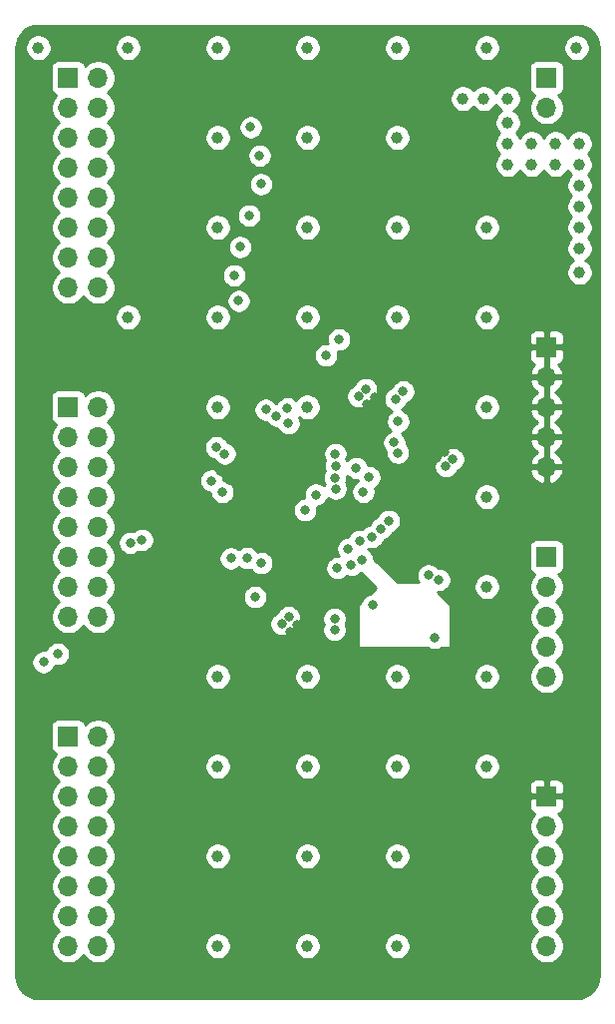
<source format=gbr>
G04 #@! TF.GenerationSoftware,KiCad,Pcbnew,5.1.6-c6e7f7d~86~ubuntu18.04.1*
G04 #@! TF.CreationDate,2020-05-31T10:23:47-04:00*
G04 #@! TF.ProjectId,f405_breakout,66343035-5f62-4726-9561-6b6f75742e6b,rev?*
G04 #@! TF.SameCoordinates,Original*
G04 #@! TF.FileFunction,Copper,L2,Inr*
G04 #@! TF.FilePolarity,Positive*
%FSLAX46Y46*%
G04 Gerber Fmt 4.6, Leading zero omitted, Abs format (unit mm)*
G04 Created by KiCad (PCBNEW 5.1.6-c6e7f7d~86~ubuntu18.04.1) date 2020-05-31 10:23:47*
%MOMM*%
%LPD*%
G01*
G04 APERTURE LIST*
G04 #@! TA.AperFunction,ViaPad*
%ADD10O,1.700000X1.700000*%
G04 #@! TD*
G04 #@! TA.AperFunction,ViaPad*
%ADD11R,1.700000X1.700000*%
G04 #@! TD*
G04 #@! TA.AperFunction,ViaPad*
%ADD12C,0.800000*%
G04 #@! TD*
G04 #@! TA.AperFunction,ViaPad*
%ADD13C,1.000000*%
G04 #@! TD*
G04 #@! TA.AperFunction,Conductor*
%ADD14C,0.254000*%
G04 #@! TD*
G04 APERTURE END LIST*
D10*
X109220000Y-129540000D03*
X106680000Y-129540000D03*
X109220000Y-127000000D03*
X106680000Y-127000000D03*
X109220000Y-124460000D03*
X106680000Y-124460000D03*
X109220000Y-121920000D03*
X106680000Y-121920000D03*
X109220000Y-119380000D03*
X106680000Y-119380000D03*
X109220000Y-116840000D03*
X106680000Y-116840000D03*
X109220000Y-114300000D03*
X106680000Y-114300000D03*
X109220000Y-111760000D03*
D11*
X106680000Y-111760000D03*
D10*
X109220000Y-101600000D03*
X106680000Y-101600000D03*
X109220000Y-99060000D03*
X106680000Y-99060000D03*
X109220000Y-96520000D03*
X106680000Y-96520000D03*
X109220000Y-93980000D03*
X106680000Y-93980000D03*
X109220000Y-91440000D03*
X106680000Y-91440000D03*
X109220000Y-88900000D03*
X106680000Y-88900000D03*
X109220000Y-86360000D03*
X106680000Y-86360000D03*
X109220000Y-83820000D03*
D11*
X106680000Y-83820000D03*
D10*
X109220000Y-73660000D03*
X106680000Y-73660000D03*
X109220000Y-71120000D03*
X106680000Y-71120000D03*
X109220000Y-68580000D03*
X106680000Y-68580000D03*
X109220000Y-66040000D03*
X106680000Y-66040000D03*
X109220000Y-63500000D03*
X106680000Y-63500000D03*
X109220000Y-60960000D03*
X106680000Y-60960000D03*
X109220000Y-58420000D03*
X106680000Y-58420000D03*
X109220000Y-55880000D03*
D11*
X106680000Y-55880000D03*
D10*
X147320000Y-129540000D03*
X147320000Y-127000000D03*
X147320000Y-124460000D03*
X147320000Y-121920000D03*
X147320000Y-119380000D03*
D11*
X147320000Y-116840000D03*
D10*
X147320000Y-58420000D03*
D11*
X147320000Y-55880000D03*
D10*
X147320000Y-106680000D03*
X147320000Y-104140000D03*
X147320000Y-101600000D03*
X147320000Y-99060000D03*
D11*
X147320000Y-96520000D03*
D10*
X147320000Y-88900000D03*
X147320000Y-86360000D03*
X147320000Y-83820000D03*
X147320000Y-81280000D03*
D11*
X147320000Y-78740000D03*
D12*
X125501400Y-102844600D03*
X137998200Y-88188800D03*
X138658600Y-87604600D03*
X130810000Y-101828600D03*
X130784600Y-102717600D03*
X132054600Y-83616800D03*
X132715000Y-83007200D03*
X140284200Y-95554800D03*
X140081000Y-94005400D03*
X132765800Y-79476600D03*
X133680200Y-79476600D03*
D13*
X141224000Y-61976000D03*
X141224000Y-63500000D03*
X138176000Y-61976000D03*
X138176000Y-63500000D03*
X139700000Y-61341000D03*
X139700000Y-62738000D03*
X139700000Y-64389000D03*
D12*
X120357961Y-90020169D03*
X119621464Y-89274988D03*
X126085600Y-102260400D03*
X137795000Y-103378000D03*
X132537200Y-100634800D03*
X138760200Y-88849200D03*
X139369800Y-88239600D03*
X137287000Y-98094800D03*
X138176000Y-98475800D03*
X129311400Y-101777800D03*
X129311400Y-102717600D03*
X119964200Y-87782400D03*
X131343400Y-82905600D03*
X131953000Y-82296000D03*
X134493000Y-83134200D03*
X134696200Y-85039200D03*
X128574800Y-79451200D03*
X129692400Y-78079600D03*
D13*
X141986000Y-57658000D03*
X144018000Y-59690000D03*
X144018000Y-57658000D03*
X144018000Y-61468000D03*
X140208000Y-57658000D03*
X146050000Y-61468000D03*
X144018000Y-63246000D03*
X146050000Y-63246000D03*
X148082000Y-61468000D03*
X148082000Y-63246000D03*
X150114000Y-61468000D03*
X150114000Y-63246000D03*
X150114000Y-65024000D03*
X150114000Y-66802000D03*
X150114000Y-68580000D03*
X150114000Y-70358000D03*
X150114000Y-72390000D03*
D12*
X118846600Y-90068400D03*
X119786392Y-91008192D03*
X124815600Y-102209600D03*
X122555000Y-99923600D03*
X135128000Y-82499200D03*
X119278400Y-87223600D03*
D13*
X127000000Y-53340000D03*
X127000000Y-60960000D03*
X127000000Y-68580000D03*
X127000000Y-76200000D03*
X127000000Y-129540000D03*
X127000000Y-121920000D03*
X127000000Y-114300000D03*
X127000000Y-106680000D03*
X119380000Y-106680000D03*
X119380000Y-114300000D03*
X119380000Y-121920000D03*
X119380000Y-129540000D03*
X134620000Y-129540000D03*
X134620000Y-121920000D03*
X134620000Y-114300000D03*
X134620000Y-106680000D03*
X134620000Y-68580000D03*
X142240000Y-68580000D03*
X142240000Y-76200000D03*
X134620000Y-76200000D03*
X119380000Y-76200000D03*
X119380000Y-60960000D03*
X119380000Y-53340000D03*
X134620000Y-53340000D03*
X134620000Y-60960000D03*
X119380000Y-68580000D03*
X111760000Y-76200000D03*
X119380000Y-83820000D03*
X127000000Y-83820000D03*
X111760000Y-53340000D03*
X142240000Y-53340000D03*
X149860000Y-53340000D03*
X104140000Y-53340000D03*
X142240000Y-106680000D03*
X142240000Y-114300000D03*
X142240000Y-83820000D03*
X142240000Y-91440000D03*
X142240000Y-99060000D03*
D12*
X125406730Y-101613564D03*
X130479800Y-95834199D03*
X122174000Y-60071000D03*
X122936000Y-62484000D03*
X123063000Y-64897000D03*
X122047000Y-67564000D03*
X121285000Y-70231000D03*
X120777000Y-72644000D03*
X121158000Y-74803000D03*
X127717601Y-91243201D03*
X126810590Y-92573148D03*
X129424975Y-88813347D03*
X129379210Y-87802060D03*
X129347156Y-89813248D03*
X129399647Y-90738773D03*
X111942058Y-95339021D03*
X112937711Y-95088289D03*
X131144822Y-88993728D03*
X132253386Y-89772211D03*
X131749800Y-91008200D03*
X131419600Y-95161421D03*
X132486400Y-94818200D03*
X133248400Y-94132400D03*
X133903889Y-93476911D03*
X134689296Y-87699296D03*
X134361999Y-86831996D03*
X125306590Y-83921600D03*
X125382790Y-85199984D03*
X124383800Y-84556600D03*
X104584821Y-105460800D03*
X105791000Y-104749600D03*
X123458846Y-84030815D03*
X120493759Y-96643159D03*
X121862468Y-96620650D03*
X123088400Y-97061806D03*
X129540000Y-97485200D03*
X130733800Y-97231200D03*
X131622800Y-96748600D03*
D14*
G36*
X150224545Y-51498909D02*
G01*
X150575208Y-51604780D01*
X150898625Y-51776744D01*
X151182484Y-52008254D01*
X151415965Y-52290486D01*
X151590183Y-52612695D01*
X151698502Y-52962614D01*
X151740001Y-53357452D01*
X151740000Y-132047721D01*
X151701091Y-132444545D01*
X151595220Y-132795206D01*
X151423257Y-133118623D01*
X151191748Y-133402482D01*
X150909514Y-133635965D01*
X150587304Y-133810184D01*
X150237385Y-133918502D01*
X149842557Y-133960000D01*
X104172279Y-133960000D01*
X103775455Y-133921091D01*
X103424794Y-133815220D01*
X103101377Y-133643257D01*
X102817518Y-133411748D01*
X102584035Y-133129514D01*
X102409816Y-132807304D01*
X102301498Y-132457385D01*
X102260000Y-132062557D01*
X102260000Y-110910000D01*
X105191928Y-110910000D01*
X105191928Y-112610000D01*
X105204188Y-112734482D01*
X105240498Y-112854180D01*
X105299463Y-112964494D01*
X105378815Y-113061185D01*
X105475506Y-113140537D01*
X105585820Y-113199502D01*
X105658380Y-113221513D01*
X105526525Y-113353368D01*
X105364010Y-113596589D01*
X105252068Y-113866842D01*
X105195000Y-114153740D01*
X105195000Y-114446260D01*
X105252068Y-114733158D01*
X105364010Y-115003411D01*
X105526525Y-115246632D01*
X105733368Y-115453475D01*
X105907760Y-115570000D01*
X105733368Y-115686525D01*
X105526525Y-115893368D01*
X105364010Y-116136589D01*
X105252068Y-116406842D01*
X105195000Y-116693740D01*
X105195000Y-116986260D01*
X105252068Y-117273158D01*
X105364010Y-117543411D01*
X105526525Y-117786632D01*
X105733368Y-117993475D01*
X105907760Y-118110000D01*
X105733368Y-118226525D01*
X105526525Y-118433368D01*
X105364010Y-118676589D01*
X105252068Y-118946842D01*
X105195000Y-119233740D01*
X105195000Y-119526260D01*
X105252068Y-119813158D01*
X105364010Y-120083411D01*
X105526525Y-120326632D01*
X105733368Y-120533475D01*
X105907760Y-120650000D01*
X105733368Y-120766525D01*
X105526525Y-120973368D01*
X105364010Y-121216589D01*
X105252068Y-121486842D01*
X105195000Y-121773740D01*
X105195000Y-122066260D01*
X105252068Y-122353158D01*
X105364010Y-122623411D01*
X105526525Y-122866632D01*
X105733368Y-123073475D01*
X105907760Y-123190000D01*
X105733368Y-123306525D01*
X105526525Y-123513368D01*
X105364010Y-123756589D01*
X105252068Y-124026842D01*
X105195000Y-124313740D01*
X105195000Y-124606260D01*
X105252068Y-124893158D01*
X105364010Y-125163411D01*
X105526525Y-125406632D01*
X105733368Y-125613475D01*
X105907760Y-125730000D01*
X105733368Y-125846525D01*
X105526525Y-126053368D01*
X105364010Y-126296589D01*
X105252068Y-126566842D01*
X105195000Y-126853740D01*
X105195000Y-127146260D01*
X105252068Y-127433158D01*
X105364010Y-127703411D01*
X105526525Y-127946632D01*
X105733368Y-128153475D01*
X105907760Y-128270000D01*
X105733368Y-128386525D01*
X105526525Y-128593368D01*
X105364010Y-128836589D01*
X105252068Y-129106842D01*
X105195000Y-129393740D01*
X105195000Y-129686260D01*
X105252068Y-129973158D01*
X105364010Y-130243411D01*
X105526525Y-130486632D01*
X105733368Y-130693475D01*
X105976589Y-130855990D01*
X106246842Y-130967932D01*
X106533740Y-131025000D01*
X106826260Y-131025000D01*
X107113158Y-130967932D01*
X107383411Y-130855990D01*
X107626632Y-130693475D01*
X107833475Y-130486632D01*
X107950000Y-130312240D01*
X108066525Y-130486632D01*
X108273368Y-130693475D01*
X108516589Y-130855990D01*
X108786842Y-130967932D01*
X109073740Y-131025000D01*
X109366260Y-131025000D01*
X109653158Y-130967932D01*
X109923411Y-130855990D01*
X110166632Y-130693475D01*
X110373475Y-130486632D01*
X110535990Y-130243411D01*
X110647932Y-129973158D01*
X110705000Y-129686260D01*
X110705000Y-129428212D01*
X118245000Y-129428212D01*
X118245000Y-129651788D01*
X118288617Y-129871067D01*
X118374176Y-130077624D01*
X118498388Y-130263520D01*
X118656480Y-130421612D01*
X118842376Y-130545824D01*
X119048933Y-130631383D01*
X119268212Y-130675000D01*
X119491788Y-130675000D01*
X119711067Y-130631383D01*
X119917624Y-130545824D01*
X120103520Y-130421612D01*
X120261612Y-130263520D01*
X120385824Y-130077624D01*
X120471383Y-129871067D01*
X120515000Y-129651788D01*
X120515000Y-129428212D01*
X125865000Y-129428212D01*
X125865000Y-129651788D01*
X125908617Y-129871067D01*
X125994176Y-130077624D01*
X126118388Y-130263520D01*
X126276480Y-130421612D01*
X126462376Y-130545824D01*
X126668933Y-130631383D01*
X126888212Y-130675000D01*
X127111788Y-130675000D01*
X127331067Y-130631383D01*
X127537624Y-130545824D01*
X127723520Y-130421612D01*
X127881612Y-130263520D01*
X128005824Y-130077624D01*
X128091383Y-129871067D01*
X128135000Y-129651788D01*
X128135000Y-129428212D01*
X133485000Y-129428212D01*
X133485000Y-129651788D01*
X133528617Y-129871067D01*
X133614176Y-130077624D01*
X133738388Y-130263520D01*
X133896480Y-130421612D01*
X134082376Y-130545824D01*
X134288933Y-130631383D01*
X134508212Y-130675000D01*
X134731788Y-130675000D01*
X134951067Y-130631383D01*
X135157624Y-130545824D01*
X135343520Y-130421612D01*
X135501612Y-130263520D01*
X135625824Y-130077624D01*
X135711383Y-129871067D01*
X135755000Y-129651788D01*
X135755000Y-129428212D01*
X135711383Y-129208933D01*
X135625824Y-129002376D01*
X135501612Y-128816480D01*
X135343520Y-128658388D01*
X135157624Y-128534176D01*
X134951067Y-128448617D01*
X134731788Y-128405000D01*
X134508212Y-128405000D01*
X134288933Y-128448617D01*
X134082376Y-128534176D01*
X133896480Y-128658388D01*
X133738388Y-128816480D01*
X133614176Y-129002376D01*
X133528617Y-129208933D01*
X133485000Y-129428212D01*
X128135000Y-129428212D01*
X128091383Y-129208933D01*
X128005824Y-129002376D01*
X127881612Y-128816480D01*
X127723520Y-128658388D01*
X127537624Y-128534176D01*
X127331067Y-128448617D01*
X127111788Y-128405000D01*
X126888212Y-128405000D01*
X126668933Y-128448617D01*
X126462376Y-128534176D01*
X126276480Y-128658388D01*
X126118388Y-128816480D01*
X125994176Y-129002376D01*
X125908617Y-129208933D01*
X125865000Y-129428212D01*
X120515000Y-129428212D01*
X120471383Y-129208933D01*
X120385824Y-129002376D01*
X120261612Y-128816480D01*
X120103520Y-128658388D01*
X119917624Y-128534176D01*
X119711067Y-128448617D01*
X119491788Y-128405000D01*
X119268212Y-128405000D01*
X119048933Y-128448617D01*
X118842376Y-128534176D01*
X118656480Y-128658388D01*
X118498388Y-128816480D01*
X118374176Y-129002376D01*
X118288617Y-129208933D01*
X118245000Y-129428212D01*
X110705000Y-129428212D01*
X110705000Y-129393740D01*
X110647932Y-129106842D01*
X110535990Y-128836589D01*
X110373475Y-128593368D01*
X110166632Y-128386525D01*
X109992240Y-128270000D01*
X110166632Y-128153475D01*
X110373475Y-127946632D01*
X110535990Y-127703411D01*
X110647932Y-127433158D01*
X110705000Y-127146260D01*
X110705000Y-126853740D01*
X110647932Y-126566842D01*
X110535990Y-126296589D01*
X110373475Y-126053368D01*
X110166632Y-125846525D01*
X109992240Y-125730000D01*
X110166632Y-125613475D01*
X110373475Y-125406632D01*
X110535990Y-125163411D01*
X110647932Y-124893158D01*
X110705000Y-124606260D01*
X110705000Y-124313740D01*
X110647932Y-124026842D01*
X110535990Y-123756589D01*
X110373475Y-123513368D01*
X110166632Y-123306525D01*
X109992240Y-123190000D01*
X110166632Y-123073475D01*
X110373475Y-122866632D01*
X110535990Y-122623411D01*
X110647932Y-122353158D01*
X110705000Y-122066260D01*
X110705000Y-121808212D01*
X118245000Y-121808212D01*
X118245000Y-122031788D01*
X118288617Y-122251067D01*
X118374176Y-122457624D01*
X118498388Y-122643520D01*
X118656480Y-122801612D01*
X118842376Y-122925824D01*
X119048933Y-123011383D01*
X119268212Y-123055000D01*
X119491788Y-123055000D01*
X119711067Y-123011383D01*
X119917624Y-122925824D01*
X120103520Y-122801612D01*
X120261612Y-122643520D01*
X120385824Y-122457624D01*
X120471383Y-122251067D01*
X120515000Y-122031788D01*
X120515000Y-121808212D01*
X125865000Y-121808212D01*
X125865000Y-122031788D01*
X125908617Y-122251067D01*
X125994176Y-122457624D01*
X126118388Y-122643520D01*
X126276480Y-122801612D01*
X126462376Y-122925824D01*
X126668933Y-123011383D01*
X126888212Y-123055000D01*
X127111788Y-123055000D01*
X127331067Y-123011383D01*
X127537624Y-122925824D01*
X127723520Y-122801612D01*
X127881612Y-122643520D01*
X128005824Y-122457624D01*
X128091383Y-122251067D01*
X128135000Y-122031788D01*
X128135000Y-121808212D01*
X133485000Y-121808212D01*
X133485000Y-122031788D01*
X133528617Y-122251067D01*
X133614176Y-122457624D01*
X133738388Y-122643520D01*
X133896480Y-122801612D01*
X134082376Y-122925824D01*
X134288933Y-123011383D01*
X134508212Y-123055000D01*
X134731788Y-123055000D01*
X134951067Y-123011383D01*
X135157624Y-122925824D01*
X135343520Y-122801612D01*
X135501612Y-122643520D01*
X135625824Y-122457624D01*
X135711383Y-122251067D01*
X135755000Y-122031788D01*
X135755000Y-121808212D01*
X135711383Y-121588933D01*
X135625824Y-121382376D01*
X135501612Y-121196480D01*
X135343520Y-121038388D01*
X135157624Y-120914176D01*
X134951067Y-120828617D01*
X134731788Y-120785000D01*
X134508212Y-120785000D01*
X134288933Y-120828617D01*
X134082376Y-120914176D01*
X133896480Y-121038388D01*
X133738388Y-121196480D01*
X133614176Y-121382376D01*
X133528617Y-121588933D01*
X133485000Y-121808212D01*
X128135000Y-121808212D01*
X128091383Y-121588933D01*
X128005824Y-121382376D01*
X127881612Y-121196480D01*
X127723520Y-121038388D01*
X127537624Y-120914176D01*
X127331067Y-120828617D01*
X127111788Y-120785000D01*
X126888212Y-120785000D01*
X126668933Y-120828617D01*
X126462376Y-120914176D01*
X126276480Y-121038388D01*
X126118388Y-121196480D01*
X125994176Y-121382376D01*
X125908617Y-121588933D01*
X125865000Y-121808212D01*
X120515000Y-121808212D01*
X120471383Y-121588933D01*
X120385824Y-121382376D01*
X120261612Y-121196480D01*
X120103520Y-121038388D01*
X119917624Y-120914176D01*
X119711067Y-120828617D01*
X119491788Y-120785000D01*
X119268212Y-120785000D01*
X119048933Y-120828617D01*
X118842376Y-120914176D01*
X118656480Y-121038388D01*
X118498388Y-121196480D01*
X118374176Y-121382376D01*
X118288617Y-121588933D01*
X118245000Y-121808212D01*
X110705000Y-121808212D01*
X110705000Y-121773740D01*
X110647932Y-121486842D01*
X110535990Y-121216589D01*
X110373475Y-120973368D01*
X110166632Y-120766525D01*
X109992240Y-120650000D01*
X110166632Y-120533475D01*
X110373475Y-120326632D01*
X110535990Y-120083411D01*
X110647932Y-119813158D01*
X110705000Y-119526260D01*
X110705000Y-119233740D01*
X110647932Y-118946842D01*
X110535990Y-118676589D01*
X110373475Y-118433368D01*
X110166632Y-118226525D01*
X109992240Y-118110000D01*
X110166632Y-117993475D01*
X110373475Y-117786632D01*
X110438042Y-117690000D01*
X145831928Y-117690000D01*
X145844188Y-117814482D01*
X145880498Y-117934180D01*
X145939463Y-118044494D01*
X146018815Y-118141185D01*
X146115506Y-118220537D01*
X146225820Y-118279502D01*
X146298380Y-118301513D01*
X146166525Y-118433368D01*
X146004010Y-118676589D01*
X145892068Y-118946842D01*
X145835000Y-119233740D01*
X145835000Y-119526260D01*
X145892068Y-119813158D01*
X146004010Y-120083411D01*
X146166525Y-120326632D01*
X146373368Y-120533475D01*
X146547760Y-120650000D01*
X146373368Y-120766525D01*
X146166525Y-120973368D01*
X146004010Y-121216589D01*
X145892068Y-121486842D01*
X145835000Y-121773740D01*
X145835000Y-122066260D01*
X145892068Y-122353158D01*
X146004010Y-122623411D01*
X146166525Y-122866632D01*
X146373368Y-123073475D01*
X146547760Y-123190000D01*
X146373368Y-123306525D01*
X146166525Y-123513368D01*
X146004010Y-123756589D01*
X145892068Y-124026842D01*
X145835000Y-124313740D01*
X145835000Y-124606260D01*
X145892068Y-124893158D01*
X146004010Y-125163411D01*
X146166525Y-125406632D01*
X146373368Y-125613475D01*
X146547760Y-125730000D01*
X146373368Y-125846525D01*
X146166525Y-126053368D01*
X146004010Y-126296589D01*
X145892068Y-126566842D01*
X145835000Y-126853740D01*
X145835000Y-127146260D01*
X145892068Y-127433158D01*
X146004010Y-127703411D01*
X146166525Y-127946632D01*
X146373368Y-128153475D01*
X146547760Y-128270000D01*
X146373368Y-128386525D01*
X146166525Y-128593368D01*
X146004010Y-128836589D01*
X145892068Y-129106842D01*
X145835000Y-129393740D01*
X145835000Y-129686260D01*
X145892068Y-129973158D01*
X146004010Y-130243411D01*
X146166525Y-130486632D01*
X146373368Y-130693475D01*
X146616589Y-130855990D01*
X146886842Y-130967932D01*
X147173740Y-131025000D01*
X147466260Y-131025000D01*
X147753158Y-130967932D01*
X148023411Y-130855990D01*
X148266632Y-130693475D01*
X148473475Y-130486632D01*
X148635990Y-130243411D01*
X148747932Y-129973158D01*
X148805000Y-129686260D01*
X148805000Y-129393740D01*
X148747932Y-129106842D01*
X148635990Y-128836589D01*
X148473475Y-128593368D01*
X148266632Y-128386525D01*
X148092240Y-128270000D01*
X148266632Y-128153475D01*
X148473475Y-127946632D01*
X148635990Y-127703411D01*
X148747932Y-127433158D01*
X148805000Y-127146260D01*
X148805000Y-126853740D01*
X148747932Y-126566842D01*
X148635990Y-126296589D01*
X148473475Y-126053368D01*
X148266632Y-125846525D01*
X148092240Y-125730000D01*
X148266632Y-125613475D01*
X148473475Y-125406632D01*
X148635990Y-125163411D01*
X148747932Y-124893158D01*
X148805000Y-124606260D01*
X148805000Y-124313740D01*
X148747932Y-124026842D01*
X148635990Y-123756589D01*
X148473475Y-123513368D01*
X148266632Y-123306525D01*
X148092240Y-123190000D01*
X148266632Y-123073475D01*
X148473475Y-122866632D01*
X148635990Y-122623411D01*
X148747932Y-122353158D01*
X148805000Y-122066260D01*
X148805000Y-121773740D01*
X148747932Y-121486842D01*
X148635990Y-121216589D01*
X148473475Y-120973368D01*
X148266632Y-120766525D01*
X148092240Y-120650000D01*
X148266632Y-120533475D01*
X148473475Y-120326632D01*
X148635990Y-120083411D01*
X148747932Y-119813158D01*
X148805000Y-119526260D01*
X148805000Y-119233740D01*
X148747932Y-118946842D01*
X148635990Y-118676589D01*
X148473475Y-118433368D01*
X148341620Y-118301513D01*
X148414180Y-118279502D01*
X148524494Y-118220537D01*
X148621185Y-118141185D01*
X148700537Y-118044494D01*
X148759502Y-117934180D01*
X148795812Y-117814482D01*
X148808072Y-117690000D01*
X148805000Y-117125750D01*
X148646250Y-116967000D01*
X147447000Y-116967000D01*
X147447000Y-116987000D01*
X147193000Y-116987000D01*
X147193000Y-116967000D01*
X145993750Y-116967000D01*
X145835000Y-117125750D01*
X145831928Y-117690000D01*
X110438042Y-117690000D01*
X110535990Y-117543411D01*
X110647932Y-117273158D01*
X110705000Y-116986260D01*
X110705000Y-116693740D01*
X110647932Y-116406842D01*
X110535990Y-116136589D01*
X110438043Y-115990000D01*
X145831928Y-115990000D01*
X145835000Y-116554250D01*
X145993750Y-116713000D01*
X147193000Y-116713000D01*
X147193000Y-115513750D01*
X147447000Y-115513750D01*
X147447000Y-116713000D01*
X148646250Y-116713000D01*
X148805000Y-116554250D01*
X148808072Y-115990000D01*
X148795812Y-115865518D01*
X148759502Y-115745820D01*
X148700537Y-115635506D01*
X148621185Y-115538815D01*
X148524494Y-115459463D01*
X148414180Y-115400498D01*
X148294482Y-115364188D01*
X148170000Y-115351928D01*
X147605750Y-115355000D01*
X147447000Y-115513750D01*
X147193000Y-115513750D01*
X147034250Y-115355000D01*
X146470000Y-115351928D01*
X146345518Y-115364188D01*
X146225820Y-115400498D01*
X146115506Y-115459463D01*
X146018815Y-115538815D01*
X145939463Y-115635506D01*
X145880498Y-115745820D01*
X145844188Y-115865518D01*
X145831928Y-115990000D01*
X110438043Y-115990000D01*
X110373475Y-115893368D01*
X110166632Y-115686525D01*
X109992240Y-115570000D01*
X110166632Y-115453475D01*
X110373475Y-115246632D01*
X110535990Y-115003411D01*
X110647932Y-114733158D01*
X110705000Y-114446260D01*
X110705000Y-114188212D01*
X118245000Y-114188212D01*
X118245000Y-114411788D01*
X118288617Y-114631067D01*
X118374176Y-114837624D01*
X118498388Y-115023520D01*
X118656480Y-115181612D01*
X118842376Y-115305824D01*
X119048933Y-115391383D01*
X119268212Y-115435000D01*
X119491788Y-115435000D01*
X119711067Y-115391383D01*
X119917624Y-115305824D01*
X120103520Y-115181612D01*
X120261612Y-115023520D01*
X120385824Y-114837624D01*
X120471383Y-114631067D01*
X120515000Y-114411788D01*
X120515000Y-114188212D01*
X125865000Y-114188212D01*
X125865000Y-114411788D01*
X125908617Y-114631067D01*
X125994176Y-114837624D01*
X126118388Y-115023520D01*
X126276480Y-115181612D01*
X126462376Y-115305824D01*
X126668933Y-115391383D01*
X126888212Y-115435000D01*
X127111788Y-115435000D01*
X127331067Y-115391383D01*
X127537624Y-115305824D01*
X127723520Y-115181612D01*
X127881612Y-115023520D01*
X128005824Y-114837624D01*
X128091383Y-114631067D01*
X128135000Y-114411788D01*
X128135000Y-114188212D01*
X133485000Y-114188212D01*
X133485000Y-114411788D01*
X133528617Y-114631067D01*
X133614176Y-114837624D01*
X133738388Y-115023520D01*
X133896480Y-115181612D01*
X134082376Y-115305824D01*
X134288933Y-115391383D01*
X134508212Y-115435000D01*
X134731788Y-115435000D01*
X134951067Y-115391383D01*
X135157624Y-115305824D01*
X135343520Y-115181612D01*
X135501612Y-115023520D01*
X135625824Y-114837624D01*
X135711383Y-114631067D01*
X135755000Y-114411788D01*
X135755000Y-114188212D01*
X141105000Y-114188212D01*
X141105000Y-114411788D01*
X141148617Y-114631067D01*
X141234176Y-114837624D01*
X141358388Y-115023520D01*
X141516480Y-115181612D01*
X141702376Y-115305824D01*
X141908933Y-115391383D01*
X142128212Y-115435000D01*
X142351788Y-115435000D01*
X142571067Y-115391383D01*
X142777624Y-115305824D01*
X142963520Y-115181612D01*
X143121612Y-115023520D01*
X143245824Y-114837624D01*
X143331383Y-114631067D01*
X143375000Y-114411788D01*
X143375000Y-114188212D01*
X143331383Y-113968933D01*
X143245824Y-113762376D01*
X143121612Y-113576480D01*
X142963520Y-113418388D01*
X142777624Y-113294176D01*
X142571067Y-113208617D01*
X142351788Y-113165000D01*
X142128212Y-113165000D01*
X141908933Y-113208617D01*
X141702376Y-113294176D01*
X141516480Y-113418388D01*
X141358388Y-113576480D01*
X141234176Y-113762376D01*
X141148617Y-113968933D01*
X141105000Y-114188212D01*
X135755000Y-114188212D01*
X135711383Y-113968933D01*
X135625824Y-113762376D01*
X135501612Y-113576480D01*
X135343520Y-113418388D01*
X135157624Y-113294176D01*
X134951067Y-113208617D01*
X134731788Y-113165000D01*
X134508212Y-113165000D01*
X134288933Y-113208617D01*
X134082376Y-113294176D01*
X133896480Y-113418388D01*
X133738388Y-113576480D01*
X133614176Y-113762376D01*
X133528617Y-113968933D01*
X133485000Y-114188212D01*
X128135000Y-114188212D01*
X128091383Y-113968933D01*
X128005824Y-113762376D01*
X127881612Y-113576480D01*
X127723520Y-113418388D01*
X127537624Y-113294176D01*
X127331067Y-113208617D01*
X127111788Y-113165000D01*
X126888212Y-113165000D01*
X126668933Y-113208617D01*
X126462376Y-113294176D01*
X126276480Y-113418388D01*
X126118388Y-113576480D01*
X125994176Y-113762376D01*
X125908617Y-113968933D01*
X125865000Y-114188212D01*
X120515000Y-114188212D01*
X120471383Y-113968933D01*
X120385824Y-113762376D01*
X120261612Y-113576480D01*
X120103520Y-113418388D01*
X119917624Y-113294176D01*
X119711067Y-113208617D01*
X119491788Y-113165000D01*
X119268212Y-113165000D01*
X119048933Y-113208617D01*
X118842376Y-113294176D01*
X118656480Y-113418388D01*
X118498388Y-113576480D01*
X118374176Y-113762376D01*
X118288617Y-113968933D01*
X118245000Y-114188212D01*
X110705000Y-114188212D01*
X110705000Y-114153740D01*
X110647932Y-113866842D01*
X110535990Y-113596589D01*
X110373475Y-113353368D01*
X110166632Y-113146525D01*
X109992240Y-113030000D01*
X110166632Y-112913475D01*
X110373475Y-112706632D01*
X110535990Y-112463411D01*
X110647932Y-112193158D01*
X110705000Y-111906260D01*
X110705000Y-111613740D01*
X110647932Y-111326842D01*
X110535990Y-111056589D01*
X110373475Y-110813368D01*
X110166632Y-110606525D01*
X109923411Y-110444010D01*
X109653158Y-110332068D01*
X109366260Y-110275000D01*
X109073740Y-110275000D01*
X108786842Y-110332068D01*
X108516589Y-110444010D01*
X108273368Y-110606525D01*
X108141513Y-110738380D01*
X108119502Y-110665820D01*
X108060537Y-110555506D01*
X107981185Y-110458815D01*
X107884494Y-110379463D01*
X107774180Y-110320498D01*
X107654482Y-110284188D01*
X107530000Y-110271928D01*
X105830000Y-110271928D01*
X105705518Y-110284188D01*
X105585820Y-110320498D01*
X105475506Y-110379463D01*
X105378815Y-110458815D01*
X105299463Y-110555506D01*
X105240498Y-110665820D01*
X105204188Y-110785518D01*
X105191928Y-110910000D01*
X102260000Y-110910000D01*
X102260000Y-106568212D01*
X118245000Y-106568212D01*
X118245000Y-106791788D01*
X118288617Y-107011067D01*
X118374176Y-107217624D01*
X118498388Y-107403520D01*
X118656480Y-107561612D01*
X118842376Y-107685824D01*
X119048933Y-107771383D01*
X119268212Y-107815000D01*
X119491788Y-107815000D01*
X119711067Y-107771383D01*
X119917624Y-107685824D01*
X120103520Y-107561612D01*
X120261612Y-107403520D01*
X120385824Y-107217624D01*
X120471383Y-107011067D01*
X120515000Y-106791788D01*
X120515000Y-106568212D01*
X125865000Y-106568212D01*
X125865000Y-106791788D01*
X125908617Y-107011067D01*
X125994176Y-107217624D01*
X126118388Y-107403520D01*
X126276480Y-107561612D01*
X126462376Y-107685824D01*
X126668933Y-107771383D01*
X126888212Y-107815000D01*
X127111788Y-107815000D01*
X127331067Y-107771383D01*
X127537624Y-107685824D01*
X127723520Y-107561612D01*
X127881612Y-107403520D01*
X128005824Y-107217624D01*
X128091383Y-107011067D01*
X128135000Y-106791788D01*
X128135000Y-106568212D01*
X133485000Y-106568212D01*
X133485000Y-106791788D01*
X133528617Y-107011067D01*
X133614176Y-107217624D01*
X133738388Y-107403520D01*
X133896480Y-107561612D01*
X134082376Y-107685824D01*
X134288933Y-107771383D01*
X134508212Y-107815000D01*
X134731788Y-107815000D01*
X134951067Y-107771383D01*
X135157624Y-107685824D01*
X135343520Y-107561612D01*
X135501612Y-107403520D01*
X135625824Y-107217624D01*
X135711383Y-107011067D01*
X135755000Y-106791788D01*
X135755000Y-106568212D01*
X141105000Y-106568212D01*
X141105000Y-106791788D01*
X141148617Y-107011067D01*
X141234176Y-107217624D01*
X141358388Y-107403520D01*
X141516480Y-107561612D01*
X141702376Y-107685824D01*
X141908933Y-107771383D01*
X142128212Y-107815000D01*
X142351788Y-107815000D01*
X142571067Y-107771383D01*
X142777624Y-107685824D01*
X142963520Y-107561612D01*
X143121612Y-107403520D01*
X143245824Y-107217624D01*
X143331383Y-107011067D01*
X143375000Y-106791788D01*
X143375000Y-106568212D01*
X143331383Y-106348933D01*
X143245824Y-106142376D01*
X143121612Y-105956480D01*
X142963520Y-105798388D01*
X142777624Y-105674176D01*
X142571067Y-105588617D01*
X142351788Y-105545000D01*
X142128212Y-105545000D01*
X141908933Y-105588617D01*
X141702376Y-105674176D01*
X141516480Y-105798388D01*
X141358388Y-105956480D01*
X141234176Y-106142376D01*
X141148617Y-106348933D01*
X141105000Y-106568212D01*
X135755000Y-106568212D01*
X135711383Y-106348933D01*
X135625824Y-106142376D01*
X135501612Y-105956480D01*
X135343520Y-105798388D01*
X135157624Y-105674176D01*
X134951067Y-105588617D01*
X134731788Y-105545000D01*
X134508212Y-105545000D01*
X134288933Y-105588617D01*
X134082376Y-105674176D01*
X133896480Y-105798388D01*
X133738388Y-105956480D01*
X133614176Y-106142376D01*
X133528617Y-106348933D01*
X133485000Y-106568212D01*
X128135000Y-106568212D01*
X128091383Y-106348933D01*
X128005824Y-106142376D01*
X127881612Y-105956480D01*
X127723520Y-105798388D01*
X127537624Y-105674176D01*
X127331067Y-105588617D01*
X127111788Y-105545000D01*
X126888212Y-105545000D01*
X126668933Y-105588617D01*
X126462376Y-105674176D01*
X126276480Y-105798388D01*
X126118388Y-105956480D01*
X125994176Y-106142376D01*
X125908617Y-106348933D01*
X125865000Y-106568212D01*
X120515000Y-106568212D01*
X120471383Y-106348933D01*
X120385824Y-106142376D01*
X120261612Y-105956480D01*
X120103520Y-105798388D01*
X119917624Y-105674176D01*
X119711067Y-105588617D01*
X119491788Y-105545000D01*
X119268212Y-105545000D01*
X119048933Y-105588617D01*
X118842376Y-105674176D01*
X118656480Y-105798388D01*
X118498388Y-105956480D01*
X118374176Y-106142376D01*
X118288617Y-106348933D01*
X118245000Y-106568212D01*
X102260000Y-106568212D01*
X102260000Y-105358861D01*
X103549821Y-105358861D01*
X103549821Y-105562739D01*
X103589595Y-105762698D01*
X103667616Y-105951056D01*
X103780884Y-106120574D01*
X103925047Y-106264737D01*
X104094565Y-106378005D01*
X104282923Y-106456026D01*
X104482882Y-106495800D01*
X104686760Y-106495800D01*
X104886719Y-106456026D01*
X105075077Y-106378005D01*
X105244595Y-106264737D01*
X105388758Y-106120574D01*
X105502026Y-105951056D01*
X105579964Y-105762899D01*
X105689061Y-105784600D01*
X105892939Y-105784600D01*
X106092898Y-105744826D01*
X106281256Y-105666805D01*
X106450774Y-105553537D01*
X106594937Y-105409374D01*
X106708205Y-105239856D01*
X106786226Y-105051498D01*
X106826000Y-104851539D01*
X106826000Y-104647661D01*
X106786226Y-104447702D01*
X106708205Y-104259344D01*
X106594937Y-104089826D01*
X106450774Y-103945663D01*
X106281256Y-103832395D01*
X106092898Y-103754374D01*
X105892939Y-103714600D01*
X105689061Y-103714600D01*
X105489102Y-103754374D01*
X105300744Y-103832395D01*
X105131226Y-103945663D01*
X104987063Y-104089826D01*
X104873795Y-104259344D01*
X104795857Y-104447501D01*
X104686760Y-104425800D01*
X104482882Y-104425800D01*
X104282923Y-104465574D01*
X104094565Y-104543595D01*
X103925047Y-104656863D01*
X103780884Y-104801026D01*
X103667616Y-104970544D01*
X103589595Y-105158902D01*
X103549821Y-105358861D01*
X102260000Y-105358861D01*
X102260000Y-82970000D01*
X105191928Y-82970000D01*
X105191928Y-84670000D01*
X105204188Y-84794482D01*
X105240498Y-84914180D01*
X105299463Y-85024494D01*
X105378815Y-85121185D01*
X105475506Y-85200537D01*
X105585820Y-85259502D01*
X105658380Y-85281513D01*
X105526525Y-85413368D01*
X105364010Y-85656589D01*
X105252068Y-85926842D01*
X105195000Y-86213740D01*
X105195000Y-86506260D01*
X105252068Y-86793158D01*
X105364010Y-87063411D01*
X105526525Y-87306632D01*
X105733368Y-87513475D01*
X105907760Y-87630000D01*
X105733368Y-87746525D01*
X105526525Y-87953368D01*
X105364010Y-88196589D01*
X105252068Y-88466842D01*
X105195000Y-88753740D01*
X105195000Y-89046260D01*
X105252068Y-89333158D01*
X105364010Y-89603411D01*
X105526525Y-89846632D01*
X105733368Y-90053475D01*
X105907760Y-90170000D01*
X105733368Y-90286525D01*
X105526525Y-90493368D01*
X105364010Y-90736589D01*
X105252068Y-91006842D01*
X105195000Y-91293740D01*
X105195000Y-91586260D01*
X105252068Y-91873158D01*
X105364010Y-92143411D01*
X105526525Y-92386632D01*
X105733368Y-92593475D01*
X105907760Y-92710000D01*
X105733368Y-92826525D01*
X105526525Y-93033368D01*
X105364010Y-93276589D01*
X105252068Y-93546842D01*
X105195000Y-93833740D01*
X105195000Y-94126260D01*
X105252068Y-94413158D01*
X105364010Y-94683411D01*
X105526525Y-94926632D01*
X105733368Y-95133475D01*
X105907760Y-95250000D01*
X105733368Y-95366525D01*
X105526525Y-95573368D01*
X105364010Y-95816589D01*
X105252068Y-96086842D01*
X105195000Y-96373740D01*
X105195000Y-96666260D01*
X105252068Y-96953158D01*
X105364010Y-97223411D01*
X105526525Y-97466632D01*
X105733368Y-97673475D01*
X105907760Y-97790000D01*
X105733368Y-97906525D01*
X105526525Y-98113368D01*
X105364010Y-98356589D01*
X105252068Y-98626842D01*
X105195000Y-98913740D01*
X105195000Y-99206260D01*
X105252068Y-99493158D01*
X105364010Y-99763411D01*
X105526525Y-100006632D01*
X105733368Y-100213475D01*
X105907760Y-100330000D01*
X105733368Y-100446525D01*
X105526525Y-100653368D01*
X105364010Y-100896589D01*
X105252068Y-101166842D01*
X105195000Y-101453740D01*
X105195000Y-101746260D01*
X105252068Y-102033158D01*
X105364010Y-102303411D01*
X105526525Y-102546632D01*
X105733368Y-102753475D01*
X105976589Y-102915990D01*
X106246842Y-103027932D01*
X106533740Y-103085000D01*
X106826260Y-103085000D01*
X107113158Y-103027932D01*
X107383411Y-102915990D01*
X107626632Y-102753475D01*
X107833475Y-102546632D01*
X107950000Y-102372240D01*
X108066525Y-102546632D01*
X108273368Y-102753475D01*
X108516589Y-102915990D01*
X108786842Y-103027932D01*
X109073740Y-103085000D01*
X109366260Y-103085000D01*
X109653158Y-103027932D01*
X109923411Y-102915990D01*
X110166632Y-102753475D01*
X110373475Y-102546632D01*
X110535990Y-102303411D01*
X110617071Y-102107661D01*
X123780600Y-102107661D01*
X123780600Y-102311539D01*
X123820374Y-102511498D01*
X123898395Y-102699856D01*
X124011663Y-102869374D01*
X124155826Y-103013537D01*
X124325344Y-103126805D01*
X124513702Y-103204826D01*
X124713661Y-103244600D01*
X124917539Y-103244600D01*
X125117498Y-103204826D01*
X125305856Y-103126805D01*
X125475374Y-103013537D01*
X125619537Y-102869374D01*
X125732805Y-102699856D01*
X125783346Y-102577841D01*
X125896986Y-102530769D01*
X126066504Y-102417501D01*
X126210667Y-102273338D01*
X126323935Y-102103820D01*
X126401956Y-101915462D01*
X126441730Y-101715503D01*
X126441730Y-101675861D01*
X128276400Y-101675861D01*
X128276400Y-101879739D01*
X128316174Y-102079698D01*
X128385763Y-102247700D01*
X128316174Y-102415702D01*
X128276400Y-102615661D01*
X128276400Y-102819539D01*
X128316174Y-103019498D01*
X128394195Y-103207856D01*
X128507463Y-103377374D01*
X128651626Y-103521537D01*
X128821144Y-103634805D01*
X129009502Y-103712826D01*
X129209461Y-103752600D01*
X129413339Y-103752600D01*
X129613298Y-103712826D01*
X129801656Y-103634805D01*
X129971174Y-103521537D01*
X130115337Y-103377374D01*
X130228605Y-103207856D01*
X130306626Y-103019498D01*
X130346400Y-102819539D01*
X130346400Y-102615661D01*
X130306626Y-102415702D01*
X130237037Y-102247700D01*
X130306626Y-102079698D01*
X130346400Y-101879739D01*
X130346400Y-101675861D01*
X130306626Y-101475902D01*
X130228605Y-101287544D01*
X130115337Y-101118026D01*
X129971174Y-100973863D01*
X129801656Y-100860595D01*
X129613298Y-100782574D01*
X129413339Y-100742800D01*
X129209461Y-100742800D01*
X129009502Y-100782574D01*
X128821144Y-100860595D01*
X128651626Y-100973863D01*
X128507463Y-101118026D01*
X128394195Y-101287544D01*
X128316174Y-101475902D01*
X128276400Y-101675861D01*
X126441730Y-101675861D01*
X126441730Y-101511625D01*
X126401956Y-101311666D01*
X126323935Y-101123308D01*
X126210667Y-100953790D01*
X126066504Y-100809627D01*
X125896986Y-100696359D01*
X125708628Y-100618338D01*
X125508669Y-100578564D01*
X125304791Y-100578564D01*
X125104832Y-100618338D01*
X124916474Y-100696359D01*
X124746956Y-100809627D01*
X124602793Y-100953790D01*
X124489525Y-101123308D01*
X124438984Y-101245323D01*
X124325344Y-101292395D01*
X124155826Y-101405663D01*
X124011663Y-101549826D01*
X123898395Y-101719344D01*
X123820374Y-101907702D01*
X123780600Y-102107661D01*
X110617071Y-102107661D01*
X110647932Y-102033158D01*
X110705000Y-101746260D01*
X110705000Y-101453740D01*
X110647932Y-101166842D01*
X110535990Y-100896589D01*
X110373475Y-100653368D01*
X110166632Y-100446525D01*
X109992240Y-100330000D01*
X110166632Y-100213475D01*
X110373475Y-100006632D01*
X110497068Y-99821661D01*
X121520000Y-99821661D01*
X121520000Y-100025539D01*
X121559774Y-100225498D01*
X121637795Y-100413856D01*
X121751063Y-100583374D01*
X121895226Y-100727537D01*
X122064744Y-100840805D01*
X122253102Y-100918826D01*
X122453061Y-100958600D01*
X122656939Y-100958600D01*
X122856898Y-100918826D01*
X123045256Y-100840805D01*
X123214774Y-100727537D01*
X123358937Y-100583374D01*
X123472205Y-100413856D01*
X123550226Y-100225498D01*
X123590000Y-100025539D01*
X123590000Y-99821661D01*
X123550226Y-99621702D01*
X123472205Y-99433344D01*
X123358937Y-99263826D01*
X123214774Y-99119663D01*
X123045256Y-99006395D01*
X122856898Y-98928374D01*
X122656939Y-98888600D01*
X122453061Y-98888600D01*
X122253102Y-98928374D01*
X122064744Y-99006395D01*
X121895226Y-99119663D01*
X121751063Y-99263826D01*
X121637795Y-99433344D01*
X121559774Y-99621702D01*
X121520000Y-99821661D01*
X110497068Y-99821661D01*
X110535990Y-99763411D01*
X110647932Y-99493158D01*
X110705000Y-99206260D01*
X110705000Y-98913740D01*
X110647932Y-98626842D01*
X110535990Y-98356589D01*
X110373475Y-98113368D01*
X110166632Y-97906525D01*
X109992240Y-97790000D01*
X110166632Y-97673475D01*
X110373475Y-97466632D01*
X110535990Y-97223411D01*
X110647932Y-96953158D01*
X110705000Y-96666260D01*
X110705000Y-96541220D01*
X119458759Y-96541220D01*
X119458759Y-96745098D01*
X119498533Y-96945057D01*
X119576554Y-97133415D01*
X119689822Y-97302933D01*
X119833985Y-97447096D01*
X120003503Y-97560364D01*
X120191861Y-97638385D01*
X120391820Y-97678159D01*
X120595698Y-97678159D01*
X120795657Y-97638385D01*
X120984015Y-97560364D01*
X121153533Y-97447096D01*
X121189368Y-97411261D01*
X121202694Y-97424587D01*
X121372212Y-97537855D01*
X121560570Y-97615876D01*
X121760529Y-97655650D01*
X121964407Y-97655650D01*
X122164366Y-97615876D01*
X122203111Y-97599827D01*
X122284463Y-97721580D01*
X122428626Y-97865743D01*
X122598144Y-97979011D01*
X122786502Y-98057032D01*
X122986461Y-98096806D01*
X123190339Y-98096806D01*
X123390298Y-98057032D01*
X123578656Y-97979011D01*
X123748174Y-97865743D01*
X123892337Y-97721580D01*
X124005605Y-97552062D01*
X124075525Y-97383261D01*
X128505000Y-97383261D01*
X128505000Y-97587139D01*
X128544774Y-97787098D01*
X128622795Y-97975456D01*
X128736063Y-98144974D01*
X128880226Y-98289137D01*
X129049744Y-98402405D01*
X129238102Y-98480426D01*
X129438061Y-98520200D01*
X129641939Y-98520200D01*
X129841898Y-98480426D01*
X130030256Y-98402405D01*
X130199774Y-98289137D01*
X130312106Y-98176805D01*
X130431902Y-98226426D01*
X130631861Y-98266200D01*
X130835739Y-98266200D01*
X131035698Y-98226426D01*
X131224056Y-98148405D01*
X131393574Y-98035137D01*
X131515553Y-97913159D01*
X132785405Y-99183011D01*
X132301756Y-99626356D01*
X132235302Y-99639574D01*
X132046944Y-99717595D01*
X131877426Y-99830863D01*
X131733263Y-99975026D01*
X131619995Y-100144544D01*
X131548705Y-100316653D01*
X131359183Y-100490381D01*
X131342568Y-100508922D01*
X131329889Y-100530348D01*
X131321634Y-100553836D01*
X131318000Y-100584000D01*
X131318000Y-104140000D01*
X131320440Y-104164776D01*
X131327667Y-104188601D01*
X131339403Y-104210557D01*
X131355197Y-104229803D01*
X131374443Y-104245597D01*
X131396399Y-104257333D01*
X131420224Y-104264560D01*
X131445000Y-104267000D01*
X137262532Y-104267000D01*
X137304744Y-104295205D01*
X137493102Y-104373226D01*
X137693061Y-104413000D01*
X137896939Y-104413000D01*
X138096898Y-104373226D01*
X138285256Y-104295205D01*
X138327468Y-104267000D01*
X139065000Y-104267000D01*
X139089776Y-104264560D01*
X139113601Y-104257333D01*
X139135557Y-104245597D01*
X139154803Y-104229803D01*
X139170597Y-104210557D01*
X139182333Y-104188601D01*
X139189560Y-104164776D01*
X139192000Y-104140000D01*
X139192000Y-100711000D01*
X139189560Y-100686224D01*
X139182333Y-100662399D01*
X139170597Y-100640443D01*
X139154803Y-100621197D01*
X138037043Y-99503437D01*
X138074061Y-99510800D01*
X138277939Y-99510800D01*
X138477898Y-99471026D01*
X138666256Y-99393005D01*
X138835774Y-99279737D01*
X138979937Y-99135574D01*
X139093205Y-98966056D01*
X139100596Y-98948212D01*
X141105000Y-98948212D01*
X141105000Y-99171788D01*
X141148617Y-99391067D01*
X141234176Y-99597624D01*
X141358388Y-99783520D01*
X141516480Y-99941612D01*
X141702376Y-100065824D01*
X141908933Y-100151383D01*
X142128212Y-100195000D01*
X142351788Y-100195000D01*
X142571067Y-100151383D01*
X142777624Y-100065824D01*
X142963520Y-99941612D01*
X143121612Y-99783520D01*
X143245824Y-99597624D01*
X143331383Y-99391067D01*
X143375000Y-99171788D01*
X143375000Y-98948212D01*
X143331383Y-98728933D01*
X143245824Y-98522376D01*
X143121612Y-98336480D01*
X142963520Y-98178388D01*
X142777624Y-98054176D01*
X142571067Y-97968617D01*
X142351788Y-97925000D01*
X142128212Y-97925000D01*
X141908933Y-97968617D01*
X141702376Y-98054176D01*
X141516480Y-98178388D01*
X141358388Y-98336480D01*
X141234176Y-98522376D01*
X141148617Y-98728933D01*
X141105000Y-98948212D01*
X139100596Y-98948212D01*
X139171226Y-98777698D01*
X139211000Y-98577739D01*
X139211000Y-98373861D01*
X139171226Y-98173902D01*
X139093205Y-97985544D01*
X138979937Y-97816026D01*
X138835774Y-97671863D01*
X138666256Y-97558595D01*
X138477898Y-97480574D01*
X138277939Y-97440800D01*
X138094795Y-97440800D01*
X138090937Y-97435026D01*
X137946774Y-97290863D01*
X137777256Y-97177595D01*
X137588898Y-97099574D01*
X137388939Y-97059800D01*
X137185061Y-97059800D01*
X136985102Y-97099574D01*
X136796744Y-97177595D01*
X136627226Y-97290863D01*
X136483063Y-97435026D01*
X136369795Y-97604544D01*
X136291774Y-97792902D01*
X136252000Y-97992861D01*
X136252000Y-98196739D01*
X136291774Y-98396698D01*
X136369795Y-98585056D01*
X136432566Y-98679000D01*
X134672606Y-98679000D01*
X132657800Y-96664194D01*
X132657800Y-96646661D01*
X132618026Y-96446702D01*
X132540005Y-96258344D01*
X132426737Y-96088826D01*
X132282574Y-95944663D01*
X132173170Y-95871562D01*
X132223537Y-95821195D01*
X132223540Y-95821191D01*
X132384461Y-95853200D01*
X132588339Y-95853200D01*
X132788298Y-95813426D01*
X132976656Y-95735405D01*
X133074541Y-95670000D01*
X145831928Y-95670000D01*
X145831928Y-97370000D01*
X145844188Y-97494482D01*
X145880498Y-97614180D01*
X145939463Y-97724494D01*
X146018815Y-97821185D01*
X146115506Y-97900537D01*
X146225820Y-97959502D01*
X146298380Y-97981513D01*
X146166525Y-98113368D01*
X146004010Y-98356589D01*
X145892068Y-98626842D01*
X145835000Y-98913740D01*
X145835000Y-99206260D01*
X145892068Y-99493158D01*
X146004010Y-99763411D01*
X146166525Y-100006632D01*
X146373368Y-100213475D01*
X146547760Y-100330000D01*
X146373368Y-100446525D01*
X146166525Y-100653368D01*
X146004010Y-100896589D01*
X145892068Y-101166842D01*
X145835000Y-101453740D01*
X145835000Y-101746260D01*
X145892068Y-102033158D01*
X146004010Y-102303411D01*
X146166525Y-102546632D01*
X146373368Y-102753475D01*
X146547760Y-102870000D01*
X146373368Y-102986525D01*
X146166525Y-103193368D01*
X146004010Y-103436589D01*
X145892068Y-103706842D01*
X145835000Y-103993740D01*
X145835000Y-104286260D01*
X145892068Y-104573158D01*
X146004010Y-104843411D01*
X146166525Y-105086632D01*
X146373368Y-105293475D01*
X146547760Y-105410000D01*
X146373368Y-105526525D01*
X146166525Y-105733368D01*
X146004010Y-105976589D01*
X145892068Y-106246842D01*
X145835000Y-106533740D01*
X145835000Y-106826260D01*
X145892068Y-107113158D01*
X146004010Y-107383411D01*
X146166525Y-107626632D01*
X146373368Y-107833475D01*
X146616589Y-107995990D01*
X146886842Y-108107932D01*
X147173740Y-108165000D01*
X147466260Y-108165000D01*
X147753158Y-108107932D01*
X148023411Y-107995990D01*
X148266632Y-107833475D01*
X148473475Y-107626632D01*
X148635990Y-107383411D01*
X148747932Y-107113158D01*
X148805000Y-106826260D01*
X148805000Y-106533740D01*
X148747932Y-106246842D01*
X148635990Y-105976589D01*
X148473475Y-105733368D01*
X148266632Y-105526525D01*
X148092240Y-105410000D01*
X148266632Y-105293475D01*
X148473475Y-105086632D01*
X148635990Y-104843411D01*
X148747932Y-104573158D01*
X148805000Y-104286260D01*
X148805000Y-103993740D01*
X148747932Y-103706842D01*
X148635990Y-103436589D01*
X148473475Y-103193368D01*
X148266632Y-102986525D01*
X148092240Y-102870000D01*
X148266632Y-102753475D01*
X148473475Y-102546632D01*
X148635990Y-102303411D01*
X148747932Y-102033158D01*
X148805000Y-101746260D01*
X148805000Y-101453740D01*
X148747932Y-101166842D01*
X148635990Y-100896589D01*
X148473475Y-100653368D01*
X148266632Y-100446525D01*
X148092240Y-100330000D01*
X148266632Y-100213475D01*
X148473475Y-100006632D01*
X148635990Y-99763411D01*
X148747932Y-99493158D01*
X148805000Y-99206260D01*
X148805000Y-98913740D01*
X148747932Y-98626842D01*
X148635990Y-98356589D01*
X148473475Y-98113368D01*
X148341620Y-97981513D01*
X148414180Y-97959502D01*
X148524494Y-97900537D01*
X148621185Y-97821185D01*
X148700537Y-97724494D01*
X148759502Y-97614180D01*
X148795812Y-97494482D01*
X148808072Y-97370000D01*
X148808072Y-95670000D01*
X148795812Y-95545518D01*
X148759502Y-95425820D01*
X148700537Y-95315506D01*
X148621185Y-95218815D01*
X148524494Y-95139463D01*
X148414180Y-95080498D01*
X148294482Y-95044188D01*
X148170000Y-95031928D01*
X146470000Y-95031928D01*
X146345518Y-95044188D01*
X146225820Y-95080498D01*
X146115506Y-95139463D01*
X146018815Y-95218815D01*
X145939463Y-95315506D01*
X145880498Y-95425820D01*
X145844188Y-95545518D01*
X145831928Y-95670000D01*
X133074541Y-95670000D01*
X133146174Y-95622137D01*
X133290337Y-95477974D01*
X133403605Y-95308456D01*
X133472062Y-95143188D01*
X133550298Y-95127626D01*
X133738656Y-95049605D01*
X133908174Y-94936337D01*
X134052337Y-94792174D01*
X134165605Y-94622656D01*
X134232543Y-94461054D01*
X134394145Y-94394116D01*
X134563663Y-94280848D01*
X134707826Y-94136685D01*
X134821094Y-93967167D01*
X134899115Y-93778809D01*
X134938889Y-93578850D01*
X134938889Y-93374972D01*
X134899115Y-93175013D01*
X134821094Y-92986655D01*
X134707826Y-92817137D01*
X134563663Y-92672974D01*
X134394145Y-92559706D01*
X134205787Y-92481685D01*
X134005828Y-92441911D01*
X133801950Y-92441911D01*
X133601991Y-92481685D01*
X133413633Y-92559706D01*
X133244115Y-92672974D01*
X133099952Y-92817137D01*
X132986684Y-92986655D01*
X132919746Y-93148257D01*
X132758144Y-93215195D01*
X132588626Y-93328463D01*
X132444463Y-93472626D01*
X132331195Y-93642144D01*
X132262738Y-93807412D01*
X132184502Y-93822974D01*
X131996144Y-93900995D01*
X131826626Y-94014263D01*
X131682463Y-94158426D01*
X131682460Y-94158430D01*
X131521539Y-94126421D01*
X131317661Y-94126421D01*
X131117702Y-94166195D01*
X130929344Y-94244216D01*
X130759826Y-94357484D01*
X130615663Y-94501647D01*
X130502395Y-94671165D01*
X130449361Y-94799199D01*
X130377861Y-94799199D01*
X130177902Y-94838973D01*
X129989544Y-94916994D01*
X129820026Y-95030262D01*
X129675863Y-95174425D01*
X129562595Y-95343943D01*
X129484574Y-95532301D01*
X129444800Y-95732260D01*
X129444800Y-95936138D01*
X129484574Y-96136097D01*
X129562595Y-96324455D01*
X129647332Y-96451273D01*
X129641939Y-96450200D01*
X129438061Y-96450200D01*
X129238102Y-96489974D01*
X129049744Y-96567995D01*
X128880226Y-96681263D01*
X128736063Y-96825426D01*
X128622795Y-96994944D01*
X128544774Y-97183302D01*
X128505000Y-97383261D01*
X124075525Y-97383261D01*
X124083626Y-97363704D01*
X124123400Y-97163745D01*
X124123400Y-96959867D01*
X124083626Y-96759908D01*
X124005605Y-96571550D01*
X123892337Y-96402032D01*
X123748174Y-96257869D01*
X123578656Y-96144601D01*
X123390298Y-96066580D01*
X123190339Y-96026806D01*
X122986461Y-96026806D01*
X122786502Y-96066580D01*
X122747757Y-96082629D01*
X122666405Y-95960876D01*
X122522242Y-95816713D01*
X122352724Y-95703445D01*
X122164366Y-95625424D01*
X121964407Y-95585650D01*
X121760529Y-95585650D01*
X121560570Y-95625424D01*
X121372212Y-95703445D01*
X121202694Y-95816713D01*
X121166859Y-95852548D01*
X121153533Y-95839222D01*
X120984015Y-95725954D01*
X120795657Y-95647933D01*
X120595698Y-95608159D01*
X120391820Y-95608159D01*
X120191861Y-95647933D01*
X120003503Y-95725954D01*
X119833985Y-95839222D01*
X119689822Y-95983385D01*
X119576554Y-96152903D01*
X119498533Y-96341261D01*
X119458759Y-96541220D01*
X110705000Y-96541220D01*
X110705000Y-96373740D01*
X110647932Y-96086842D01*
X110535990Y-95816589D01*
X110373475Y-95573368D01*
X110166632Y-95366525D01*
X109992240Y-95250000D01*
X110011573Y-95237082D01*
X110907058Y-95237082D01*
X110907058Y-95440960D01*
X110946832Y-95640919D01*
X111024853Y-95829277D01*
X111138121Y-95998795D01*
X111282284Y-96142958D01*
X111451802Y-96256226D01*
X111640160Y-96334247D01*
X111840119Y-96374021D01*
X112043997Y-96374021D01*
X112243956Y-96334247D01*
X112432314Y-96256226D01*
X112601832Y-96142958D01*
X112657051Y-96087739D01*
X112835772Y-96123289D01*
X113039650Y-96123289D01*
X113239609Y-96083515D01*
X113427967Y-96005494D01*
X113597485Y-95892226D01*
X113741648Y-95748063D01*
X113854916Y-95578545D01*
X113932937Y-95390187D01*
X113972711Y-95190228D01*
X113972711Y-94986350D01*
X113932937Y-94786391D01*
X113854916Y-94598033D01*
X113741648Y-94428515D01*
X113597485Y-94284352D01*
X113427967Y-94171084D01*
X113239609Y-94093063D01*
X113039650Y-94053289D01*
X112835772Y-94053289D01*
X112635813Y-94093063D01*
X112447455Y-94171084D01*
X112277937Y-94284352D01*
X112222718Y-94339571D01*
X112043997Y-94304021D01*
X111840119Y-94304021D01*
X111640160Y-94343795D01*
X111451802Y-94421816D01*
X111282284Y-94535084D01*
X111138121Y-94679247D01*
X111024853Y-94848765D01*
X110946832Y-95037123D01*
X110907058Y-95237082D01*
X110011573Y-95237082D01*
X110166632Y-95133475D01*
X110373475Y-94926632D01*
X110535990Y-94683411D01*
X110647932Y-94413158D01*
X110705000Y-94126260D01*
X110705000Y-93833740D01*
X110647932Y-93546842D01*
X110535990Y-93276589D01*
X110373475Y-93033368D01*
X110166632Y-92826525D01*
X109992240Y-92710000D01*
X110166632Y-92593475D01*
X110288898Y-92471209D01*
X125775590Y-92471209D01*
X125775590Y-92675087D01*
X125815364Y-92875046D01*
X125893385Y-93063404D01*
X126006653Y-93232922D01*
X126150816Y-93377085D01*
X126320334Y-93490353D01*
X126508692Y-93568374D01*
X126708651Y-93608148D01*
X126912529Y-93608148D01*
X127112488Y-93568374D01*
X127300846Y-93490353D01*
X127470364Y-93377085D01*
X127614527Y-93232922D01*
X127727795Y-93063404D01*
X127805816Y-92875046D01*
X127845590Y-92675087D01*
X127845590Y-92471209D01*
X127807199Y-92278201D01*
X127819540Y-92278201D01*
X128019499Y-92238427D01*
X128207857Y-92160406D01*
X128377375Y-92047138D01*
X128521538Y-91902975D01*
X128634806Y-91733457D01*
X128712827Y-91545099D01*
X128717711Y-91520548D01*
X128739873Y-91542710D01*
X128909391Y-91655978D01*
X129097749Y-91733999D01*
X129297708Y-91773773D01*
X129501586Y-91773773D01*
X129701545Y-91733999D01*
X129889903Y-91655978D01*
X130059421Y-91542710D01*
X130203584Y-91398547D01*
X130316852Y-91229029D01*
X130394873Y-91040671D01*
X130434647Y-90840712D01*
X130434647Y-90636834D01*
X130394873Y-90436875D01*
X130316852Y-90248517D01*
X130298509Y-90221064D01*
X130342382Y-90115146D01*
X130382156Y-89915187D01*
X130382156Y-89711309D01*
X130378050Y-89690667D01*
X130485048Y-89797665D01*
X130654566Y-89910933D01*
X130842924Y-89988954D01*
X131042883Y-90028728D01*
X131246761Y-90028728D01*
X131249043Y-90028274D01*
X131258160Y-90074109D01*
X131264333Y-90089011D01*
X131259544Y-90090995D01*
X131090026Y-90204263D01*
X130945863Y-90348426D01*
X130832595Y-90517944D01*
X130754574Y-90706302D01*
X130714800Y-90906261D01*
X130714800Y-91110139D01*
X130754574Y-91310098D01*
X130832595Y-91498456D01*
X130945863Y-91667974D01*
X131090026Y-91812137D01*
X131259544Y-91925405D01*
X131447902Y-92003426D01*
X131647861Y-92043200D01*
X131851739Y-92043200D01*
X132051698Y-92003426D01*
X132240056Y-91925405D01*
X132409574Y-91812137D01*
X132553737Y-91667974D01*
X132667005Y-91498456D01*
X132737522Y-91328212D01*
X141105000Y-91328212D01*
X141105000Y-91551788D01*
X141148617Y-91771067D01*
X141234176Y-91977624D01*
X141358388Y-92163520D01*
X141516480Y-92321612D01*
X141702376Y-92445824D01*
X141908933Y-92531383D01*
X142128212Y-92575000D01*
X142351788Y-92575000D01*
X142571067Y-92531383D01*
X142777624Y-92445824D01*
X142963520Y-92321612D01*
X143121612Y-92163520D01*
X143245824Y-91977624D01*
X143331383Y-91771067D01*
X143375000Y-91551788D01*
X143375000Y-91328212D01*
X143331383Y-91108933D01*
X143245824Y-90902376D01*
X143121612Y-90716480D01*
X142963520Y-90558388D01*
X142777624Y-90434176D01*
X142571067Y-90348617D01*
X142351788Y-90305000D01*
X142128212Y-90305000D01*
X141908933Y-90348617D01*
X141702376Y-90434176D01*
X141516480Y-90558388D01*
X141358388Y-90716480D01*
X141234176Y-90902376D01*
X141148617Y-91108933D01*
X141105000Y-91328212D01*
X132737522Y-91328212D01*
X132745026Y-91310098D01*
X132784800Y-91110139D01*
X132784800Y-90906261D01*
X132745026Y-90706302D01*
X132738853Y-90691400D01*
X132743642Y-90689416D01*
X132913160Y-90576148D01*
X133057323Y-90431985D01*
X133170591Y-90262467D01*
X133248612Y-90074109D01*
X133288386Y-89874150D01*
X133288386Y-89670272D01*
X133248612Y-89470313D01*
X133170591Y-89281955D01*
X133057323Y-89112437D01*
X132913160Y-88968274D01*
X132743642Y-88855006D01*
X132555284Y-88776985D01*
X132405851Y-88747261D01*
X137725200Y-88747261D01*
X137725200Y-88951139D01*
X137764974Y-89151098D01*
X137842995Y-89339456D01*
X137956263Y-89508974D01*
X138100426Y-89653137D01*
X138269944Y-89766405D01*
X138458302Y-89844426D01*
X138658261Y-89884200D01*
X138862139Y-89884200D01*
X139062098Y-89844426D01*
X139250456Y-89766405D01*
X139419974Y-89653137D01*
X139564137Y-89508974D01*
X139677405Y-89339456D01*
X139711605Y-89256890D01*
X145878524Y-89256890D01*
X145923175Y-89404099D01*
X146048359Y-89666920D01*
X146222412Y-89900269D01*
X146438645Y-90095178D01*
X146688748Y-90244157D01*
X146963109Y-90341481D01*
X147193000Y-90220814D01*
X147193000Y-89027000D01*
X147447000Y-89027000D01*
X147447000Y-90220814D01*
X147676891Y-90341481D01*
X147951252Y-90244157D01*
X148201355Y-90095178D01*
X148417588Y-89900269D01*
X148591641Y-89666920D01*
X148716825Y-89404099D01*
X148761476Y-89256890D01*
X148640155Y-89027000D01*
X147447000Y-89027000D01*
X147193000Y-89027000D01*
X145999845Y-89027000D01*
X145878524Y-89256890D01*
X139711605Y-89256890D01*
X139730903Y-89210303D01*
X139860056Y-89156805D01*
X140029574Y-89043537D01*
X140173737Y-88899374D01*
X140287005Y-88729856D01*
X140365026Y-88541498D01*
X140404800Y-88341539D01*
X140404800Y-88137661D01*
X140365026Y-87937702D01*
X140287005Y-87749344D01*
X140173737Y-87579826D01*
X140029574Y-87435663D01*
X139860056Y-87322395D01*
X139671698Y-87244374D01*
X139471739Y-87204600D01*
X139267861Y-87204600D01*
X139067902Y-87244374D01*
X138879544Y-87322395D01*
X138710026Y-87435663D01*
X138565863Y-87579826D01*
X138452595Y-87749344D01*
X138399097Y-87878497D01*
X138269944Y-87931995D01*
X138100426Y-88045263D01*
X137956263Y-88189426D01*
X137842995Y-88358944D01*
X137764974Y-88547302D01*
X137725200Y-88747261D01*
X132405851Y-88747261D01*
X132355325Y-88737211D01*
X132151447Y-88737211D01*
X132149165Y-88737665D01*
X132140048Y-88691830D01*
X132062027Y-88503472D01*
X131948759Y-88333954D01*
X131804596Y-88189791D01*
X131635078Y-88076523D01*
X131446720Y-87998502D01*
X131246761Y-87958728D01*
X131042883Y-87958728D01*
X130842924Y-87998502D01*
X130654566Y-88076523D01*
X130485048Y-88189791D01*
X130344982Y-88329857D01*
X130342180Y-88323091D01*
X130306059Y-88269033D01*
X130374436Y-88103958D01*
X130414210Y-87903999D01*
X130414210Y-87700121D01*
X130374436Y-87500162D01*
X130296415Y-87311804D01*
X130183147Y-87142286D01*
X130038984Y-86998123D01*
X129869466Y-86884855D01*
X129681108Y-86806834D01*
X129481149Y-86767060D01*
X129277271Y-86767060D01*
X129077312Y-86806834D01*
X128888954Y-86884855D01*
X128719436Y-86998123D01*
X128575273Y-87142286D01*
X128462005Y-87311804D01*
X128383984Y-87500162D01*
X128344210Y-87700121D01*
X128344210Y-87903999D01*
X128383984Y-88103958D01*
X128462005Y-88292316D01*
X128498126Y-88346374D01*
X128429749Y-88511449D01*
X128389975Y-88711408D01*
X128389975Y-88915286D01*
X128429749Y-89115245D01*
X128482948Y-89243677D01*
X128429951Y-89322992D01*
X128351930Y-89511350D01*
X128312156Y-89711309D01*
X128312156Y-89915187D01*
X128351930Y-90115146D01*
X128429951Y-90303504D01*
X128448294Y-90330957D01*
X128404421Y-90436875D01*
X128399537Y-90461426D01*
X128377375Y-90439264D01*
X128207857Y-90325996D01*
X128019499Y-90247975D01*
X127819540Y-90208201D01*
X127615662Y-90208201D01*
X127415703Y-90247975D01*
X127227345Y-90325996D01*
X127057827Y-90439264D01*
X126913664Y-90583427D01*
X126800396Y-90752945D01*
X126722375Y-90941303D01*
X126682601Y-91141262D01*
X126682601Y-91345140D01*
X126720992Y-91538148D01*
X126708651Y-91538148D01*
X126508692Y-91577922D01*
X126320334Y-91655943D01*
X126150816Y-91769211D01*
X126006653Y-91913374D01*
X125893385Y-92082892D01*
X125815364Y-92271250D01*
X125775590Y-92471209D01*
X110288898Y-92471209D01*
X110373475Y-92386632D01*
X110535990Y-92143411D01*
X110647932Y-91873158D01*
X110705000Y-91586260D01*
X110705000Y-91293740D01*
X110647932Y-91006842D01*
X110535990Y-90736589D01*
X110373475Y-90493368D01*
X110166632Y-90286525D01*
X109992240Y-90170000D01*
X110166632Y-90053475D01*
X110253646Y-89966461D01*
X117811600Y-89966461D01*
X117811600Y-90170339D01*
X117851374Y-90370298D01*
X117929395Y-90558656D01*
X118042663Y-90728174D01*
X118186826Y-90872337D01*
X118356344Y-90985605D01*
X118544702Y-91063626D01*
X118744661Y-91103400D01*
X118751392Y-91103400D01*
X118751392Y-91110131D01*
X118791166Y-91310090D01*
X118869187Y-91498448D01*
X118982455Y-91667966D01*
X119126618Y-91812129D01*
X119296136Y-91925397D01*
X119484494Y-92003418D01*
X119684453Y-92043192D01*
X119888331Y-92043192D01*
X120088290Y-92003418D01*
X120276648Y-91925397D01*
X120446166Y-91812129D01*
X120590329Y-91667966D01*
X120703597Y-91498448D01*
X120781618Y-91310090D01*
X120821392Y-91110131D01*
X120821392Y-90906253D01*
X120781618Y-90706294D01*
X120703597Y-90517936D01*
X120590329Y-90348418D01*
X120446166Y-90204255D01*
X120276648Y-90090987D01*
X120088290Y-90012966D01*
X119888331Y-89973192D01*
X119881600Y-89973192D01*
X119881600Y-89966461D01*
X119841826Y-89766502D01*
X119763805Y-89578144D01*
X119650537Y-89408626D01*
X119506374Y-89264463D01*
X119336856Y-89151195D01*
X119148498Y-89073174D01*
X118948539Y-89033400D01*
X118744661Y-89033400D01*
X118544702Y-89073174D01*
X118356344Y-89151195D01*
X118186826Y-89264463D01*
X118042663Y-89408626D01*
X117929395Y-89578144D01*
X117851374Y-89766502D01*
X117811600Y-89966461D01*
X110253646Y-89966461D01*
X110373475Y-89846632D01*
X110535990Y-89603411D01*
X110647932Y-89333158D01*
X110705000Y-89046260D01*
X110705000Y-88753740D01*
X110647932Y-88466842D01*
X110535990Y-88196589D01*
X110373475Y-87953368D01*
X110166632Y-87746525D01*
X109992240Y-87630000D01*
X110166632Y-87513475D01*
X110373475Y-87306632D01*
X110497068Y-87121661D01*
X118243400Y-87121661D01*
X118243400Y-87325539D01*
X118283174Y-87525498D01*
X118361195Y-87713856D01*
X118474463Y-87883374D01*
X118618626Y-88027537D01*
X118788144Y-88140805D01*
X118976502Y-88218826D01*
X119029025Y-88229273D01*
X119046995Y-88272656D01*
X119160263Y-88442174D01*
X119304426Y-88586337D01*
X119473944Y-88699605D01*
X119662302Y-88777626D01*
X119862261Y-88817400D01*
X120066139Y-88817400D01*
X120266098Y-88777626D01*
X120454456Y-88699605D01*
X120623974Y-88586337D01*
X120768137Y-88442174D01*
X120881405Y-88272656D01*
X120959426Y-88084298D01*
X120999200Y-87884339D01*
X120999200Y-87680461D01*
X120959426Y-87480502D01*
X120881405Y-87292144D01*
X120768137Y-87122626D01*
X120623974Y-86978463D01*
X120454456Y-86865195D01*
X120266098Y-86787174D01*
X120213575Y-86776727D01*
X120195605Y-86733344D01*
X120193409Y-86730057D01*
X133326999Y-86730057D01*
X133326999Y-86933935D01*
X133366773Y-87133894D01*
X133444794Y-87322252D01*
X133558062Y-87491770D01*
X133655848Y-87589556D01*
X133654296Y-87597357D01*
X133654296Y-87801235D01*
X133694070Y-88001194D01*
X133772091Y-88189552D01*
X133885359Y-88359070D01*
X134029522Y-88503233D01*
X134199040Y-88616501D01*
X134387398Y-88694522D01*
X134587357Y-88734296D01*
X134791235Y-88734296D01*
X134991194Y-88694522D01*
X135179552Y-88616501D01*
X135349070Y-88503233D01*
X135493233Y-88359070D01*
X135606501Y-88189552D01*
X135684522Y-88001194D01*
X135724296Y-87801235D01*
X135724296Y-87597357D01*
X135684522Y-87397398D01*
X135606501Y-87209040D01*
X135493233Y-87039522D01*
X135395447Y-86941736D01*
X135396999Y-86933935D01*
X135396999Y-86730057D01*
X135394380Y-86716890D01*
X145878524Y-86716890D01*
X145923175Y-86864099D01*
X146048359Y-87126920D01*
X146222412Y-87360269D01*
X146438645Y-87555178D01*
X146564255Y-87630000D01*
X146438645Y-87704822D01*
X146222412Y-87899731D01*
X146048359Y-88133080D01*
X145923175Y-88395901D01*
X145878524Y-88543110D01*
X145999845Y-88773000D01*
X147193000Y-88773000D01*
X147193000Y-86487000D01*
X147447000Y-86487000D01*
X147447000Y-88773000D01*
X148640155Y-88773000D01*
X148761476Y-88543110D01*
X148716825Y-88395901D01*
X148591641Y-88133080D01*
X148417588Y-87899731D01*
X148201355Y-87704822D01*
X148075745Y-87630000D01*
X148201355Y-87555178D01*
X148417588Y-87360269D01*
X148591641Y-87126920D01*
X148716825Y-86864099D01*
X148761476Y-86716890D01*
X148640155Y-86487000D01*
X147447000Y-86487000D01*
X147193000Y-86487000D01*
X145999845Y-86487000D01*
X145878524Y-86716890D01*
X135394380Y-86716890D01*
X135357225Y-86530098D01*
X135279204Y-86341740D01*
X135165936Y-86172222D01*
X135021773Y-86028059D01*
X135018595Y-86025936D01*
X135186456Y-85956405D01*
X135355974Y-85843137D01*
X135500137Y-85698974D01*
X135613405Y-85529456D01*
X135691426Y-85341098D01*
X135731200Y-85141139D01*
X135731200Y-84937261D01*
X135691426Y-84737302D01*
X135613405Y-84548944D01*
X135500137Y-84379426D01*
X135355974Y-84235263D01*
X135186456Y-84121995D01*
X134998098Y-84043974D01*
X134995231Y-84043404D01*
X135152774Y-83938137D01*
X135296937Y-83793974D01*
X135354241Y-83708212D01*
X141105000Y-83708212D01*
X141105000Y-83931788D01*
X141148617Y-84151067D01*
X141234176Y-84357624D01*
X141358388Y-84543520D01*
X141516480Y-84701612D01*
X141702376Y-84825824D01*
X141908933Y-84911383D01*
X142128212Y-84955000D01*
X142351788Y-84955000D01*
X142571067Y-84911383D01*
X142777624Y-84825824D01*
X142963520Y-84701612D01*
X143121612Y-84543520D01*
X143245824Y-84357624D01*
X143320686Y-84176890D01*
X145878524Y-84176890D01*
X145923175Y-84324099D01*
X146048359Y-84586920D01*
X146222412Y-84820269D01*
X146438645Y-85015178D01*
X146564255Y-85090000D01*
X146438645Y-85164822D01*
X146222412Y-85359731D01*
X146048359Y-85593080D01*
X145923175Y-85855901D01*
X145878524Y-86003110D01*
X145999845Y-86233000D01*
X147193000Y-86233000D01*
X147193000Y-83947000D01*
X147447000Y-83947000D01*
X147447000Y-86233000D01*
X148640155Y-86233000D01*
X148761476Y-86003110D01*
X148716825Y-85855901D01*
X148591641Y-85593080D01*
X148417588Y-85359731D01*
X148201355Y-85164822D01*
X148075745Y-85090000D01*
X148201355Y-85015178D01*
X148417588Y-84820269D01*
X148591641Y-84586920D01*
X148716825Y-84324099D01*
X148761476Y-84176890D01*
X148640155Y-83947000D01*
X147447000Y-83947000D01*
X147193000Y-83947000D01*
X145999845Y-83947000D01*
X145878524Y-84176890D01*
X143320686Y-84176890D01*
X143331383Y-84151067D01*
X143375000Y-83931788D01*
X143375000Y-83708212D01*
X143331383Y-83488933D01*
X143245824Y-83282376D01*
X143121612Y-83096480D01*
X142963520Y-82938388D01*
X142777624Y-82814176D01*
X142571067Y-82728617D01*
X142351788Y-82685000D01*
X142128212Y-82685000D01*
X141908933Y-82728617D01*
X141702376Y-82814176D01*
X141516480Y-82938388D01*
X141358388Y-83096480D01*
X141234176Y-83282376D01*
X141148617Y-83488933D01*
X141105000Y-83708212D01*
X135354241Y-83708212D01*
X135410205Y-83624456D01*
X135471142Y-83477342D01*
X135618256Y-83416405D01*
X135787774Y-83303137D01*
X135931937Y-83158974D01*
X136045205Y-82989456D01*
X136123226Y-82801098D01*
X136163000Y-82601139D01*
X136163000Y-82397261D01*
X136123226Y-82197302D01*
X136045205Y-82008944D01*
X135931937Y-81839426D01*
X135787774Y-81695263D01*
X135700413Y-81636890D01*
X145878524Y-81636890D01*
X145923175Y-81784099D01*
X146048359Y-82046920D01*
X146222412Y-82280269D01*
X146438645Y-82475178D01*
X146564255Y-82550000D01*
X146438645Y-82624822D01*
X146222412Y-82819731D01*
X146048359Y-83053080D01*
X145923175Y-83315901D01*
X145878524Y-83463110D01*
X145999845Y-83693000D01*
X147193000Y-83693000D01*
X147193000Y-81407000D01*
X147447000Y-81407000D01*
X147447000Y-83693000D01*
X148640155Y-83693000D01*
X148761476Y-83463110D01*
X148716825Y-83315901D01*
X148591641Y-83053080D01*
X148417588Y-82819731D01*
X148201355Y-82624822D01*
X148075745Y-82550000D01*
X148201355Y-82475178D01*
X148417588Y-82280269D01*
X148591641Y-82046920D01*
X148716825Y-81784099D01*
X148761476Y-81636890D01*
X148640155Y-81407000D01*
X147447000Y-81407000D01*
X147193000Y-81407000D01*
X145999845Y-81407000D01*
X145878524Y-81636890D01*
X135700413Y-81636890D01*
X135618256Y-81581995D01*
X135429898Y-81503974D01*
X135229939Y-81464200D01*
X135026061Y-81464200D01*
X134826102Y-81503974D01*
X134637744Y-81581995D01*
X134468226Y-81695263D01*
X134324063Y-81839426D01*
X134210795Y-82008944D01*
X134149858Y-82156058D01*
X134002744Y-82216995D01*
X133833226Y-82330263D01*
X133689063Y-82474426D01*
X133575795Y-82643944D01*
X133497774Y-82832302D01*
X133458000Y-83032261D01*
X133458000Y-83236139D01*
X133497774Y-83436098D01*
X133575795Y-83624456D01*
X133689063Y-83793974D01*
X133833226Y-83938137D01*
X134002744Y-84051405D01*
X134191102Y-84129426D01*
X134193969Y-84129996D01*
X134036426Y-84235263D01*
X133892263Y-84379426D01*
X133778995Y-84548944D01*
X133700974Y-84737302D01*
X133661200Y-84937261D01*
X133661200Y-85141139D01*
X133700974Y-85341098D01*
X133778995Y-85529456D01*
X133892263Y-85698974D01*
X134036426Y-85843137D01*
X134039604Y-85845260D01*
X133871743Y-85914791D01*
X133702225Y-86028059D01*
X133558062Y-86172222D01*
X133444794Y-86341740D01*
X133366773Y-86530098D01*
X133326999Y-86730057D01*
X120193409Y-86730057D01*
X120082337Y-86563826D01*
X119938174Y-86419663D01*
X119768656Y-86306395D01*
X119580298Y-86228374D01*
X119380339Y-86188600D01*
X119176461Y-86188600D01*
X118976502Y-86228374D01*
X118788144Y-86306395D01*
X118618626Y-86419663D01*
X118474463Y-86563826D01*
X118361195Y-86733344D01*
X118283174Y-86921702D01*
X118243400Y-87121661D01*
X110497068Y-87121661D01*
X110535990Y-87063411D01*
X110647932Y-86793158D01*
X110705000Y-86506260D01*
X110705000Y-86213740D01*
X110647932Y-85926842D01*
X110535990Y-85656589D01*
X110373475Y-85413368D01*
X110166632Y-85206525D01*
X109992240Y-85090000D01*
X110166632Y-84973475D01*
X110373475Y-84766632D01*
X110535990Y-84523411D01*
X110647932Y-84253158D01*
X110705000Y-83966260D01*
X110705000Y-83708212D01*
X118245000Y-83708212D01*
X118245000Y-83931788D01*
X118288617Y-84151067D01*
X118374176Y-84357624D01*
X118498388Y-84543520D01*
X118656480Y-84701612D01*
X118842376Y-84825824D01*
X119048933Y-84911383D01*
X119268212Y-84955000D01*
X119491788Y-84955000D01*
X119711067Y-84911383D01*
X119917624Y-84825824D01*
X120103520Y-84701612D01*
X120261612Y-84543520D01*
X120385824Y-84357624D01*
X120471383Y-84151067D01*
X120515000Y-83931788D01*
X120515000Y-83928876D01*
X122423846Y-83928876D01*
X122423846Y-84132754D01*
X122463620Y-84332713D01*
X122541641Y-84521071D01*
X122654909Y-84690589D01*
X122799072Y-84834752D01*
X122968590Y-84948020D01*
X123156948Y-85026041D01*
X123356907Y-85065815D01*
X123479263Y-85065815D01*
X123579863Y-85216374D01*
X123724026Y-85360537D01*
X123893544Y-85473805D01*
X124081902Y-85551826D01*
X124281861Y-85591600D01*
X124424727Y-85591600D01*
X124465585Y-85690240D01*
X124578853Y-85859758D01*
X124723016Y-86003921D01*
X124892534Y-86117189D01*
X125080892Y-86195210D01*
X125280851Y-86234984D01*
X125484729Y-86234984D01*
X125684688Y-86195210D01*
X125873046Y-86117189D01*
X126042564Y-86003921D01*
X126186727Y-85859758D01*
X126299995Y-85690240D01*
X126378016Y-85501882D01*
X126417790Y-85301923D01*
X126417790Y-85098045D01*
X126378016Y-84898086D01*
X126304346Y-84720231D01*
X126462376Y-84825824D01*
X126668933Y-84911383D01*
X126888212Y-84955000D01*
X127111788Y-84955000D01*
X127331067Y-84911383D01*
X127537624Y-84825824D01*
X127723520Y-84701612D01*
X127881612Y-84543520D01*
X128005824Y-84357624D01*
X128091383Y-84151067D01*
X128135000Y-83931788D01*
X128135000Y-83708212D01*
X128091383Y-83488933D01*
X128005824Y-83282376D01*
X127881612Y-83096480D01*
X127723520Y-82938388D01*
X127537624Y-82814176D01*
X127512239Y-82803661D01*
X130308400Y-82803661D01*
X130308400Y-83007539D01*
X130348174Y-83207498D01*
X130426195Y-83395856D01*
X130539463Y-83565374D01*
X130683626Y-83709537D01*
X130853144Y-83822805D01*
X131041502Y-83900826D01*
X131241461Y-83940600D01*
X131445339Y-83940600D01*
X131645298Y-83900826D01*
X131833656Y-83822805D01*
X132003174Y-83709537D01*
X132147337Y-83565374D01*
X132260605Y-83395856D01*
X132314103Y-83266703D01*
X132443256Y-83213205D01*
X132612774Y-83099937D01*
X132756937Y-82955774D01*
X132870205Y-82786256D01*
X132948226Y-82597898D01*
X132988000Y-82397939D01*
X132988000Y-82194061D01*
X132948226Y-81994102D01*
X132870205Y-81805744D01*
X132756937Y-81636226D01*
X132612774Y-81492063D01*
X132443256Y-81378795D01*
X132254898Y-81300774D01*
X132054939Y-81261000D01*
X131851061Y-81261000D01*
X131651102Y-81300774D01*
X131462744Y-81378795D01*
X131293226Y-81492063D01*
X131149063Y-81636226D01*
X131035795Y-81805744D01*
X130982297Y-81934897D01*
X130853144Y-81988395D01*
X130683626Y-82101663D01*
X130539463Y-82245826D01*
X130426195Y-82415344D01*
X130348174Y-82603702D01*
X130308400Y-82803661D01*
X127512239Y-82803661D01*
X127331067Y-82728617D01*
X127111788Y-82685000D01*
X126888212Y-82685000D01*
X126668933Y-82728617D01*
X126462376Y-82814176D01*
X126276480Y-82938388D01*
X126118388Y-83096480D01*
X126049011Y-83200310D01*
X125966364Y-83117663D01*
X125796846Y-83004395D01*
X125608488Y-82926374D01*
X125408529Y-82886600D01*
X125204651Y-82886600D01*
X125004692Y-82926374D01*
X124816334Y-83004395D01*
X124646816Y-83117663D01*
X124502653Y-83261826D01*
X124389385Y-83431344D01*
X124356356Y-83511083D01*
X124262783Y-83371041D01*
X124118620Y-83226878D01*
X123949102Y-83113610D01*
X123760744Y-83035589D01*
X123560785Y-82995815D01*
X123356907Y-82995815D01*
X123156948Y-83035589D01*
X122968590Y-83113610D01*
X122799072Y-83226878D01*
X122654909Y-83371041D01*
X122541641Y-83540559D01*
X122463620Y-83728917D01*
X122423846Y-83928876D01*
X120515000Y-83928876D01*
X120515000Y-83708212D01*
X120471383Y-83488933D01*
X120385824Y-83282376D01*
X120261612Y-83096480D01*
X120103520Y-82938388D01*
X119917624Y-82814176D01*
X119711067Y-82728617D01*
X119491788Y-82685000D01*
X119268212Y-82685000D01*
X119048933Y-82728617D01*
X118842376Y-82814176D01*
X118656480Y-82938388D01*
X118498388Y-83096480D01*
X118374176Y-83282376D01*
X118288617Y-83488933D01*
X118245000Y-83708212D01*
X110705000Y-83708212D01*
X110705000Y-83673740D01*
X110647932Y-83386842D01*
X110535990Y-83116589D01*
X110373475Y-82873368D01*
X110166632Y-82666525D01*
X109923411Y-82504010D01*
X109653158Y-82392068D01*
X109366260Y-82335000D01*
X109073740Y-82335000D01*
X108786842Y-82392068D01*
X108516589Y-82504010D01*
X108273368Y-82666525D01*
X108141513Y-82798380D01*
X108119502Y-82725820D01*
X108060537Y-82615506D01*
X107981185Y-82518815D01*
X107884494Y-82439463D01*
X107774180Y-82380498D01*
X107654482Y-82344188D01*
X107530000Y-82331928D01*
X105830000Y-82331928D01*
X105705518Y-82344188D01*
X105585820Y-82380498D01*
X105475506Y-82439463D01*
X105378815Y-82518815D01*
X105299463Y-82615506D01*
X105240498Y-82725820D01*
X105204188Y-82845518D01*
X105191928Y-82970000D01*
X102260000Y-82970000D01*
X102260000Y-79349261D01*
X127539800Y-79349261D01*
X127539800Y-79553139D01*
X127579574Y-79753098D01*
X127657595Y-79941456D01*
X127770863Y-80110974D01*
X127915026Y-80255137D01*
X128084544Y-80368405D01*
X128272902Y-80446426D01*
X128472861Y-80486200D01*
X128676739Y-80486200D01*
X128876698Y-80446426D01*
X129065056Y-80368405D01*
X129234574Y-80255137D01*
X129378737Y-80110974D01*
X129492005Y-79941456D01*
X129570026Y-79753098D01*
X129602467Y-79590000D01*
X145831928Y-79590000D01*
X145844188Y-79714482D01*
X145880498Y-79834180D01*
X145939463Y-79944494D01*
X146018815Y-80041185D01*
X146115506Y-80120537D01*
X146225820Y-80179502D01*
X146306466Y-80203966D01*
X146222412Y-80279731D01*
X146048359Y-80513080D01*
X145923175Y-80775901D01*
X145878524Y-80923110D01*
X145999845Y-81153000D01*
X147193000Y-81153000D01*
X147193000Y-78867000D01*
X147447000Y-78867000D01*
X147447000Y-81153000D01*
X148640155Y-81153000D01*
X148761476Y-80923110D01*
X148716825Y-80775901D01*
X148591641Y-80513080D01*
X148417588Y-80279731D01*
X148333534Y-80203966D01*
X148414180Y-80179502D01*
X148524494Y-80120537D01*
X148621185Y-80041185D01*
X148700537Y-79944494D01*
X148759502Y-79834180D01*
X148795812Y-79714482D01*
X148808072Y-79590000D01*
X148805000Y-79025750D01*
X148646250Y-78867000D01*
X147447000Y-78867000D01*
X147193000Y-78867000D01*
X145993750Y-78867000D01*
X145835000Y-79025750D01*
X145831928Y-79590000D01*
X129602467Y-79590000D01*
X129609800Y-79553139D01*
X129609800Y-79349261D01*
X129570026Y-79149302D01*
X129552526Y-79107054D01*
X129590461Y-79114600D01*
X129794339Y-79114600D01*
X129994298Y-79074826D01*
X130182656Y-78996805D01*
X130352174Y-78883537D01*
X130496337Y-78739374D01*
X130609605Y-78569856D01*
X130687626Y-78381498D01*
X130727400Y-78181539D01*
X130727400Y-77977661D01*
X130709964Y-77890000D01*
X145831928Y-77890000D01*
X145835000Y-78454250D01*
X145993750Y-78613000D01*
X147193000Y-78613000D01*
X147193000Y-77413750D01*
X147447000Y-77413750D01*
X147447000Y-78613000D01*
X148646250Y-78613000D01*
X148805000Y-78454250D01*
X148808072Y-77890000D01*
X148795812Y-77765518D01*
X148759502Y-77645820D01*
X148700537Y-77535506D01*
X148621185Y-77438815D01*
X148524494Y-77359463D01*
X148414180Y-77300498D01*
X148294482Y-77264188D01*
X148170000Y-77251928D01*
X147605750Y-77255000D01*
X147447000Y-77413750D01*
X147193000Y-77413750D01*
X147034250Y-77255000D01*
X146470000Y-77251928D01*
X146345518Y-77264188D01*
X146225820Y-77300498D01*
X146115506Y-77359463D01*
X146018815Y-77438815D01*
X145939463Y-77535506D01*
X145880498Y-77645820D01*
X145844188Y-77765518D01*
X145831928Y-77890000D01*
X130709964Y-77890000D01*
X130687626Y-77777702D01*
X130609605Y-77589344D01*
X130496337Y-77419826D01*
X130352174Y-77275663D01*
X130182656Y-77162395D01*
X129994298Y-77084374D01*
X129794339Y-77044600D01*
X129590461Y-77044600D01*
X129390502Y-77084374D01*
X129202144Y-77162395D01*
X129032626Y-77275663D01*
X128888463Y-77419826D01*
X128775195Y-77589344D01*
X128697174Y-77777702D01*
X128657400Y-77977661D01*
X128657400Y-78181539D01*
X128697174Y-78381498D01*
X128714674Y-78423746D01*
X128676739Y-78416200D01*
X128472861Y-78416200D01*
X128272902Y-78455974D01*
X128084544Y-78533995D01*
X127915026Y-78647263D01*
X127770863Y-78791426D01*
X127657595Y-78960944D01*
X127579574Y-79149302D01*
X127539800Y-79349261D01*
X102260000Y-79349261D01*
X102260000Y-76088212D01*
X110625000Y-76088212D01*
X110625000Y-76311788D01*
X110668617Y-76531067D01*
X110754176Y-76737624D01*
X110878388Y-76923520D01*
X111036480Y-77081612D01*
X111222376Y-77205824D01*
X111428933Y-77291383D01*
X111648212Y-77335000D01*
X111871788Y-77335000D01*
X112091067Y-77291383D01*
X112297624Y-77205824D01*
X112483520Y-77081612D01*
X112641612Y-76923520D01*
X112765824Y-76737624D01*
X112851383Y-76531067D01*
X112895000Y-76311788D01*
X112895000Y-76088212D01*
X118245000Y-76088212D01*
X118245000Y-76311788D01*
X118288617Y-76531067D01*
X118374176Y-76737624D01*
X118498388Y-76923520D01*
X118656480Y-77081612D01*
X118842376Y-77205824D01*
X119048933Y-77291383D01*
X119268212Y-77335000D01*
X119491788Y-77335000D01*
X119711067Y-77291383D01*
X119917624Y-77205824D01*
X120103520Y-77081612D01*
X120261612Y-76923520D01*
X120385824Y-76737624D01*
X120471383Y-76531067D01*
X120515000Y-76311788D01*
X120515000Y-76088212D01*
X125865000Y-76088212D01*
X125865000Y-76311788D01*
X125908617Y-76531067D01*
X125994176Y-76737624D01*
X126118388Y-76923520D01*
X126276480Y-77081612D01*
X126462376Y-77205824D01*
X126668933Y-77291383D01*
X126888212Y-77335000D01*
X127111788Y-77335000D01*
X127331067Y-77291383D01*
X127537624Y-77205824D01*
X127723520Y-77081612D01*
X127881612Y-76923520D01*
X128005824Y-76737624D01*
X128091383Y-76531067D01*
X128135000Y-76311788D01*
X128135000Y-76088212D01*
X133485000Y-76088212D01*
X133485000Y-76311788D01*
X133528617Y-76531067D01*
X133614176Y-76737624D01*
X133738388Y-76923520D01*
X133896480Y-77081612D01*
X134082376Y-77205824D01*
X134288933Y-77291383D01*
X134508212Y-77335000D01*
X134731788Y-77335000D01*
X134951067Y-77291383D01*
X135157624Y-77205824D01*
X135343520Y-77081612D01*
X135501612Y-76923520D01*
X135625824Y-76737624D01*
X135711383Y-76531067D01*
X135755000Y-76311788D01*
X135755000Y-76088212D01*
X141105000Y-76088212D01*
X141105000Y-76311788D01*
X141148617Y-76531067D01*
X141234176Y-76737624D01*
X141358388Y-76923520D01*
X141516480Y-77081612D01*
X141702376Y-77205824D01*
X141908933Y-77291383D01*
X142128212Y-77335000D01*
X142351788Y-77335000D01*
X142571067Y-77291383D01*
X142777624Y-77205824D01*
X142963520Y-77081612D01*
X143121612Y-76923520D01*
X143245824Y-76737624D01*
X143331383Y-76531067D01*
X143375000Y-76311788D01*
X143375000Y-76088212D01*
X143331383Y-75868933D01*
X143245824Y-75662376D01*
X143121612Y-75476480D01*
X142963520Y-75318388D01*
X142777624Y-75194176D01*
X142571067Y-75108617D01*
X142351788Y-75065000D01*
X142128212Y-75065000D01*
X141908933Y-75108617D01*
X141702376Y-75194176D01*
X141516480Y-75318388D01*
X141358388Y-75476480D01*
X141234176Y-75662376D01*
X141148617Y-75868933D01*
X141105000Y-76088212D01*
X135755000Y-76088212D01*
X135711383Y-75868933D01*
X135625824Y-75662376D01*
X135501612Y-75476480D01*
X135343520Y-75318388D01*
X135157624Y-75194176D01*
X134951067Y-75108617D01*
X134731788Y-75065000D01*
X134508212Y-75065000D01*
X134288933Y-75108617D01*
X134082376Y-75194176D01*
X133896480Y-75318388D01*
X133738388Y-75476480D01*
X133614176Y-75662376D01*
X133528617Y-75868933D01*
X133485000Y-76088212D01*
X128135000Y-76088212D01*
X128091383Y-75868933D01*
X128005824Y-75662376D01*
X127881612Y-75476480D01*
X127723520Y-75318388D01*
X127537624Y-75194176D01*
X127331067Y-75108617D01*
X127111788Y-75065000D01*
X126888212Y-75065000D01*
X126668933Y-75108617D01*
X126462376Y-75194176D01*
X126276480Y-75318388D01*
X126118388Y-75476480D01*
X125994176Y-75662376D01*
X125908617Y-75868933D01*
X125865000Y-76088212D01*
X120515000Y-76088212D01*
X120471383Y-75868933D01*
X120385824Y-75662376D01*
X120261612Y-75476480D01*
X120103520Y-75318388D01*
X119917624Y-75194176D01*
X119711067Y-75108617D01*
X119491788Y-75065000D01*
X119268212Y-75065000D01*
X119048933Y-75108617D01*
X118842376Y-75194176D01*
X118656480Y-75318388D01*
X118498388Y-75476480D01*
X118374176Y-75662376D01*
X118288617Y-75868933D01*
X118245000Y-76088212D01*
X112895000Y-76088212D01*
X112851383Y-75868933D01*
X112765824Y-75662376D01*
X112641612Y-75476480D01*
X112483520Y-75318388D01*
X112297624Y-75194176D01*
X112091067Y-75108617D01*
X111871788Y-75065000D01*
X111648212Y-75065000D01*
X111428933Y-75108617D01*
X111222376Y-75194176D01*
X111036480Y-75318388D01*
X110878388Y-75476480D01*
X110754176Y-75662376D01*
X110668617Y-75868933D01*
X110625000Y-76088212D01*
X102260000Y-76088212D01*
X102260000Y-55030000D01*
X105191928Y-55030000D01*
X105191928Y-56730000D01*
X105204188Y-56854482D01*
X105240498Y-56974180D01*
X105299463Y-57084494D01*
X105378815Y-57181185D01*
X105475506Y-57260537D01*
X105585820Y-57319502D01*
X105658380Y-57341513D01*
X105526525Y-57473368D01*
X105364010Y-57716589D01*
X105252068Y-57986842D01*
X105195000Y-58273740D01*
X105195000Y-58566260D01*
X105252068Y-58853158D01*
X105364010Y-59123411D01*
X105526525Y-59366632D01*
X105733368Y-59573475D01*
X105907760Y-59690000D01*
X105733368Y-59806525D01*
X105526525Y-60013368D01*
X105364010Y-60256589D01*
X105252068Y-60526842D01*
X105195000Y-60813740D01*
X105195000Y-61106260D01*
X105252068Y-61393158D01*
X105364010Y-61663411D01*
X105526525Y-61906632D01*
X105733368Y-62113475D01*
X105907760Y-62230000D01*
X105733368Y-62346525D01*
X105526525Y-62553368D01*
X105364010Y-62796589D01*
X105252068Y-63066842D01*
X105195000Y-63353740D01*
X105195000Y-63646260D01*
X105252068Y-63933158D01*
X105364010Y-64203411D01*
X105526525Y-64446632D01*
X105733368Y-64653475D01*
X105907760Y-64770000D01*
X105733368Y-64886525D01*
X105526525Y-65093368D01*
X105364010Y-65336589D01*
X105252068Y-65606842D01*
X105195000Y-65893740D01*
X105195000Y-66186260D01*
X105252068Y-66473158D01*
X105364010Y-66743411D01*
X105526525Y-66986632D01*
X105733368Y-67193475D01*
X105907760Y-67310000D01*
X105733368Y-67426525D01*
X105526525Y-67633368D01*
X105364010Y-67876589D01*
X105252068Y-68146842D01*
X105195000Y-68433740D01*
X105195000Y-68726260D01*
X105252068Y-69013158D01*
X105364010Y-69283411D01*
X105526525Y-69526632D01*
X105733368Y-69733475D01*
X105907760Y-69850000D01*
X105733368Y-69966525D01*
X105526525Y-70173368D01*
X105364010Y-70416589D01*
X105252068Y-70686842D01*
X105195000Y-70973740D01*
X105195000Y-71266260D01*
X105252068Y-71553158D01*
X105364010Y-71823411D01*
X105526525Y-72066632D01*
X105733368Y-72273475D01*
X105907760Y-72390000D01*
X105733368Y-72506525D01*
X105526525Y-72713368D01*
X105364010Y-72956589D01*
X105252068Y-73226842D01*
X105195000Y-73513740D01*
X105195000Y-73806260D01*
X105252068Y-74093158D01*
X105364010Y-74363411D01*
X105526525Y-74606632D01*
X105733368Y-74813475D01*
X105976589Y-74975990D01*
X106246842Y-75087932D01*
X106533740Y-75145000D01*
X106826260Y-75145000D01*
X107113158Y-75087932D01*
X107383411Y-74975990D01*
X107626632Y-74813475D01*
X107833475Y-74606632D01*
X107950000Y-74432240D01*
X108066525Y-74606632D01*
X108273368Y-74813475D01*
X108516589Y-74975990D01*
X108786842Y-75087932D01*
X109073740Y-75145000D01*
X109366260Y-75145000D01*
X109653158Y-75087932D01*
X109923411Y-74975990D01*
X110166632Y-74813475D01*
X110279046Y-74701061D01*
X120123000Y-74701061D01*
X120123000Y-74904939D01*
X120162774Y-75104898D01*
X120240795Y-75293256D01*
X120354063Y-75462774D01*
X120498226Y-75606937D01*
X120667744Y-75720205D01*
X120856102Y-75798226D01*
X121056061Y-75838000D01*
X121259939Y-75838000D01*
X121459898Y-75798226D01*
X121648256Y-75720205D01*
X121817774Y-75606937D01*
X121961937Y-75462774D01*
X122075205Y-75293256D01*
X122153226Y-75104898D01*
X122193000Y-74904939D01*
X122193000Y-74701061D01*
X122153226Y-74501102D01*
X122075205Y-74312744D01*
X121961937Y-74143226D01*
X121817774Y-73999063D01*
X121648256Y-73885795D01*
X121459898Y-73807774D01*
X121259939Y-73768000D01*
X121056061Y-73768000D01*
X120856102Y-73807774D01*
X120667744Y-73885795D01*
X120498226Y-73999063D01*
X120354063Y-74143226D01*
X120240795Y-74312744D01*
X120162774Y-74501102D01*
X120123000Y-74701061D01*
X110279046Y-74701061D01*
X110373475Y-74606632D01*
X110535990Y-74363411D01*
X110647932Y-74093158D01*
X110705000Y-73806260D01*
X110705000Y-73513740D01*
X110647932Y-73226842D01*
X110535990Y-72956589D01*
X110373475Y-72713368D01*
X110202168Y-72542061D01*
X119742000Y-72542061D01*
X119742000Y-72745939D01*
X119781774Y-72945898D01*
X119859795Y-73134256D01*
X119973063Y-73303774D01*
X120117226Y-73447937D01*
X120286744Y-73561205D01*
X120475102Y-73639226D01*
X120675061Y-73679000D01*
X120878939Y-73679000D01*
X121078898Y-73639226D01*
X121267256Y-73561205D01*
X121436774Y-73447937D01*
X121580937Y-73303774D01*
X121694205Y-73134256D01*
X121772226Y-72945898D01*
X121812000Y-72745939D01*
X121812000Y-72542061D01*
X121772226Y-72342102D01*
X121694205Y-72153744D01*
X121580937Y-71984226D01*
X121436774Y-71840063D01*
X121267256Y-71726795D01*
X121078898Y-71648774D01*
X120878939Y-71609000D01*
X120675061Y-71609000D01*
X120475102Y-71648774D01*
X120286744Y-71726795D01*
X120117226Y-71840063D01*
X119973063Y-71984226D01*
X119859795Y-72153744D01*
X119781774Y-72342102D01*
X119742000Y-72542061D01*
X110202168Y-72542061D01*
X110166632Y-72506525D01*
X109992240Y-72390000D01*
X110166632Y-72273475D01*
X110373475Y-72066632D01*
X110535990Y-71823411D01*
X110647932Y-71553158D01*
X110705000Y-71266260D01*
X110705000Y-70973740D01*
X110647932Y-70686842D01*
X110535990Y-70416589D01*
X110373475Y-70173368D01*
X110329168Y-70129061D01*
X120250000Y-70129061D01*
X120250000Y-70332939D01*
X120289774Y-70532898D01*
X120367795Y-70721256D01*
X120481063Y-70890774D01*
X120625226Y-71034937D01*
X120794744Y-71148205D01*
X120983102Y-71226226D01*
X121183061Y-71266000D01*
X121386939Y-71266000D01*
X121586898Y-71226226D01*
X121775256Y-71148205D01*
X121944774Y-71034937D01*
X122088937Y-70890774D01*
X122202205Y-70721256D01*
X122280226Y-70532898D01*
X122320000Y-70332939D01*
X122320000Y-70129061D01*
X122280226Y-69929102D01*
X122202205Y-69740744D01*
X122088937Y-69571226D01*
X121944774Y-69427063D01*
X121775256Y-69313795D01*
X121586898Y-69235774D01*
X121386939Y-69196000D01*
X121183061Y-69196000D01*
X120983102Y-69235774D01*
X120794744Y-69313795D01*
X120625226Y-69427063D01*
X120481063Y-69571226D01*
X120367795Y-69740744D01*
X120289774Y-69929102D01*
X120250000Y-70129061D01*
X110329168Y-70129061D01*
X110166632Y-69966525D01*
X109992240Y-69850000D01*
X110166632Y-69733475D01*
X110373475Y-69526632D01*
X110535990Y-69283411D01*
X110647932Y-69013158D01*
X110705000Y-68726260D01*
X110705000Y-68468212D01*
X118245000Y-68468212D01*
X118245000Y-68691788D01*
X118288617Y-68911067D01*
X118374176Y-69117624D01*
X118498388Y-69303520D01*
X118656480Y-69461612D01*
X118842376Y-69585824D01*
X119048933Y-69671383D01*
X119268212Y-69715000D01*
X119491788Y-69715000D01*
X119711067Y-69671383D01*
X119917624Y-69585824D01*
X120103520Y-69461612D01*
X120261612Y-69303520D01*
X120385824Y-69117624D01*
X120471383Y-68911067D01*
X120515000Y-68691788D01*
X120515000Y-68468212D01*
X120471383Y-68248933D01*
X120385824Y-68042376D01*
X120261612Y-67856480D01*
X120103520Y-67698388D01*
X119917624Y-67574176D01*
X119711067Y-67488617D01*
X119577561Y-67462061D01*
X121012000Y-67462061D01*
X121012000Y-67665939D01*
X121051774Y-67865898D01*
X121129795Y-68054256D01*
X121243063Y-68223774D01*
X121387226Y-68367937D01*
X121556744Y-68481205D01*
X121745102Y-68559226D01*
X121945061Y-68599000D01*
X122148939Y-68599000D01*
X122348898Y-68559226D01*
X122537256Y-68481205D01*
X122556701Y-68468212D01*
X125865000Y-68468212D01*
X125865000Y-68691788D01*
X125908617Y-68911067D01*
X125994176Y-69117624D01*
X126118388Y-69303520D01*
X126276480Y-69461612D01*
X126462376Y-69585824D01*
X126668933Y-69671383D01*
X126888212Y-69715000D01*
X127111788Y-69715000D01*
X127331067Y-69671383D01*
X127537624Y-69585824D01*
X127723520Y-69461612D01*
X127881612Y-69303520D01*
X128005824Y-69117624D01*
X128091383Y-68911067D01*
X128135000Y-68691788D01*
X128135000Y-68468212D01*
X133485000Y-68468212D01*
X133485000Y-68691788D01*
X133528617Y-68911067D01*
X133614176Y-69117624D01*
X133738388Y-69303520D01*
X133896480Y-69461612D01*
X134082376Y-69585824D01*
X134288933Y-69671383D01*
X134508212Y-69715000D01*
X134731788Y-69715000D01*
X134951067Y-69671383D01*
X135157624Y-69585824D01*
X135343520Y-69461612D01*
X135501612Y-69303520D01*
X135625824Y-69117624D01*
X135711383Y-68911067D01*
X135755000Y-68691788D01*
X135755000Y-68468212D01*
X141105000Y-68468212D01*
X141105000Y-68691788D01*
X141148617Y-68911067D01*
X141234176Y-69117624D01*
X141358388Y-69303520D01*
X141516480Y-69461612D01*
X141702376Y-69585824D01*
X141908933Y-69671383D01*
X142128212Y-69715000D01*
X142351788Y-69715000D01*
X142571067Y-69671383D01*
X142777624Y-69585824D01*
X142963520Y-69461612D01*
X143121612Y-69303520D01*
X143245824Y-69117624D01*
X143331383Y-68911067D01*
X143375000Y-68691788D01*
X143375000Y-68468212D01*
X143331383Y-68248933D01*
X143245824Y-68042376D01*
X143121612Y-67856480D01*
X142963520Y-67698388D01*
X142777624Y-67574176D01*
X142571067Y-67488617D01*
X142351788Y-67445000D01*
X142128212Y-67445000D01*
X141908933Y-67488617D01*
X141702376Y-67574176D01*
X141516480Y-67698388D01*
X141358388Y-67856480D01*
X141234176Y-68042376D01*
X141148617Y-68248933D01*
X141105000Y-68468212D01*
X135755000Y-68468212D01*
X135711383Y-68248933D01*
X135625824Y-68042376D01*
X135501612Y-67856480D01*
X135343520Y-67698388D01*
X135157624Y-67574176D01*
X134951067Y-67488617D01*
X134731788Y-67445000D01*
X134508212Y-67445000D01*
X134288933Y-67488617D01*
X134082376Y-67574176D01*
X133896480Y-67698388D01*
X133738388Y-67856480D01*
X133614176Y-68042376D01*
X133528617Y-68248933D01*
X133485000Y-68468212D01*
X128135000Y-68468212D01*
X128091383Y-68248933D01*
X128005824Y-68042376D01*
X127881612Y-67856480D01*
X127723520Y-67698388D01*
X127537624Y-67574176D01*
X127331067Y-67488617D01*
X127111788Y-67445000D01*
X126888212Y-67445000D01*
X126668933Y-67488617D01*
X126462376Y-67574176D01*
X126276480Y-67698388D01*
X126118388Y-67856480D01*
X125994176Y-68042376D01*
X125908617Y-68248933D01*
X125865000Y-68468212D01*
X122556701Y-68468212D01*
X122706774Y-68367937D01*
X122850937Y-68223774D01*
X122964205Y-68054256D01*
X123042226Y-67865898D01*
X123082000Y-67665939D01*
X123082000Y-67462061D01*
X123042226Y-67262102D01*
X122964205Y-67073744D01*
X122850937Y-66904226D01*
X122706774Y-66760063D01*
X122537256Y-66646795D01*
X122348898Y-66568774D01*
X122148939Y-66529000D01*
X121945061Y-66529000D01*
X121745102Y-66568774D01*
X121556744Y-66646795D01*
X121387226Y-66760063D01*
X121243063Y-66904226D01*
X121129795Y-67073744D01*
X121051774Y-67262102D01*
X121012000Y-67462061D01*
X119577561Y-67462061D01*
X119491788Y-67445000D01*
X119268212Y-67445000D01*
X119048933Y-67488617D01*
X118842376Y-67574176D01*
X118656480Y-67698388D01*
X118498388Y-67856480D01*
X118374176Y-68042376D01*
X118288617Y-68248933D01*
X118245000Y-68468212D01*
X110705000Y-68468212D01*
X110705000Y-68433740D01*
X110647932Y-68146842D01*
X110535990Y-67876589D01*
X110373475Y-67633368D01*
X110166632Y-67426525D01*
X109992240Y-67310000D01*
X110166632Y-67193475D01*
X110373475Y-66986632D01*
X110535990Y-66743411D01*
X110647932Y-66473158D01*
X110705000Y-66186260D01*
X110705000Y-65893740D01*
X110647932Y-65606842D01*
X110535990Y-65336589D01*
X110373475Y-65093368D01*
X110166632Y-64886525D01*
X110029747Y-64795061D01*
X122028000Y-64795061D01*
X122028000Y-64998939D01*
X122067774Y-65198898D01*
X122145795Y-65387256D01*
X122259063Y-65556774D01*
X122403226Y-65700937D01*
X122572744Y-65814205D01*
X122761102Y-65892226D01*
X122961061Y-65932000D01*
X123164939Y-65932000D01*
X123364898Y-65892226D01*
X123553256Y-65814205D01*
X123722774Y-65700937D01*
X123866937Y-65556774D01*
X123980205Y-65387256D01*
X124058226Y-65198898D01*
X124098000Y-64998939D01*
X124098000Y-64795061D01*
X124058226Y-64595102D01*
X123980205Y-64406744D01*
X123866937Y-64237226D01*
X123722774Y-64093063D01*
X123553256Y-63979795D01*
X123364898Y-63901774D01*
X123164939Y-63862000D01*
X122961061Y-63862000D01*
X122761102Y-63901774D01*
X122572744Y-63979795D01*
X122403226Y-64093063D01*
X122259063Y-64237226D01*
X122145795Y-64406744D01*
X122067774Y-64595102D01*
X122028000Y-64795061D01*
X110029747Y-64795061D01*
X109992240Y-64770000D01*
X110166632Y-64653475D01*
X110373475Y-64446632D01*
X110535990Y-64203411D01*
X110647932Y-63933158D01*
X110705000Y-63646260D01*
X110705000Y-63353740D01*
X110647932Y-63066842D01*
X110535990Y-62796589D01*
X110373475Y-62553368D01*
X110202168Y-62382061D01*
X121901000Y-62382061D01*
X121901000Y-62585939D01*
X121940774Y-62785898D01*
X122018795Y-62974256D01*
X122132063Y-63143774D01*
X122276226Y-63287937D01*
X122445744Y-63401205D01*
X122634102Y-63479226D01*
X122834061Y-63519000D01*
X123037939Y-63519000D01*
X123237898Y-63479226D01*
X123426256Y-63401205D01*
X123595774Y-63287937D01*
X123739937Y-63143774D01*
X123853205Y-62974256D01*
X123931226Y-62785898D01*
X123971000Y-62585939D01*
X123971000Y-62382061D01*
X123931226Y-62182102D01*
X123853205Y-61993744D01*
X123739937Y-61824226D01*
X123595774Y-61680063D01*
X123426256Y-61566795D01*
X123237898Y-61488774D01*
X123037939Y-61449000D01*
X122834061Y-61449000D01*
X122634102Y-61488774D01*
X122445744Y-61566795D01*
X122276226Y-61680063D01*
X122132063Y-61824226D01*
X122018795Y-61993744D01*
X121940774Y-62182102D01*
X121901000Y-62382061D01*
X110202168Y-62382061D01*
X110166632Y-62346525D01*
X109992240Y-62230000D01*
X110166632Y-62113475D01*
X110373475Y-61906632D01*
X110535990Y-61663411D01*
X110647932Y-61393158D01*
X110705000Y-61106260D01*
X110705000Y-60848212D01*
X118245000Y-60848212D01*
X118245000Y-61071788D01*
X118288617Y-61291067D01*
X118374176Y-61497624D01*
X118498388Y-61683520D01*
X118656480Y-61841612D01*
X118842376Y-61965824D01*
X119048933Y-62051383D01*
X119268212Y-62095000D01*
X119491788Y-62095000D01*
X119711067Y-62051383D01*
X119917624Y-61965824D01*
X120103520Y-61841612D01*
X120261612Y-61683520D01*
X120385824Y-61497624D01*
X120471383Y-61291067D01*
X120515000Y-61071788D01*
X120515000Y-60848212D01*
X120471383Y-60628933D01*
X120385824Y-60422376D01*
X120261612Y-60236480D01*
X120103520Y-60078388D01*
X119939901Y-59969061D01*
X121139000Y-59969061D01*
X121139000Y-60172939D01*
X121178774Y-60372898D01*
X121256795Y-60561256D01*
X121370063Y-60730774D01*
X121514226Y-60874937D01*
X121683744Y-60988205D01*
X121872102Y-61066226D01*
X122072061Y-61106000D01*
X122275939Y-61106000D01*
X122475898Y-61066226D01*
X122664256Y-60988205D01*
X122833774Y-60874937D01*
X122860499Y-60848212D01*
X125865000Y-60848212D01*
X125865000Y-61071788D01*
X125908617Y-61291067D01*
X125994176Y-61497624D01*
X126118388Y-61683520D01*
X126276480Y-61841612D01*
X126462376Y-61965824D01*
X126668933Y-62051383D01*
X126888212Y-62095000D01*
X127111788Y-62095000D01*
X127331067Y-62051383D01*
X127537624Y-61965824D01*
X127723520Y-61841612D01*
X127881612Y-61683520D01*
X128005824Y-61497624D01*
X128091383Y-61291067D01*
X128135000Y-61071788D01*
X128135000Y-60848212D01*
X133485000Y-60848212D01*
X133485000Y-61071788D01*
X133528617Y-61291067D01*
X133614176Y-61497624D01*
X133738388Y-61683520D01*
X133896480Y-61841612D01*
X134082376Y-61965824D01*
X134288933Y-62051383D01*
X134508212Y-62095000D01*
X134731788Y-62095000D01*
X134951067Y-62051383D01*
X135157624Y-61965824D01*
X135343520Y-61841612D01*
X135501612Y-61683520D01*
X135625824Y-61497624D01*
X135711383Y-61291067D01*
X135755000Y-61071788D01*
X135755000Y-60848212D01*
X135711383Y-60628933D01*
X135625824Y-60422376D01*
X135501612Y-60236480D01*
X135343520Y-60078388D01*
X135157624Y-59954176D01*
X134951067Y-59868617D01*
X134731788Y-59825000D01*
X134508212Y-59825000D01*
X134288933Y-59868617D01*
X134082376Y-59954176D01*
X133896480Y-60078388D01*
X133738388Y-60236480D01*
X133614176Y-60422376D01*
X133528617Y-60628933D01*
X133485000Y-60848212D01*
X128135000Y-60848212D01*
X128091383Y-60628933D01*
X128005824Y-60422376D01*
X127881612Y-60236480D01*
X127723520Y-60078388D01*
X127537624Y-59954176D01*
X127331067Y-59868617D01*
X127111788Y-59825000D01*
X126888212Y-59825000D01*
X126668933Y-59868617D01*
X126462376Y-59954176D01*
X126276480Y-60078388D01*
X126118388Y-60236480D01*
X125994176Y-60422376D01*
X125908617Y-60628933D01*
X125865000Y-60848212D01*
X122860499Y-60848212D01*
X122977937Y-60730774D01*
X123091205Y-60561256D01*
X123169226Y-60372898D01*
X123209000Y-60172939D01*
X123209000Y-59969061D01*
X123169226Y-59769102D01*
X123091205Y-59580744D01*
X122977937Y-59411226D01*
X122833774Y-59267063D01*
X122664256Y-59153795D01*
X122475898Y-59075774D01*
X122275939Y-59036000D01*
X122072061Y-59036000D01*
X121872102Y-59075774D01*
X121683744Y-59153795D01*
X121514226Y-59267063D01*
X121370063Y-59411226D01*
X121256795Y-59580744D01*
X121178774Y-59769102D01*
X121139000Y-59969061D01*
X119939901Y-59969061D01*
X119917624Y-59954176D01*
X119711067Y-59868617D01*
X119491788Y-59825000D01*
X119268212Y-59825000D01*
X119048933Y-59868617D01*
X118842376Y-59954176D01*
X118656480Y-60078388D01*
X118498388Y-60236480D01*
X118374176Y-60422376D01*
X118288617Y-60628933D01*
X118245000Y-60848212D01*
X110705000Y-60848212D01*
X110705000Y-60813740D01*
X110647932Y-60526842D01*
X110535990Y-60256589D01*
X110373475Y-60013368D01*
X110166632Y-59806525D01*
X109992240Y-59690000D01*
X110166632Y-59573475D01*
X110373475Y-59366632D01*
X110535990Y-59123411D01*
X110647932Y-58853158D01*
X110705000Y-58566260D01*
X110705000Y-58273740D01*
X110647932Y-57986842D01*
X110535990Y-57716589D01*
X110422148Y-57546212D01*
X139073000Y-57546212D01*
X139073000Y-57769788D01*
X139116617Y-57989067D01*
X139202176Y-58195624D01*
X139326388Y-58381520D01*
X139484480Y-58539612D01*
X139670376Y-58663824D01*
X139876933Y-58749383D01*
X140096212Y-58793000D01*
X140319788Y-58793000D01*
X140539067Y-58749383D01*
X140745624Y-58663824D01*
X140931520Y-58539612D01*
X141089612Y-58381520D01*
X141097000Y-58370463D01*
X141104388Y-58381520D01*
X141262480Y-58539612D01*
X141448376Y-58663824D01*
X141654933Y-58749383D01*
X141874212Y-58793000D01*
X142097788Y-58793000D01*
X142317067Y-58749383D01*
X142523624Y-58663824D01*
X142709520Y-58539612D01*
X142867612Y-58381520D01*
X142991824Y-58195624D01*
X143002000Y-58171057D01*
X143012176Y-58195624D01*
X143136388Y-58381520D01*
X143294480Y-58539612D01*
X143480376Y-58663824D01*
X143504943Y-58674000D01*
X143480376Y-58684176D01*
X143294480Y-58808388D01*
X143136388Y-58966480D01*
X143012176Y-59152376D01*
X142926617Y-59358933D01*
X142883000Y-59578212D01*
X142883000Y-59801788D01*
X142926617Y-60021067D01*
X143012176Y-60227624D01*
X143136388Y-60413520D01*
X143294480Y-60571612D01*
X143305537Y-60579000D01*
X143294480Y-60586388D01*
X143136388Y-60744480D01*
X143012176Y-60930376D01*
X142926617Y-61136933D01*
X142883000Y-61356212D01*
X142883000Y-61579788D01*
X142926617Y-61799067D01*
X143012176Y-62005624D01*
X143136388Y-62191520D01*
X143294480Y-62349612D01*
X143305537Y-62357000D01*
X143294480Y-62364388D01*
X143136388Y-62522480D01*
X143012176Y-62708376D01*
X142926617Y-62914933D01*
X142883000Y-63134212D01*
X142883000Y-63357788D01*
X142926617Y-63577067D01*
X143012176Y-63783624D01*
X143136388Y-63969520D01*
X143294480Y-64127612D01*
X143480376Y-64251824D01*
X143686933Y-64337383D01*
X143906212Y-64381000D01*
X144129788Y-64381000D01*
X144349067Y-64337383D01*
X144555624Y-64251824D01*
X144741520Y-64127612D01*
X144899612Y-63969520D01*
X145023824Y-63783624D01*
X145034000Y-63759057D01*
X145044176Y-63783624D01*
X145168388Y-63969520D01*
X145326480Y-64127612D01*
X145512376Y-64251824D01*
X145718933Y-64337383D01*
X145938212Y-64381000D01*
X146161788Y-64381000D01*
X146381067Y-64337383D01*
X146587624Y-64251824D01*
X146773520Y-64127612D01*
X146931612Y-63969520D01*
X147055824Y-63783624D01*
X147066000Y-63759057D01*
X147076176Y-63783624D01*
X147200388Y-63969520D01*
X147358480Y-64127612D01*
X147544376Y-64251824D01*
X147750933Y-64337383D01*
X147970212Y-64381000D01*
X148193788Y-64381000D01*
X148413067Y-64337383D01*
X148619624Y-64251824D01*
X148805520Y-64127612D01*
X148963612Y-63969520D01*
X149087824Y-63783624D01*
X149098000Y-63759057D01*
X149108176Y-63783624D01*
X149232388Y-63969520D01*
X149390480Y-64127612D01*
X149401537Y-64135000D01*
X149390480Y-64142388D01*
X149232388Y-64300480D01*
X149108176Y-64486376D01*
X149022617Y-64692933D01*
X148979000Y-64912212D01*
X148979000Y-65135788D01*
X149022617Y-65355067D01*
X149108176Y-65561624D01*
X149232388Y-65747520D01*
X149390480Y-65905612D01*
X149401537Y-65913000D01*
X149390480Y-65920388D01*
X149232388Y-66078480D01*
X149108176Y-66264376D01*
X149022617Y-66470933D01*
X148979000Y-66690212D01*
X148979000Y-66913788D01*
X149022617Y-67133067D01*
X149108176Y-67339624D01*
X149232388Y-67525520D01*
X149390480Y-67683612D01*
X149401537Y-67691000D01*
X149390480Y-67698388D01*
X149232388Y-67856480D01*
X149108176Y-68042376D01*
X149022617Y-68248933D01*
X148979000Y-68468212D01*
X148979000Y-68691788D01*
X149022617Y-68911067D01*
X149108176Y-69117624D01*
X149232388Y-69303520D01*
X149390480Y-69461612D01*
X149401537Y-69469000D01*
X149390480Y-69476388D01*
X149232388Y-69634480D01*
X149108176Y-69820376D01*
X149022617Y-70026933D01*
X148979000Y-70246212D01*
X148979000Y-70469788D01*
X149022617Y-70689067D01*
X149108176Y-70895624D01*
X149232388Y-71081520D01*
X149390480Y-71239612D01*
X149576376Y-71363824D01*
X149600943Y-71374000D01*
X149576376Y-71384176D01*
X149390480Y-71508388D01*
X149232388Y-71666480D01*
X149108176Y-71852376D01*
X149022617Y-72058933D01*
X148979000Y-72278212D01*
X148979000Y-72501788D01*
X149022617Y-72721067D01*
X149108176Y-72927624D01*
X149232388Y-73113520D01*
X149390480Y-73271612D01*
X149576376Y-73395824D01*
X149782933Y-73481383D01*
X150002212Y-73525000D01*
X150225788Y-73525000D01*
X150445067Y-73481383D01*
X150651624Y-73395824D01*
X150837520Y-73271612D01*
X150995612Y-73113520D01*
X151119824Y-72927624D01*
X151205383Y-72721067D01*
X151249000Y-72501788D01*
X151249000Y-72278212D01*
X151205383Y-72058933D01*
X151119824Y-71852376D01*
X150995612Y-71666480D01*
X150837520Y-71508388D01*
X150651624Y-71384176D01*
X150627057Y-71374000D01*
X150651624Y-71363824D01*
X150837520Y-71239612D01*
X150995612Y-71081520D01*
X151119824Y-70895624D01*
X151205383Y-70689067D01*
X151249000Y-70469788D01*
X151249000Y-70246212D01*
X151205383Y-70026933D01*
X151119824Y-69820376D01*
X150995612Y-69634480D01*
X150837520Y-69476388D01*
X150826463Y-69469000D01*
X150837520Y-69461612D01*
X150995612Y-69303520D01*
X151119824Y-69117624D01*
X151205383Y-68911067D01*
X151249000Y-68691788D01*
X151249000Y-68468212D01*
X151205383Y-68248933D01*
X151119824Y-68042376D01*
X150995612Y-67856480D01*
X150837520Y-67698388D01*
X150826463Y-67691000D01*
X150837520Y-67683612D01*
X150995612Y-67525520D01*
X151119824Y-67339624D01*
X151205383Y-67133067D01*
X151249000Y-66913788D01*
X151249000Y-66690212D01*
X151205383Y-66470933D01*
X151119824Y-66264376D01*
X150995612Y-66078480D01*
X150837520Y-65920388D01*
X150826463Y-65913000D01*
X150837520Y-65905612D01*
X150995612Y-65747520D01*
X151119824Y-65561624D01*
X151205383Y-65355067D01*
X151249000Y-65135788D01*
X151249000Y-64912212D01*
X151205383Y-64692933D01*
X151119824Y-64486376D01*
X150995612Y-64300480D01*
X150837520Y-64142388D01*
X150826463Y-64135000D01*
X150837520Y-64127612D01*
X150995612Y-63969520D01*
X151119824Y-63783624D01*
X151205383Y-63577067D01*
X151249000Y-63357788D01*
X151249000Y-63134212D01*
X151205383Y-62914933D01*
X151119824Y-62708376D01*
X150995612Y-62522480D01*
X150837520Y-62364388D01*
X150826463Y-62357000D01*
X150837520Y-62349612D01*
X150995612Y-62191520D01*
X151119824Y-62005624D01*
X151205383Y-61799067D01*
X151249000Y-61579788D01*
X151249000Y-61356212D01*
X151205383Y-61136933D01*
X151119824Y-60930376D01*
X150995612Y-60744480D01*
X150837520Y-60586388D01*
X150651624Y-60462176D01*
X150445067Y-60376617D01*
X150225788Y-60333000D01*
X150002212Y-60333000D01*
X149782933Y-60376617D01*
X149576376Y-60462176D01*
X149390480Y-60586388D01*
X149232388Y-60744480D01*
X149108176Y-60930376D01*
X149098000Y-60954943D01*
X149087824Y-60930376D01*
X148963612Y-60744480D01*
X148805520Y-60586388D01*
X148619624Y-60462176D01*
X148413067Y-60376617D01*
X148193788Y-60333000D01*
X147970212Y-60333000D01*
X147750933Y-60376617D01*
X147544376Y-60462176D01*
X147358480Y-60586388D01*
X147200388Y-60744480D01*
X147076176Y-60930376D01*
X147066000Y-60954943D01*
X147055824Y-60930376D01*
X146931612Y-60744480D01*
X146773520Y-60586388D01*
X146587624Y-60462176D01*
X146381067Y-60376617D01*
X146161788Y-60333000D01*
X145938212Y-60333000D01*
X145718933Y-60376617D01*
X145512376Y-60462176D01*
X145326480Y-60586388D01*
X145168388Y-60744480D01*
X145044176Y-60930376D01*
X145034000Y-60954943D01*
X145023824Y-60930376D01*
X144899612Y-60744480D01*
X144741520Y-60586388D01*
X144730463Y-60579000D01*
X144741520Y-60571612D01*
X144899612Y-60413520D01*
X145023824Y-60227624D01*
X145109383Y-60021067D01*
X145153000Y-59801788D01*
X145153000Y-59578212D01*
X145109383Y-59358933D01*
X145023824Y-59152376D01*
X144899612Y-58966480D01*
X144741520Y-58808388D01*
X144555624Y-58684176D01*
X144531057Y-58674000D01*
X144555624Y-58663824D01*
X144741520Y-58539612D01*
X144899612Y-58381520D01*
X145023824Y-58195624D01*
X145109383Y-57989067D01*
X145153000Y-57769788D01*
X145153000Y-57546212D01*
X145109383Y-57326933D01*
X145023824Y-57120376D01*
X144899612Y-56934480D01*
X144741520Y-56776388D01*
X144555624Y-56652176D01*
X144349067Y-56566617D01*
X144129788Y-56523000D01*
X143906212Y-56523000D01*
X143686933Y-56566617D01*
X143480376Y-56652176D01*
X143294480Y-56776388D01*
X143136388Y-56934480D01*
X143012176Y-57120376D01*
X143002000Y-57144943D01*
X142991824Y-57120376D01*
X142867612Y-56934480D01*
X142709520Y-56776388D01*
X142523624Y-56652176D01*
X142317067Y-56566617D01*
X142097788Y-56523000D01*
X141874212Y-56523000D01*
X141654933Y-56566617D01*
X141448376Y-56652176D01*
X141262480Y-56776388D01*
X141104388Y-56934480D01*
X141097000Y-56945537D01*
X141089612Y-56934480D01*
X140931520Y-56776388D01*
X140745624Y-56652176D01*
X140539067Y-56566617D01*
X140319788Y-56523000D01*
X140096212Y-56523000D01*
X139876933Y-56566617D01*
X139670376Y-56652176D01*
X139484480Y-56776388D01*
X139326388Y-56934480D01*
X139202176Y-57120376D01*
X139116617Y-57326933D01*
X139073000Y-57546212D01*
X110422148Y-57546212D01*
X110373475Y-57473368D01*
X110166632Y-57266525D01*
X109992240Y-57150000D01*
X110166632Y-57033475D01*
X110373475Y-56826632D01*
X110535990Y-56583411D01*
X110647932Y-56313158D01*
X110705000Y-56026260D01*
X110705000Y-55733740D01*
X110647932Y-55446842D01*
X110535990Y-55176589D01*
X110438043Y-55030000D01*
X145831928Y-55030000D01*
X145831928Y-56730000D01*
X145844188Y-56854482D01*
X145880498Y-56974180D01*
X145939463Y-57084494D01*
X146018815Y-57181185D01*
X146115506Y-57260537D01*
X146225820Y-57319502D01*
X146298380Y-57341513D01*
X146166525Y-57473368D01*
X146004010Y-57716589D01*
X145892068Y-57986842D01*
X145835000Y-58273740D01*
X145835000Y-58566260D01*
X145892068Y-58853158D01*
X146004010Y-59123411D01*
X146166525Y-59366632D01*
X146373368Y-59573475D01*
X146616589Y-59735990D01*
X146886842Y-59847932D01*
X147173740Y-59905000D01*
X147466260Y-59905000D01*
X147753158Y-59847932D01*
X148023411Y-59735990D01*
X148266632Y-59573475D01*
X148473475Y-59366632D01*
X148635990Y-59123411D01*
X148747932Y-58853158D01*
X148805000Y-58566260D01*
X148805000Y-58273740D01*
X148747932Y-57986842D01*
X148635990Y-57716589D01*
X148473475Y-57473368D01*
X148341620Y-57341513D01*
X148414180Y-57319502D01*
X148524494Y-57260537D01*
X148621185Y-57181185D01*
X148700537Y-57084494D01*
X148759502Y-56974180D01*
X148795812Y-56854482D01*
X148808072Y-56730000D01*
X148808072Y-55030000D01*
X148795812Y-54905518D01*
X148759502Y-54785820D01*
X148700537Y-54675506D01*
X148621185Y-54578815D01*
X148524494Y-54499463D01*
X148414180Y-54440498D01*
X148294482Y-54404188D01*
X148170000Y-54391928D01*
X146470000Y-54391928D01*
X146345518Y-54404188D01*
X146225820Y-54440498D01*
X146115506Y-54499463D01*
X146018815Y-54578815D01*
X145939463Y-54675506D01*
X145880498Y-54785820D01*
X145844188Y-54905518D01*
X145831928Y-55030000D01*
X110438043Y-55030000D01*
X110373475Y-54933368D01*
X110166632Y-54726525D01*
X109923411Y-54564010D01*
X109653158Y-54452068D01*
X109366260Y-54395000D01*
X109073740Y-54395000D01*
X108786842Y-54452068D01*
X108516589Y-54564010D01*
X108273368Y-54726525D01*
X108141513Y-54858380D01*
X108119502Y-54785820D01*
X108060537Y-54675506D01*
X107981185Y-54578815D01*
X107884494Y-54499463D01*
X107774180Y-54440498D01*
X107654482Y-54404188D01*
X107530000Y-54391928D01*
X105830000Y-54391928D01*
X105705518Y-54404188D01*
X105585820Y-54440498D01*
X105475506Y-54499463D01*
X105378815Y-54578815D01*
X105299463Y-54675506D01*
X105240498Y-54785820D01*
X105204188Y-54905518D01*
X105191928Y-55030000D01*
X102260000Y-55030000D01*
X102260000Y-53372279D01*
X102274125Y-53228212D01*
X103005000Y-53228212D01*
X103005000Y-53451788D01*
X103048617Y-53671067D01*
X103134176Y-53877624D01*
X103258388Y-54063520D01*
X103416480Y-54221612D01*
X103602376Y-54345824D01*
X103808933Y-54431383D01*
X104028212Y-54475000D01*
X104251788Y-54475000D01*
X104471067Y-54431383D01*
X104677624Y-54345824D01*
X104863520Y-54221612D01*
X105021612Y-54063520D01*
X105145824Y-53877624D01*
X105231383Y-53671067D01*
X105275000Y-53451788D01*
X105275000Y-53228212D01*
X110625000Y-53228212D01*
X110625000Y-53451788D01*
X110668617Y-53671067D01*
X110754176Y-53877624D01*
X110878388Y-54063520D01*
X111036480Y-54221612D01*
X111222376Y-54345824D01*
X111428933Y-54431383D01*
X111648212Y-54475000D01*
X111871788Y-54475000D01*
X112091067Y-54431383D01*
X112297624Y-54345824D01*
X112483520Y-54221612D01*
X112641612Y-54063520D01*
X112765824Y-53877624D01*
X112851383Y-53671067D01*
X112895000Y-53451788D01*
X112895000Y-53228212D01*
X118245000Y-53228212D01*
X118245000Y-53451788D01*
X118288617Y-53671067D01*
X118374176Y-53877624D01*
X118498388Y-54063520D01*
X118656480Y-54221612D01*
X118842376Y-54345824D01*
X119048933Y-54431383D01*
X119268212Y-54475000D01*
X119491788Y-54475000D01*
X119711067Y-54431383D01*
X119917624Y-54345824D01*
X120103520Y-54221612D01*
X120261612Y-54063520D01*
X120385824Y-53877624D01*
X120471383Y-53671067D01*
X120515000Y-53451788D01*
X120515000Y-53228212D01*
X125865000Y-53228212D01*
X125865000Y-53451788D01*
X125908617Y-53671067D01*
X125994176Y-53877624D01*
X126118388Y-54063520D01*
X126276480Y-54221612D01*
X126462376Y-54345824D01*
X126668933Y-54431383D01*
X126888212Y-54475000D01*
X127111788Y-54475000D01*
X127331067Y-54431383D01*
X127537624Y-54345824D01*
X127723520Y-54221612D01*
X127881612Y-54063520D01*
X128005824Y-53877624D01*
X128091383Y-53671067D01*
X128135000Y-53451788D01*
X128135000Y-53228212D01*
X133485000Y-53228212D01*
X133485000Y-53451788D01*
X133528617Y-53671067D01*
X133614176Y-53877624D01*
X133738388Y-54063520D01*
X133896480Y-54221612D01*
X134082376Y-54345824D01*
X134288933Y-54431383D01*
X134508212Y-54475000D01*
X134731788Y-54475000D01*
X134951067Y-54431383D01*
X135157624Y-54345824D01*
X135343520Y-54221612D01*
X135501612Y-54063520D01*
X135625824Y-53877624D01*
X135711383Y-53671067D01*
X135755000Y-53451788D01*
X135755000Y-53228212D01*
X141105000Y-53228212D01*
X141105000Y-53451788D01*
X141148617Y-53671067D01*
X141234176Y-53877624D01*
X141358388Y-54063520D01*
X141516480Y-54221612D01*
X141702376Y-54345824D01*
X141908933Y-54431383D01*
X142128212Y-54475000D01*
X142351788Y-54475000D01*
X142571067Y-54431383D01*
X142777624Y-54345824D01*
X142963520Y-54221612D01*
X143121612Y-54063520D01*
X143245824Y-53877624D01*
X143331383Y-53671067D01*
X143375000Y-53451788D01*
X143375000Y-53228212D01*
X148725000Y-53228212D01*
X148725000Y-53451788D01*
X148768617Y-53671067D01*
X148854176Y-53877624D01*
X148978388Y-54063520D01*
X149136480Y-54221612D01*
X149322376Y-54345824D01*
X149528933Y-54431383D01*
X149748212Y-54475000D01*
X149971788Y-54475000D01*
X150191067Y-54431383D01*
X150397624Y-54345824D01*
X150583520Y-54221612D01*
X150741612Y-54063520D01*
X150865824Y-53877624D01*
X150951383Y-53671067D01*
X150995000Y-53451788D01*
X150995000Y-53228212D01*
X150951383Y-53008933D01*
X150865824Y-52802376D01*
X150741612Y-52616480D01*
X150583520Y-52458388D01*
X150397624Y-52334176D01*
X150191067Y-52248617D01*
X149971788Y-52205000D01*
X149748212Y-52205000D01*
X149528933Y-52248617D01*
X149322376Y-52334176D01*
X149136480Y-52458388D01*
X148978388Y-52616480D01*
X148854176Y-52802376D01*
X148768617Y-53008933D01*
X148725000Y-53228212D01*
X143375000Y-53228212D01*
X143331383Y-53008933D01*
X143245824Y-52802376D01*
X143121612Y-52616480D01*
X142963520Y-52458388D01*
X142777624Y-52334176D01*
X142571067Y-52248617D01*
X142351788Y-52205000D01*
X142128212Y-52205000D01*
X141908933Y-52248617D01*
X141702376Y-52334176D01*
X141516480Y-52458388D01*
X141358388Y-52616480D01*
X141234176Y-52802376D01*
X141148617Y-53008933D01*
X141105000Y-53228212D01*
X135755000Y-53228212D01*
X135711383Y-53008933D01*
X135625824Y-52802376D01*
X135501612Y-52616480D01*
X135343520Y-52458388D01*
X135157624Y-52334176D01*
X134951067Y-52248617D01*
X134731788Y-52205000D01*
X134508212Y-52205000D01*
X134288933Y-52248617D01*
X134082376Y-52334176D01*
X133896480Y-52458388D01*
X133738388Y-52616480D01*
X133614176Y-52802376D01*
X133528617Y-53008933D01*
X133485000Y-53228212D01*
X128135000Y-53228212D01*
X128091383Y-53008933D01*
X128005824Y-52802376D01*
X127881612Y-52616480D01*
X127723520Y-52458388D01*
X127537624Y-52334176D01*
X127331067Y-52248617D01*
X127111788Y-52205000D01*
X126888212Y-52205000D01*
X126668933Y-52248617D01*
X126462376Y-52334176D01*
X126276480Y-52458388D01*
X126118388Y-52616480D01*
X125994176Y-52802376D01*
X125908617Y-53008933D01*
X125865000Y-53228212D01*
X120515000Y-53228212D01*
X120471383Y-53008933D01*
X120385824Y-52802376D01*
X120261612Y-52616480D01*
X120103520Y-52458388D01*
X119917624Y-52334176D01*
X119711067Y-52248617D01*
X119491788Y-52205000D01*
X119268212Y-52205000D01*
X119048933Y-52248617D01*
X118842376Y-52334176D01*
X118656480Y-52458388D01*
X118498388Y-52616480D01*
X118374176Y-52802376D01*
X118288617Y-53008933D01*
X118245000Y-53228212D01*
X112895000Y-53228212D01*
X112851383Y-53008933D01*
X112765824Y-52802376D01*
X112641612Y-52616480D01*
X112483520Y-52458388D01*
X112297624Y-52334176D01*
X112091067Y-52248617D01*
X111871788Y-52205000D01*
X111648212Y-52205000D01*
X111428933Y-52248617D01*
X111222376Y-52334176D01*
X111036480Y-52458388D01*
X110878388Y-52616480D01*
X110754176Y-52802376D01*
X110668617Y-53008933D01*
X110625000Y-53228212D01*
X105275000Y-53228212D01*
X105231383Y-53008933D01*
X105145824Y-52802376D01*
X105021612Y-52616480D01*
X104863520Y-52458388D01*
X104677624Y-52334176D01*
X104471067Y-52248617D01*
X104251788Y-52205000D01*
X104028212Y-52205000D01*
X103808933Y-52248617D01*
X103602376Y-52334176D01*
X103416480Y-52458388D01*
X103258388Y-52616480D01*
X103134176Y-52802376D01*
X103048617Y-53008933D01*
X103005000Y-53228212D01*
X102274125Y-53228212D01*
X102298909Y-52975455D01*
X102404780Y-52624792D01*
X102576744Y-52301375D01*
X102808254Y-52017516D01*
X103090486Y-51784035D01*
X103412695Y-51609817D01*
X103762614Y-51501498D01*
X104157443Y-51460000D01*
X149827721Y-51460000D01*
X150224545Y-51498909D01*
G37*
X150224545Y-51498909D02*
X150575208Y-51604780D01*
X150898625Y-51776744D01*
X151182484Y-52008254D01*
X151415965Y-52290486D01*
X151590183Y-52612695D01*
X151698502Y-52962614D01*
X151740001Y-53357452D01*
X151740000Y-132047721D01*
X151701091Y-132444545D01*
X151595220Y-132795206D01*
X151423257Y-133118623D01*
X151191748Y-133402482D01*
X150909514Y-133635965D01*
X150587304Y-133810184D01*
X150237385Y-133918502D01*
X149842557Y-133960000D01*
X104172279Y-133960000D01*
X103775455Y-133921091D01*
X103424794Y-133815220D01*
X103101377Y-133643257D01*
X102817518Y-133411748D01*
X102584035Y-133129514D01*
X102409816Y-132807304D01*
X102301498Y-132457385D01*
X102260000Y-132062557D01*
X102260000Y-110910000D01*
X105191928Y-110910000D01*
X105191928Y-112610000D01*
X105204188Y-112734482D01*
X105240498Y-112854180D01*
X105299463Y-112964494D01*
X105378815Y-113061185D01*
X105475506Y-113140537D01*
X105585820Y-113199502D01*
X105658380Y-113221513D01*
X105526525Y-113353368D01*
X105364010Y-113596589D01*
X105252068Y-113866842D01*
X105195000Y-114153740D01*
X105195000Y-114446260D01*
X105252068Y-114733158D01*
X105364010Y-115003411D01*
X105526525Y-115246632D01*
X105733368Y-115453475D01*
X105907760Y-115570000D01*
X105733368Y-115686525D01*
X105526525Y-115893368D01*
X105364010Y-116136589D01*
X105252068Y-116406842D01*
X105195000Y-116693740D01*
X105195000Y-116986260D01*
X105252068Y-117273158D01*
X105364010Y-117543411D01*
X105526525Y-117786632D01*
X105733368Y-117993475D01*
X105907760Y-118110000D01*
X105733368Y-118226525D01*
X105526525Y-118433368D01*
X105364010Y-118676589D01*
X105252068Y-118946842D01*
X105195000Y-119233740D01*
X105195000Y-119526260D01*
X105252068Y-119813158D01*
X105364010Y-120083411D01*
X105526525Y-120326632D01*
X105733368Y-120533475D01*
X105907760Y-120650000D01*
X105733368Y-120766525D01*
X105526525Y-120973368D01*
X105364010Y-121216589D01*
X105252068Y-121486842D01*
X105195000Y-121773740D01*
X105195000Y-122066260D01*
X105252068Y-122353158D01*
X105364010Y-122623411D01*
X105526525Y-122866632D01*
X105733368Y-123073475D01*
X105907760Y-123190000D01*
X105733368Y-123306525D01*
X105526525Y-123513368D01*
X105364010Y-123756589D01*
X105252068Y-124026842D01*
X105195000Y-124313740D01*
X105195000Y-124606260D01*
X105252068Y-124893158D01*
X105364010Y-125163411D01*
X105526525Y-125406632D01*
X105733368Y-125613475D01*
X105907760Y-125730000D01*
X105733368Y-125846525D01*
X105526525Y-126053368D01*
X105364010Y-126296589D01*
X105252068Y-126566842D01*
X105195000Y-126853740D01*
X105195000Y-127146260D01*
X105252068Y-127433158D01*
X105364010Y-127703411D01*
X105526525Y-127946632D01*
X105733368Y-128153475D01*
X105907760Y-128270000D01*
X105733368Y-128386525D01*
X105526525Y-128593368D01*
X105364010Y-128836589D01*
X105252068Y-129106842D01*
X105195000Y-129393740D01*
X105195000Y-129686260D01*
X105252068Y-129973158D01*
X105364010Y-130243411D01*
X105526525Y-130486632D01*
X105733368Y-130693475D01*
X105976589Y-130855990D01*
X106246842Y-130967932D01*
X106533740Y-131025000D01*
X106826260Y-131025000D01*
X107113158Y-130967932D01*
X107383411Y-130855990D01*
X107626632Y-130693475D01*
X107833475Y-130486632D01*
X107950000Y-130312240D01*
X108066525Y-130486632D01*
X108273368Y-130693475D01*
X108516589Y-130855990D01*
X108786842Y-130967932D01*
X109073740Y-131025000D01*
X109366260Y-131025000D01*
X109653158Y-130967932D01*
X109923411Y-130855990D01*
X110166632Y-130693475D01*
X110373475Y-130486632D01*
X110535990Y-130243411D01*
X110647932Y-129973158D01*
X110705000Y-129686260D01*
X110705000Y-129428212D01*
X118245000Y-129428212D01*
X118245000Y-129651788D01*
X118288617Y-129871067D01*
X118374176Y-130077624D01*
X118498388Y-130263520D01*
X118656480Y-130421612D01*
X118842376Y-130545824D01*
X119048933Y-130631383D01*
X119268212Y-130675000D01*
X119491788Y-130675000D01*
X119711067Y-130631383D01*
X119917624Y-130545824D01*
X120103520Y-130421612D01*
X120261612Y-130263520D01*
X120385824Y-130077624D01*
X120471383Y-129871067D01*
X120515000Y-129651788D01*
X120515000Y-129428212D01*
X125865000Y-129428212D01*
X125865000Y-129651788D01*
X125908617Y-129871067D01*
X125994176Y-130077624D01*
X126118388Y-130263520D01*
X126276480Y-130421612D01*
X126462376Y-130545824D01*
X126668933Y-130631383D01*
X126888212Y-130675000D01*
X127111788Y-130675000D01*
X127331067Y-130631383D01*
X127537624Y-130545824D01*
X127723520Y-130421612D01*
X127881612Y-130263520D01*
X128005824Y-130077624D01*
X128091383Y-129871067D01*
X128135000Y-129651788D01*
X128135000Y-129428212D01*
X133485000Y-129428212D01*
X133485000Y-129651788D01*
X133528617Y-129871067D01*
X133614176Y-130077624D01*
X133738388Y-130263520D01*
X133896480Y-130421612D01*
X134082376Y-130545824D01*
X134288933Y-130631383D01*
X134508212Y-130675000D01*
X134731788Y-130675000D01*
X134951067Y-130631383D01*
X135157624Y-130545824D01*
X135343520Y-130421612D01*
X135501612Y-130263520D01*
X135625824Y-130077624D01*
X135711383Y-129871067D01*
X135755000Y-129651788D01*
X135755000Y-129428212D01*
X135711383Y-129208933D01*
X135625824Y-129002376D01*
X135501612Y-128816480D01*
X135343520Y-128658388D01*
X135157624Y-128534176D01*
X134951067Y-128448617D01*
X134731788Y-128405000D01*
X134508212Y-128405000D01*
X134288933Y-128448617D01*
X134082376Y-128534176D01*
X133896480Y-128658388D01*
X133738388Y-128816480D01*
X133614176Y-129002376D01*
X133528617Y-129208933D01*
X133485000Y-129428212D01*
X128135000Y-129428212D01*
X128091383Y-129208933D01*
X128005824Y-129002376D01*
X127881612Y-128816480D01*
X127723520Y-128658388D01*
X127537624Y-128534176D01*
X127331067Y-128448617D01*
X127111788Y-128405000D01*
X126888212Y-128405000D01*
X126668933Y-128448617D01*
X126462376Y-128534176D01*
X126276480Y-128658388D01*
X126118388Y-128816480D01*
X125994176Y-129002376D01*
X125908617Y-129208933D01*
X125865000Y-129428212D01*
X120515000Y-129428212D01*
X120471383Y-129208933D01*
X120385824Y-129002376D01*
X120261612Y-128816480D01*
X120103520Y-128658388D01*
X119917624Y-128534176D01*
X119711067Y-128448617D01*
X119491788Y-128405000D01*
X119268212Y-128405000D01*
X119048933Y-128448617D01*
X118842376Y-128534176D01*
X118656480Y-128658388D01*
X118498388Y-128816480D01*
X118374176Y-129002376D01*
X118288617Y-129208933D01*
X118245000Y-129428212D01*
X110705000Y-129428212D01*
X110705000Y-129393740D01*
X110647932Y-129106842D01*
X110535990Y-128836589D01*
X110373475Y-128593368D01*
X110166632Y-128386525D01*
X109992240Y-128270000D01*
X110166632Y-128153475D01*
X110373475Y-127946632D01*
X110535990Y-127703411D01*
X110647932Y-127433158D01*
X110705000Y-127146260D01*
X110705000Y-126853740D01*
X110647932Y-126566842D01*
X110535990Y-126296589D01*
X110373475Y-126053368D01*
X110166632Y-125846525D01*
X109992240Y-125730000D01*
X110166632Y-125613475D01*
X110373475Y-125406632D01*
X110535990Y-125163411D01*
X110647932Y-124893158D01*
X110705000Y-124606260D01*
X110705000Y-124313740D01*
X110647932Y-124026842D01*
X110535990Y-123756589D01*
X110373475Y-123513368D01*
X110166632Y-123306525D01*
X109992240Y-123190000D01*
X110166632Y-123073475D01*
X110373475Y-122866632D01*
X110535990Y-122623411D01*
X110647932Y-122353158D01*
X110705000Y-122066260D01*
X110705000Y-121808212D01*
X118245000Y-121808212D01*
X118245000Y-122031788D01*
X118288617Y-122251067D01*
X118374176Y-122457624D01*
X118498388Y-122643520D01*
X118656480Y-122801612D01*
X118842376Y-122925824D01*
X119048933Y-123011383D01*
X119268212Y-123055000D01*
X119491788Y-123055000D01*
X119711067Y-123011383D01*
X119917624Y-122925824D01*
X120103520Y-122801612D01*
X120261612Y-122643520D01*
X120385824Y-122457624D01*
X120471383Y-122251067D01*
X120515000Y-122031788D01*
X120515000Y-121808212D01*
X125865000Y-121808212D01*
X125865000Y-122031788D01*
X125908617Y-122251067D01*
X125994176Y-122457624D01*
X126118388Y-122643520D01*
X126276480Y-122801612D01*
X126462376Y-122925824D01*
X126668933Y-123011383D01*
X126888212Y-123055000D01*
X127111788Y-123055000D01*
X127331067Y-123011383D01*
X127537624Y-122925824D01*
X127723520Y-122801612D01*
X127881612Y-122643520D01*
X128005824Y-122457624D01*
X128091383Y-122251067D01*
X128135000Y-122031788D01*
X128135000Y-121808212D01*
X133485000Y-121808212D01*
X133485000Y-122031788D01*
X133528617Y-122251067D01*
X133614176Y-122457624D01*
X133738388Y-122643520D01*
X133896480Y-122801612D01*
X134082376Y-122925824D01*
X134288933Y-123011383D01*
X134508212Y-123055000D01*
X134731788Y-123055000D01*
X134951067Y-123011383D01*
X135157624Y-122925824D01*
X135343520Y-122801612D01*
X135501612Y-122643520D01*
X135625824Y-122457624D01*
X135711383Y-122251067D01*
X135755000Y-122031788D01*
X135755000Y-121808212D01*
X135711383Y-121588933D01*
X135625824Y-121382376D01*
X135501612Y-121196480D01*
X135343520Y-121038388D01*
X135157624Y-120914176D01*
X134951067Y-120828617D01*
X134731788Y-120785000D01*
X134508212Y-120785000D01*
X134288933Y-120828617D01*
X134082376Y-120914176D01*
X133896480Y-121038388D01*
X133738388Y-121196480D01*
X133614176Y-121382376D01*
X133528617Y-121588933D01*
X133485000Y-121808212D01*
X128135000Y-121808212D01*
X128091383Y-121588933D01*
X128005824Y-121382376D01*
X127881612Y-121196480D01*
X127723520Y-121038388D01*
X127537624Y-120914176D01*
X127331067Y-120828617D01*
X127111788Y-120785000D01*
X126888212Y-120785000D01*
X126668933Y-120828617D01*
X126462376Y-120914176D01*
X126276480Y-121038388D01*
X126118388Y-121196480D01*
X125994176Y-121382376D01*
X125908617Y-121588933D01*
X125865000Y-121808212D01*
X120515000Y-121808212D01*
X120471383Y-121588933D01*
X120385824Y-121382376D01*
X120261612Y-121196480D01*
X120103520Y-121038388D01*
X119917624Y-120914176D01*
X119711067Y-120828617D01*
X119491788Y-120785000D01*
X119268212Y-120785000D01*
X119048933Y-120828617D01*
X118842376Y-120914176D01*
X118656480Y-121038388D01*
X118498388Y-121196480D01*
X118374176Y-121382376D01*
X118288617Y-121588933D01*
X118245000Y-121808212D01*
X110705000Y-121808212D01*
X110705000Y-121773740D01*
X110647932Y-121486842D01*
X110535990Y-121216589D01*
X110373475Y-120973368D01*
X110166632Y-120766525D01*
X109992240Y-120650000D01*
X110166632Y-120533475D01*
X110373475Y-120326632D01*
X110535990Y-120083411D01*
X110647932Y-119813158D01*
X110705000Y-119526260D01*
X110705000Y-119233740D01*
X110647932Y-118946842D01*
X110535990Y-118676589D01*
X110373475Y-118433368D01*
X110166632Y-118226525D01*
X109992240Y-118110000D01*
X110166632Y-117993475D01*
X110373475Y-117786632D01*
X110438042Y-117690000D01*
X145831928Y-117690000D01*
X145844188Y-117814482D01*
X145880498Y-117934180D01*
X145939463Y-118044494D01*
X146018815Y-118141185D01*
X146115506Y-118220537D01*
X146225820Y-118279502D01*
X146298380Y-118301513D01*
X146166525Y-118433368D01*
X146004010Y-118676589D01*
X145892068Y-118946842D01*
X145835000Y-119233740D01*
X145835000Y-119526260D01*
X145892068Y-119813158D01*
X146004010Y-120083411D01*
X146166525Y-120326632D01*
X146373368Y-120533475D01*
X146547760Y-120650000D01*
X146373368Y-120766525D01*
X146166525Y-120973368D01*
X146004010Y-121216589D01*
X145892068Y-121486842D01*
X145835000Y-121773740D01*
X145835000Y-122066260D01*
X145892068Y-122353158D01*
X146004010Y-122623411D01*
X146166525Y-122866632D01*
X146373368Y-123073475D01*
X146547760Y-123190000D01*
X146373368Y-123306525D01*
X146166525Y-123513368D01*
X146004010Y-123756589D01*
X145892068Y-124026842D01*
X145835000Y-124313740D01*
X145835000Y-124606260D01*
X145892068Y-124893158D01*
X146004010Y-125163411D01*
X146166525Y-125406632D01*
X146373368Y-125613475D01*
X146547760Y-125730000D01*
X146373368Y-125846525D01*
X146166525Y-126053368D01*
X146004010Y-126296589D01*
X145892068Y-126566842D01*
X145835000Y-126853740D01*
X145835000Y-127146260D01*
X145892068Y-127433158D01*
X146004010Y-127703411D01*
X146166525Y-127946632D01*
X146373368Y-128153475D01*
X146547760Y-128270000D01*
X146373368Y-128386525D01*
X146166525Y-128593368D01*
X146004010Y-128836589D01*
X145892068Y-129106842D01*
X145835000Y-129393740D01*
X145835000Y-129686260D01*
X145892068Y-129973158D01*
X146004010Y-130243411D01*
X146166525Y-130486632D01*
X146373368Y-130693475D01*
X146616589Y-130855990D01*
X146886842Y-130967932D01*
X147173740Y-131025000D01*
X147466260Y-131025000D01*
X147753158Y-130967932D01*
X148023411Y-130855990D01*
X148266632Y-130693475D01*
X148473475Y-130486632D01*
X148635990Y-130243411D01*
X148747932Y-129973158D01*
X148805000Y-129686260D01*
X148805000Y-129393740D01*
X148747932Y-129106842D01*
X148635990Y-128836589D01*
X148473475Y-128593368D01*
X148266632Y-128386525D01*
X148092240Y-128270000D01*
X148266632Y-128153475D01*
X148473475Y-127946632D01*
X148635990Y-127703411D01*
X148747932Y-127433158D01*
X148805000Y-127146260D01*
X148805000Y-126853740D01*
X148747932Y-126566842D01*
X148635990Y-126296589D01*
X148473475Y-126053368D01*
X148266632Y-125846525D01*
X148092240Y-125730000D01*
X148266632Y-125613475D01*
X148473475Y-125406632D01*
X148635990Y-125163411D01*
X148747932Y-124893158D01*
X148805000Y-124606260D01*
X148805000Y-124313740D01*
X148747932Y-124026842D01*
X148635990Y-123756589D01*
X148473475Y-123513368D01*
X148266632Y-123306525D01*
X148092240Y-123190000D01*
X148266632Y-123073475D01*
X148473475Y-122866632D01*
X148635990Y-122623411D01*
X148747932Y-122353158D01*
X148805000Y-122066260D01*
X148805000Y-121773740D01*
X148747932Y-121486842D01*
X148635990Y-121216589D01*
X148473475Y-120973368D01*
X148266632Y-120766525D01*
X148092240Y-120650000D01*
X148266632Y-120533475D01*
X148473475Y-120326632D01*
X148635990Y-120083411D01*
X148747932Y-119813158D01*
X148805000Y-119526260D01*
X148805000Y-119233740D01*
X148747932Y-118946842D01*
X148635990Y-118676589D01*
X148473475Y-118433368D01*
X148341620Y-118301513D01*
X148414180Y-118279502D01*
X148524494Y-118220537D01*
X148621185Y-118141185D01*
X148700537Y-118044494D01*
X148759502Y-117934180D01*
X148795812Y-117814482D01*
X148808072Y-117690000D01*
X148805000Y-117125750D01*
X148646250Y-116967000D01*
X147447000Y-116967000D01*
X147447000Y-116987000D01*
X147193000Y-116987000D01*
X147193000Y-116967000D01*
X145993750Y-116967000D01*
X145835000Y-117125750D01*
X145831928Y-117690000D01*
X110438042Y-117690000D01*
X110535990Y-117543411D01*
X110647932Y-117273158D01*
X110705000Y-116986260D01*
X110705000Y-116693740D01*
X110647932Y-116406842D01*
X110535990Y-116136589D01*
X110438043Y-115990000D01*
X145831928Y-115990000D01*
X145835000Y-116554250D01*
X145993750Y-116713000D01*
X147193000Y-116713000D01*
X147193000Y-115513750D01*
X147447000Y-115513750D01*
X147447000Y-116713000D01*
X148646250Y-116713000D01*
X148805000Y-116554250D01*
X148808072Y-115990000D01*
X148795812Y-115865518D01*
X148759502Y-115745820D01*
X148700537Y-115635506D01*
X148621185Y-115538815D01*
X148524494Y-115459463D01*
X148414180Y-115400498D01*
X148294482Y-115364188D01*
X148170000Y-115351928D01*
X147605750Y-115355000D01*
X147447000Y-115513750D01*
X147193000Y-115513750D01*
X147034250Y-115355000D01*
X146470000Y-115351928D01*
X146345518Y-115364188D01*
X146225820Y-115400498D01*
X146115506Y-115459463D01*
X146018815Y-115538815D01*
X145939463Y-115635506D01*
X145880498Y-115745820D01*
X145844188Y-115865518D01*
X145831928Y-115990000D01*
X110438043Y-115990000D01*
X110373475Y-115893368D01*
X110166632Y-115686525D01*
X109992240Y-115570000D01*
X110166632Y-115453475D01*
X110373475Y-115246632D01*
X110535990Y-115003411D01*
X110647932Y-114733158D01*
X110705000Y-114446260D01*
X110705000Y-114188212D01*
X118245000Y-114188212D01*
X118245000Y-114411788D01*
X118288617Y-114631067D01*
X118374176Y-114837624D01*
X118498388Y-115023520D01*
X118656480Y-115181612D01*
X118842376Y-115305824D01*
X119048933Y-115391383D01*
X119268212Y-115435000D01*
X119491788Y-115435000D01*
X119711067Y-115391383D01*
X119917624Y-115305824D01*
X120103520Y-115181612D01*
X120261612Y-115023520D01*
X120385824Y-114837624D01*
X120471383Y-114631067D01*
X120515000Y-114411788D01*
X120515000Y-114188212D01*
X125865000Y-114188212D01*
X125865000Y-114411788D01*
X125908617Y-114631067D01*
X125994176Y-114837624D01*
X126118388Y-115023520D01*
X126276480Y-115181612D01*
X126462376Y-115305824D01*
X126668933Y-115391383D01*
X126888212Y-115435000D01*
X127111788Y-115435000D01*
X127331067Y-115391383D01*
X127537624Y-115305824D01*
X127723520Y-115181612D01*
X127881612Y-115023520D01*
X128005824Y-114837624D01*
X128091383Y-114631067D01*
X128135000Y-114411788D01*
X128135000Y-114188212D01*
X133485000Y-114188212D01*
X133485000Y-114411788D01*
X133528617Y-114631067D01*
X133614176Y-114837624D01*
X133738388Y-115023520D01*
X133896480Y-115181612D01*
X134082376Y-115305824D01*
X134288933Y-115391383D01*
X134508212Y-115435000D01*
X134731788Y-115435000D01*
X134951067Y-115391383D01*
X135157624Y-115305824D01*
X135343520Y-115181612D01*
X135501612Y-115023520D01*
X135625824Y-114837624D01*
X135711383Y-114631067D01*
X135755000Y-114411788D01*
X135755000Y-114188212D01*
X141105000Y-114188212D01*
X141105000Y-114411788D01*
X141148617Y-114631067D01*
X141234176Y-114837624D01*
X141358388Y-115023520D01*
X141516480Y-115181612D01*
X141702376Y-115305824D01*
X141908933Y-115391383D01*
X142128212Y-115435000D01*
X142351788Y-115435000D01*
X142571067Y-115391383D01*
X142777624Y-115305824D01*
X142963520Y-115181612D01*
X143121612Y-115023520D01*
X143245824Y-114837624D01*
X143331383Y-114631067D01*
X143375000Y-114411788D01*
X143375000Y-114188212D01*
X143331383Y-113968933D01*
X143245824Y-113762376D01*
X143121612Y-113576480D01*
X142963520Y-113418388D01*
X142777624Y-113294176D01*
X142571067Y-113208617D01*
X142351788Y-113165000D01*
X142128212Y-113165000D01*
X141908933Y-113208617D01*
X141702376Y-113294176D01*
X141516480Y-113418388D01*
X141358388Y-113576480D01*
X141234176Y-113762376D01*
X141148617Y-113968933D01*
X141105000Y-114188212D01*
X135755000Y-114188212D01*
X135711383Y-113968933D01*
X135625824Y-113762376D01*
X135501612Y-113576480D01*
X135343520Y-113418388D01*
X135157624Y-113294176D01*
X134951067Y-113208617D01*
X134731788Y-113165000D01*
X134508212Y-113165000D01*
X134288933Y-113208617D01*
X134082376Y-113294176D01*
X133896480Y-113418388D01*
X133738388Y-113576480D01*
X133614176Y-113762376D01*
X133528617Y-113968933D01*
X133485000Y-114188212D01*
X128135000Y-114188212D01*
X128091383Y-113968933D01*
X128005824Y-113762376D01*
X127881612Y-113576480D01*
X127723520Y-113418388D01*
X127537624Y-113294176D01*
X127331067Y-113208617D01*
X127111788Y-113165000D01*
X126888212Y-113165000D01*
X126668933Y-113208617D01*
X126462376Y-113294176D01*
X126276480Y-113418388D01*
X126118388Y-113576480D01*
X125994176Y-113762376D01*
X125908617Y-113968933D01*
X125865000Y-114188212D01*
X120515000Y-114188212D01*
X120471383Y-113968933D01*
X120385824Y-113762376D01*
X120261612Y-113576480D01*
X120103520Y-113418388D01*
X119917624Y-113294176D01*
X119711067Y-113208617D01*
X119491788Y-113165000D01*
X119268212Y-113165000D01*
X119048933Y-113208617D01*
X118842376Y-113294176D01*
X118656480Y-113418388D01*
X118498388Y-113576480D01*
X118374176Y-113762376D01*
X118288617Y-113968933D01*
X118245000Y-114188212D01*
X110705000Y-114188212D01*
X110705000Y-114153740D01*
X110647932Y-113866842D01*
X110535990Y-113596589D01*
X110373475Y-113353368D01*
X110166632Y-113146525D01*
X109992240Y-113030000D01*
X110166632Y-112913475D01*
X110373475Y-112706632D01*
X110535990Y-112463411D01*
X110647932Y-112193158D01*
X110705000Y-111906260D01*
X110705000Y-111613740D01*
X110647932Y-111326842D01*
X110535990Y-111056589D01*
X110373475Y-110813368D01*
X110166632Y-110606525D01*
X109923411Y-110444010D01*
X109653158Y-110332068D01*
X109366260Y-110275000D01*
X109073740Y-110275000D01*
X108786842Y-110332068D01*
X108516589Y-110444010D01*
X108273368Y-110606525D01*
X108141513Y-110738380D01*
X108119502Y-110665820D01*
X108060537Y-110555506D01*
X107981185Y-110458815D01*
X107884494Y-110379463D01*
X107774180Y-110320498D01*
X107654482Y-110284188D01*
X107530000Y-110271928D01*
X105830000Y-110271928D01*
X105705518Y-110284188D01*
X105585820Y-110320498D01*
X105475506Y-110379463D01*
X105378815Y-110458815D01*
X105299463Y-110555506D01*
X105240498Y-110665820D01*
X105204188Y-110785518D01*
X105191928Y-110910000D01*
X102260000Y-110910000D01*
X102260000Y-106568212D01*
X118245000Y-106568212D01*
X118245000Y-106791788D01*
X118288617Y-107011067D01*
X118374176Y-107217624D01*
X118498388Y-107403520D01*
X118656480Y-107561612D01*
X118842376Y-107685824D01*
X119048933Y-107771383D01*
X119268212Y-107815000D01*
X119491788Y-107815000D01*
X119711067Y-107771383D01*
X119917624Y-107685824D01*
X120103520Y-107561612D01*
X120261612Y-107403520D01*
X120385824Y-107217624D01*
X120471383Y-107011067D01*
X120515000Y-106791788D01*
X120515000Y-106568212D01*
X125865000Y-106568212D01*
X125865000Y-106791788D01*
X125908617Y-107011067D01*
X125994176Y-107217624D01*
X126118388Y-107403520D01*
X126276480Y-107561612D01*
X126462376Y-107685824D01*
X126668933Y-107771383D01*
X126888212Y-107815000D01*
X127111788Y-107815000D01*
X127331067Y-107771383D01*
X127537624Y-107685824D01*
X127723520Y-107561612D01*
X127881612Y-107403520D01*
X128005824Y-107217624D01*
X128091383Y-107011067D01*
X128135000Y-106791788D01*
X128135000Y-106568212D01*
X133485000Y-106568212D01*
X133485000Y-106791788D01*
X133528617Y-107011067D01*
X133614176Y-107217624D01*
X133738388Y-107403520D01*
X133896480Y-107561612D01*
X134082376Y-107685824D01*
X134288933Y-107771383D01*
X134508212Y-107815000D01*
X134731788Y-107815000D01*
X134951067Y-107771383D01*
X135157624Y-107685824D01*
X135343520Y-107561612D01*
X135501612Y-107403520D01*
X135625824Y-107217624D01*
X135711383Y-107011067D01*
X135755000Y-106791788D01*
X135755000Y-106568212D01*
X141105000Y-106568212D01*
X141105000Y-106791788D01*
X141148617Y-107011067D01*
X141234176Y-107217624D01*
X141358388Y-107403520D01*
X141516480Y-107561612D01*
X141702376Y-107685824D01*
X141908933Y-107771383D01*
X142128212Y-107815000D01*
X142351788Y-107815000D01*
X142571067Y-107771383D01*
X142777624Y-107685824D01*
X142963520Y-107561612D01*
X143121612Y-107403520D01*
X143245824Y-107217624D01*
X143331383Y-107011067D01*
X143375000Y-106791788D01*
X143375000Y-106568212D01*
X143331383Y-106348933D01*
X143245824Y-106142376D01*
X143121612Y-105956480D01*
X142963520Y-105798388D01*
X142777624Y-105674176D01*
X142571067Y-105588617D01*
X142351788Y-105545000D01*
X142128212Y-105545000D01*
X141908933Y-105588617D01*
X141702376Y-105674176D01*
X141516480Y-105798388D01*
X141358388Y-105956480D01*
X141234176Y-106142376D01*
X141148617Y-106348933D01*
X141105000Y-106568212D01*
X135755000Y-106568212D01*
X135711383Y-106348933D01*
X135625824Y-106142376D01*
X135501612Y-105956480D01*
X135343520Y-105798388D01*
X135157624Y-105674176D01*
X134951067Y-105588617D01*
X134731788Y-105545000D01*
X134508212Y-105545000D01*
X134288933Y-105588617D01*
X134082376Y-105674176D01*
X133896480Y-105798388D01*
X133738388Y-105956480D01*
X133614176Y-106142376D01*
X133528617Y-106348933D01*
X133485000Y-106568212D01*
X128135000Y-106568212D01*
X128091383Y-106348933D01*
X128005824Y-106142376D01*
X127881612Y-105956480D01*
X127723520Y-105798388D01*
X127537624Y-105674176D01*
X127331067Y-105588617D01*
X127111788Y-105545000D01*
X126888212Y-105545000D01*
X126668933Y-105588617D01*
X126462376Y-105674176D01*
X126276480Y-105798388D01*
X126118388Y-105956480D01*
X125994176Y-106142376D01*
X125908617Y-106348933D01*
X125865000Y-106568212D01*
X120515000Y-106568212D01*
X120471383Y-106348933D01*
X120385824Y-106142376D01*
X120261612Y-105956480D01*
X120103520Y-105798388D01*
X119917624Y-105674176D01*
X119711067Y-105588617D01*
X119491788Y-105545000D01*
X119268212Y-105545000D01*
X119048933Y-105588617D01*
X118842376Y-105674176D01*
X118656480Y-105798388D01*
X118498388Y-105956480D01*
X118374176Y-106142376D01*
X118288617Y-106348933D01*
X118245000Y-106568212D01*
X102260000Y-106568212D01*
X102260000Y-105358861D01*
X103549821Y-105358861D01*
X103549821Y-105562739D01*
X103589595Y-105762698D01*
X103667616Y-105951056D01*
X103780884Y-106120574D01*
X103925047Y-106264737D01*
X104094565Y-106378005D01*
X104282923Y-106456026D01*
X104482882Y-106495800D01*
X104686760Y-106495800D01*
X104886719Y-106456026D01*
X105075077Y-106378005D01*
X105244595Y-106264737D01*
X105388758Y-106120574D01*
X105502026Y-105951056D01*
X105579964Y-105762899D01*
X105689061Y-105784600D01*
X105892939Y-105784600D01*
X106092898Y-105744826D01*
X106281256Y-105666805D01*
X106450774Y-105553537D01*
X106594937Y-105409374D01*
X106708205Y-105239856D01*
X106786226Y-105051498D01*
X106826000Y-104851539D01*
X106826000Y-104647661D01*
X106786226Y-104447702D01*
X106708205Y-104259344D01*
X106594937Y-104089826D01*
X106450774Y-103945663D01*
X106281256Y-103832395D01*
X106092898Y-103754374D01*
X105892939Y-103714600D01*
X105689061Y-103714600D01*
X105489102Y-103754374D01*
X105300744Y-103832395D01*
X105131226Y-103945663D01*
X104987063Y-104089826D01*
X104873795Y-104259344D01*
X104795857Y-104447501D01*
X104686760Y-104425800D01*
X104482882Y-104425800D01*
X104282923Y-104465574D01*
X104094565Y-104543595D01*
X103925047Y-104656863D01*
X103780884Y-104801026D01*
X103667616Y-104970544D01*
X103589595Y-105158902D01*
X103549821Y-105358861D01*
X102260000Y-105358861D01*
X102260000Y-82970000D01*
X105191928Y-82970000D01*
X105191928Y-84670000D01*
X105204188Y-84794482D01*
X105240498Y-84914180D01*
X105299463Y-85024494D01*
X105378815Y-85121185D01*
X105475506Y-85200537D01*
X105585820Y-85259502D01*
X105658380Y-85281513D01*
X105526525Y-85413368D01*
X105364010Y-85656589D01*
X105252068Y-85926842D01*
X105195000Y-86213740D01*
X105195000Y-86506260D01*
X105252068Y-86793158D01*
X105364010Y-87063411D01*
X105526525Y-87306632D01*
X105733368Y-87513475D01*
X105907760Y-87630000D01*
X105733368Y-87746525D01*
X105526525Y-87953368D01*
X105364010Y-88196589D01*
X105252068Y-88466842D01*
X105195000Y-88753740D01*
X105195000Y-89046260D01*
X105252068Y-89333158D01*
X105364010Y-89603411D01*
X105526525Y-89846632D01*
X105733368Y-90053475D01*
X105907760Y-90170000D01*
X105733368Y-90286525D01*
X105526525Y-90493368D01*
X105364010Y-90736589D01*
X105252068Y-91006842D01*
X105195000Y-91293740D01*
X105195000Y-91586260D01*
X105252068Y-91873158D01*
X105364010Y-92143411D01*
X105526525Y-92386632D01*
X105733368Y-92593475D01*
X105907760Y-92710000D01*
X105733368Y-92826525D01*
X105526525Y-93033368D01*
X105364010Y-93276589D01*
X105252068Y-93546842D01*
X105195000Y-93833740D01*
X105195000Y-94126260D01*
X105252068Y-94413158D01*
X105364010Y-94683411D01*
X105526525Y-94926632D01*
X105733368Y-95133475D01*
X105907760Y-95250000D01*
X105733368Y-95366525D01*
X105526525Y-95573368D01*
X105364010Y-95816589D01*
X105252068Y-96086842D01*
X105195000Y-96373740D01*
X105195000Y-96666260D01*
X105252068Y-96953158D01*
X105364010Y-97223411D01*
X105526525Y-97466632D01*
X105733368Y-97673475D01*
X105907760Y-97790000D01*
X105733368Y-97906525D01*
X105526525Y-98113368D01*
X105364010Y-98356589D01*
X105252068Y-98626842D01*
X105195000Y-98913740D01*
X105195000Y-99206260D01*
X105252068Y-99493158D01*
X105364010Y-99763411D01*
X105526525Y-100006632D01*
X105733368Y-100213475D01*
X105907760Y-100330000D01*
X105733368Y-100446525D01*
X105526525Y-100653368D01*
X105364010Y-100896589D01*
X105252068Y-101166842D01*
X105195000Y-101453740D01*
X105195000Y-101746260D01*
X105252068Y-102033158D01*
X105364010Y-102303411D01*
X105526525Y-102546632D01*
X105733368Y-102753475D01*
X105976589Y-102915990D01*
X106246842Y-103027932D01*
X106533740Y-103085000D01*
X106826260Y-103085000D01*
X107113158Y-103027932D01*
X107383411Y-102915990D01*
X107626632Y-102753475D01*
X107833475Y-102546632D01*
X107950000Y-102372240D01*
X108066525Y-102546632D01*
X108273368Y-102753475D01*
X108516589Y-102915990D01*
X108786842Y-103027932D01*
X109073740Y-103085000D01*
X109366260Y-103085000D01*
X109653158Y-103027932D01*
X109923411Y-102915990D01*
X110166632Y-102753475D01*
X110373475Y-102546632D01*
X110535990Y-102303411D01*
X110617071Y-102107661D01*
X123780600Y-102107661D01*
X123780600Y-102311539D01*
X123820374Y-102511498D01*
X123898395Y-102699856D01*
X124011663Y-102869374D01*
X124155826Y-103013537D01*
X124325344Y-103126805D01*
X124513702Y-103204826D01*
X124713661Y-103244600D01*
X124917539Y-103244600D01*
X125117498Y-103204826D01*
X125305856Y-103126805D01*
X125475374Y-103013537D01*
X125619537Y-102869374D01*
X125732805Y-102699856D01*
X125783346Y-102577841D01*
X125896986Y-102530769D01*
X126066504Y-102417501D01*
X126210667Y-102273338D01*
X126323935Y-102103820D01*
X126401956Y-101915462D01*
X126441730Y-101715503D01*
X126441730Y-101675861D01*
X128276400Y-101675861D01*
X128276400Y-101879739D01*
X128316174Y-102079698D01*
X128385763Y-102247700D01*
X128316174Y-102415702D01*
X128276400Y-102615661D01*
X128276400Y-102819539D01*
X128316174Y-103019498D01*
X128394195Y-103207856D01*
X128507463Y-103377374D01*
X128651626Y-103521537D01*
X128821144Y-103634805D01*
X129009502Y-103712826D01*
X129209461Y-103752600D01*
X129413339Y-103752600D01*
X129613298Y-103712826D01*
X129801656Y-103634805D01*
X129971174Y-103521537D01*
X130115337Y-103377374D01*
X130228605Y-103207856D01*
X130306626Y-103019498D01*
X130346400Y-102819539D01*
X130346400Y-102615661D01*
X130306626Y-102415702D01*
X130237037Y-102247700D01*
X130306626Y-102079698D01*
X130346400Y-101879739D01*
X130346400Y-101675861D01*
X130306626Y-101475902D01*
X130228605Y-101287544D01*
X130115337Y-101118026D01*
X129971174Y-100973863D01*
X129801656Y-100860595D01*
X129613298Y-100782574D01*
X129413339Y-100742800D01*
X129209461Y-100742800D01*
X129009502Y-100782574D01*
X128821144Y-100860595D01*
X128651626Y-100973863D01*
X128507463Y-101118026D01*
X128394195Y-101287544D01*
X128316174Y-101475902D01*
X128276400Y-101675861D01*
X126441730Y-101675861D01*
X126441730Y-101511625D01*
X126401956Y-101311666D01*
X126323935Y-101123308D01*
X126210667Y-100953790D01*
X126066504Y-100809627D01*
X125896986Y-100696359D01*
X125708628Y-100618338D01*
X125508669Y-100578564D01*
X125304791Y-100578564D01*
X125104832Y-100618338D01*
X124916474Y-100696359D01*
X124746956Y-100809627D01*
X124602793Y-100953790D01*
X124489525Y-101123308D01*
X124438984Y-101245323D01*
X124325344Y-101292395D01*
X124155826Y-101405663D01*
X124011663Y-101549826D01*
X123898395Y-101719344D01*
X123820374Y-101907702D01*
X123780600Y-102107661D01*
X110617071Y-102107661D01*
X110647932Y-102033158D01*
X110705000Y-101746260D01*
X110705000Y-101453740D01*
X110647932Y-101166842D01*
X110535990Y-100896589D01*
X110373475Y-100653368D01*
X110166632Y-100446525D01*
X109992240Y-100330000D01*
X110166632Y-100213475D01*
X110373475Y-100006632D01*
X110497068Y-99821661D01*
X121520000Y-99821661D01*
X121520000Y-100025539D01*
X121559774Y-100225498D01*
X121637795Y-100413856D01*
X121751063Y-100583374D01*
X121895226Y-100727537D01*
X122064744Y-100840805D01*
X122253102Y-100918826D01*
X122453061Y-100958600D01*
X122656939Y-100958600D01*
X122856898Y-100918826D01*
X123045256Y-100840805D01*
X123214774Y-100727537D01*
X123358937Y-100583374D01*
X123472205Y-100413856D01*
X123550226Y-100225498D01*
X123590000Y-100025539D01*
X123590000Y-99821661D01*
X123550226Y-99621702D01*
X123472205Y-99433344D01*
X123358937Y-99263826D01*
X123214774Y-99119663D01*
X123045256Y-99006395D01*
X122856898Y-98928374D01*
X122656939Y-98888600D01*
X122453061Y-98888600D01*
X122253102Y-98928374D01*
X122064744Y-99006395D01*
X121895226Y-99119663D01*
X121751063Y-99263826D01*
X121637795Y-99433344D01*
X121559774Y-99621702D01*
X121520000Y-99821661D01*
X110497068Y-99821661D01*
X110535990Y-99763411D01*
X110647932Y-99493158D01*
X110705000Y-99206260D01*
X110705000Y-98913740D01*
X110647932Y-98626842D01*
X110535990Y-98356589D01*
X110373475Y-98113368D01*
X110166632Y-97906525D01*
X109992240Y-97790000D01*
X110166632Y-97673475D01*
X110373475Y-97466632D01*
X110535990Y-97223411D01*
X110647932Y-96953158D01*
X110705000Y-96666260D01*
X110705000Y-96541220D01*
X119458759Y-96541220D01*
X119458759Y-96745098D01*
X119498533Y-96945057D01*
X119576554Y-97133415D01*
X119689822Y-97302933D01*
X119833985Y-97447096D01*
X120003503Y-97560364D01*
X120191861Y-97638385D01*
X120391820Y-97678159D01*
X120595698Y-97678159D01*
X120795657Y-97638385D01*
X120984015Y-97560364D01*
X121153533Y-97447096D01*
X121189368Y-97411261D01*
X121202694Y-97424587D01*
X121372212Y-97537855D01*
X121560570Y-97615876D01*
X121760529Y-97655650D01*
X121964407Y-97655650D01*
X122164366Y-97615876D01*
X122203111Y-97599827D01*
X122284463Y-97721580D01*
X122428626Y-97865743D01*
X122598144Y-97979011D01*
X122786502Y-98057032D01*
X122986461Y-98096806D01*
X123190339Y-98096806D01*
X123390298Y-98057032D01*
X123578656Y-97979011D01*
X123748174Y-97865743D01*
X123892337Y-97721580D01*
X124005605Y-97552062D01*
X124075525Y-97383261D01*
X128505000Y-97383261D01*
X128505000Y-97587139D01*
X128544774Y-97787098D01*
X128622795Y-97975456D01*
X128736063Y-98144974D01*
X128880226Y-98289137D01*
X129049744Y-98402405D01*
X129238102Y-98480426D01*
X129438061Y-98520200D01*
X129641939Y-98520200D01*
X129841898Y-98480426D01*
X130030256Y-98402405D01*
X130199774Y-98289137D01*
X130312106Y-98176805D01*
X130431902Y-98226426D01*
X130631861Y-98266200D01*
X130835739Y-98266200D01*
X131035698Y-98226426D01*
X131224056Y-98148405D01*
X131393574Y-98035137D01*
X131515553Y-97913159D01*
X132785405Y-99183011D01*
X132301756Y-99626356D01*
X132235302Y-99639574D01*
X132046944Y-99717595D01*
X131877426Y-99830863D01*
X131733263Y-99975026D01*
X131619995Y-100144544D01*
X131548705Y-100316653D01*
X131359183Y-100490381D01*
X131342568Y-100508922D01*
X131329889Y-100530348D01*
X131321634Y-100553836D01*
X131318000Y-100584000D01*
X131318000Y-104140000D01*
X131320440Y-104164776D01*
X131327667Y-104188601D01*
X131339403Y-104210557D01*
X131355197Y-104229803D01*
X131374443Y-104245597D01*
X131396399Y-104257333D01*
X131420224Y-104264560D01*
X131445000Y-104267000D01*
X137262532Y-104267000D01*
X137304744Y-104295205D01*
X137493102Y-104373226D01*
X137693061Y-104413000D01*
X137896939Y-104413000D01*
X138096898Y-104373226D01*
X138285256Y-104295205D01*
X138327468Y-104267000D01*
X139065000Y-104267000D01*
X139089776Y-104264560D01*
X139113601Y-104257333D01*
X139135557Y-104245597D01*
X139154803Y-104229803D01*
X139170597Y-104210557D01*
X139182333Y-104188601D01*
X139189560Y-104164776D01*
X139192000Y-104140000D01*
X139192000Y-100711000D01*
X139189560Y-100686224D01*
X139182333Y-100662399D01*
X139170597Y-100640443D01*
X139154803Y-100621197D01*
X138037043Y-99503437D01*
X138074061Y-99510800D01*
X138277939Y-99510800D01*
X138477898Y-99471026D01*
X138666256Y-99393005D01*
X138835774Y-99279737D01*
X138979937Y-99135574D01*
X139093205Y-98966056D01*
X139100596Y-98948212D01*
X141105000Y-98948212D01*
X141105000Y-99171788D01*
X141148617Y-99391067D01*
X141234176Y-99597624D01*
X141358388Y-99783520D01*
X141516480Y-99941612D01*
X141702376Y-100065824D01*
X141908933Y-100151383D01*
X142128212Y-100195000D01*
X142351788Y-100195000D01*
X142571067Y-100151383D01*
X142777624Y-100065824D01*
X142963520Y-99941612D01*
X143121612Y-99783520D01*
X143245824Y-99597624D01*
X143331383Y-99391067D01*
X143375000Y-99171788D01*
X143375000Y-98948212D01*
X143331383Y-98728933D01*
X143245824Y-98522376D01*
X143121612Y-98336480D01*
X142963520Y-98178388D01*
X142777624Y-98054176D01*
X142571067Y-97968617D01*
X142351788Y-97925000D01*
X142128212Y-97925000D01*
X141908933Y-97968617D01*
X141702376Y-98054176D01*
X141516480Y-98178388D01*
X141358388Y-98336480D01*
X141234176Y-98522376D01*
X141148617Y-98728933D01*
X141105000Y-98948212D01*
X139100596Y-98948212D01*
X139171226Y-98777698D01*
X139211000Y-98577739D01*
X139211000Y-98373861D01*
X139171226Y-98173902D01*
X139093205Y-97985544D01*
X138979937Y-97816026D01*
X138835774Y-97671863D01*
X138666256Y-97558595D01*
X138477898Y-97480574D01*
X138277939Y-97440800D01*
X138094795Y-97440800D01*
X138090937Y-97435026D01*
X137946774Y-97290863D01*
X137777256Y-97177595D01*
X137588898Y-97099574D01*
X137388939Y-97059800D01*
X137185061Y-97059800D01*
X136985102Y-97099574D01*
X136796744Y-97177595D01*
X136627226Y-97290863D01*
X136483063Y-97435026D01*
X136369795Y-97604544D01*
X136291774Y-97792902D01*
X136252000Y-97992861D01*
X136252000Y-98196739D01*
X136291774Y-98396698D01*
X136369795Y-98585056D01*
X136432566Y-98679000D01*
X134672606Y-98679000D01*
X132657800Y-96664194D01*
X132657800Y-96646661D01*
X132618026Y-96446702D01*
X132540005Y-96258344D01*
X132426737Y-96088826D01*
X132282574Y-95944663D01*
X132173170Y-95871562D01*
X132223537Y-95821195D01*
X132223540Y-95821191D01*
X132384461Y-95853200D01*
X132588339Y-95853200D01*
X132788298Y-95813426D01*
X132976656Y-95735405D01*
X133074541Y-95670000D01*
X145831928Y-95670000D01*
X145831928Y-97370000D01*
X145844188Y-97494482D01*
X145880498Y-97614180D01*
X145939463Y-97724494D01*
X146018815Y-97821185D01*
X146115506Y-97900537D01*
X146225820Y-97959502D01*
X146298380Y-97981513D01*
X146166525Y-98113368D01*
X146004010Y-98356589D01*
X145892068Y-98626842D01*
X145835000Y-98913740D01*
X145835000Y-99206260D01*
X145892068Y-99493158D01*
X146004010Y-99763411D01*
X146166525Y-100006632D01*
X146373368Y-100213475D01*
X146547760Y-100330000D01*
X146373368Y-100446525D01*
X146166525Y-100653368D01*
X146004010Y-100896589D01*
X145892068Y-101166842D01*
X145835000Y-101453740D01*
X145835000Y-101746260D01*
X145892068Y-102033158D01*
X146004010Y-102303411D01*
X146166525Y-102546632D01*
X146373368Y-102753475D01*
X146547760Y-102870000D01*
X146373368Y-102986525D01*
X146166525Y-103193368D01*
X146004010Y-103436589D01*
X145892068Y-103706842D01*
X145835000Y-103993740D01*
X145835000Y-104286260D01*
X145892068Y-104573158D01*
X146004010Y-104843411D01*
X146166525Y-105086632D01*
X146373368Y-105293475D01*
X146547760Y-105410000D01*
X146373368Y-105526525D01*
X146166525Y-105733368D01*
X146004010Y-105976589D01*
X145892068Y-106246842D01*
X145835000Y-106533740D01*
X145835000Y-106826260D01*
X145892068Y-107113158D01*
X146004010Y-107383411D01*
X146166525Y-107626632D01*
X146373368Y-107833475D01*
X146616589Y-107995990D01*
X146886842Y-108107932D01*
X147173740Y-108165000D01*
X147466260Y-108165000D01*
X147753158Y-108107932D01*
X148023411Y-107995990D01*
X148266632Y-107833475D01*
X148473475Y-107626632D01*
X148635990Y-107383411D01*
X148747932Y-107113158D01*
X148805000Y-106826260D01*
X148805000Y-106533740D01*
X148747932Y-106246842D01*
X148635990Y-105976589D01*
X148473475Y-105733368D01*
X148266632Y-105526525D01*
X148092240Y-105410000D01*
X148266632Y-105293475D01*
X148473475Y-105086632D01*
X148635990Y-104843411D01*
X148747932Y-104573158D01*
X148805000Y-104286260D01*
X148805000Y-103993740D01*
X148747932Y-103706842D01*
X148635990Y-103436589D01*
X148473475Y-103193368D01*
X148266632Y-102986525D01*
X148092240Y-102870000D01*
X148266632Y-102753475D01*
X148473475Y-102546632D01*
X148635990Y-102303411D01*
X148747932Y-102033158D01*
X148805000Y-101746260D01*
X148805000Y-101453740D01*
X148747932Y-101166842D01*
X148635990Y-100896589D01*
X148473475Y-100653368D01*
X148266632Y-100446525D01*
X148092240Y-100330000D01*
X148266632Y-100213475D01*
X148473475Y-100006632D01*
X148635990Y-99763411D01*
X148747932Y-99493158D01*
X148805000Y-99206260D01*
X148805000Y-98913740D01*
X148747932Y-98626842D01*
X148635990Y-98356589D01*
X148473475Y-98113368D01*
X148341620Y-97981513D01*
X148414180Y-97959502D01*
X148524494Y-97900537D01*
X148621185Y-97821185D01*
X148700537Y-97724494D01*
X148759502Y-97614180D01*
X148795812Y-97494482D01*
X148808072Y-97370000D01*
X148808072Y-95670000D01*
X148795812Y-95545518D01*
X148759502Y-95425820D01*
X148700537Y-95315506D01*
X148621185Y-95218815D01*
X148524494Y-95139463D01*
X148414180Y-95080498D01*
X148294482Y-95044188D01*
X148170000Y-95031928D01*
X146470000Y-95031928D01*
X146345518Y-95044188D01*
X146225820Y-95080498D01*
X146115506Y-95139463D01*
X146018815Y-95218815D01*
X145939463Y-95315506D01*
X145880498Y-95425820D01*
X145844188Y-95545518D01*
X145831928Y-95670000D01*
X133074541Y-95670000D01*
X133146174Y-95622137D01*
X133290337Y-95477974D01*
X133403605Y-95308456D01*
X133472062Y-95143188D01*
X133550298Y-95127626D01*
X133738656Y-95049605D01*
X133908174Y-94936337D01*
X134052337Y-94792174D01*
X134165605Y-94622656D01*
X134232543Y-94461054D01*
X134394145Y-94394116D01*
X134563663Y-94280848D01*
X134707826Y-94136685D01*
X134821094Y-93967167D01*
X134899115Y-93778809D01*
X134938889Y-93578850D01*
X134938889Y-93374972D01*
X134899115Y-93175013D01*
X134821094Y-92986655D01*
X134707826Y-92817137D01*
X134563663Y-92672974D01*
X134394145Y-92559706D01*
X134205787Y-92481685D01*
X134005828Y-92441911D01*
X133801950Y-92441911D01*
X133601991Y-92481685D01*
X133413633Y-92559706D01*
X133244115Y-92672974D01*
X133099952Y-92817137D01*
X132986684Y-92986655D01*
X132919746Y-93148257D01*
X132758144Y-93215195D01*
X132588626Y-93328463D01*
X132444463Y-93472626D01*
X132331195Y-93642144D01*
X132262738Y-93807412D01*
X132184502Y-93822974D01*
X131996144Y-93900995D01*
X131826626Y-94014263D01*
X131682463Y-94158426D01*
X131682460Y-94158430D01*
X131521539Y-94126421D01*
X131317661Y-94126421D01*
X131117702Y-94166195D01*
X130929344Y-94244216D01*
X130759826Y-94357484D01*
X130615663Y-94501647D01*
X130502395Y-94671165D01*
X130449361Y-94799199D01*
X130377861Y-94799199D01*
X130177902Y-94838973D01*
X129989544Y-94916994D01*
X129820026Y-95030262D01*
X129675863Y-95174425D01*
X129562595Y-95343943D01*
X129484574Y-95532301D01*
X129444800Y-95732260D01*
X129444800Y-95936138D01*
X129484574Y-96136097D01*
X129562595Y-96324455D01*
X129647332Y-96451273D01*
X129641939Y-96450200D01*
X129438061Y-96450200D01*
X129238102Y-96489974D01*
X129049744Y-96567995D01*
X128880226Y-96681263D01*
X128736063Y-96825426D01*
X128622795Y-96994944D01*
X128544774Y-97183302D01*
X128505000Y-97383261D01*
X124075525Y-97383261D01*
X124083626Y-97363704D01*
X124123400Y-97163745D01*
X124123400Y-96959867D01*
X124083626Y-96759908D01*
X124005605Y-96571550D01*
X123892337Y-96402032D01*
X123748174Y-96257869D01*
X123578656Y-96144601D01*
X123390298Y-96066580D01*
X123190339Y-96026806D01*
X122986461Y-96026806D01*
X122786502Y-96066580D01*
X122747757Y-96082629D01*
X122666405Y-95960876D01*
X122522242Y-95816713D01*
X122352724Y-95703445D01*
X122164366Y-95625424D01*
X121964407Y-95585650D01*
X121760529Y-95585650D01*
X121560570Y-95625424D01*
X121372212Y-95703445D01*
X121202694Y-95816713D01*
X121166859Y-95852548D01*
X121153533Y-95839222D01*
X120984015Y-95725954D01*
X120795657Y-95647933D01*
X120595698Y-95608159D01*
X120391820Y-95608159D01*
X120191861Y-95647933D01*
X120003503Y-95725954D01*
X119833985Y-95839222D01*
X119689822Y-95983385D01*
X119576554Y-96152903D01*
X119498533Y-96341261D01*
X119458759Y-96541220D01*
X110705000Y-96541220D01*
X110705000Y-96373740D01*
X110647932Y-96086842D01*
X110535990Y-95816589D01*
X110373475Y-95573368D01*
X110166632Y-95366525D01*
X109992240Y-95250000D01*
X110011573Y-95237082D01*
X110907058Y-95237082D01*
X110907058Y-95440960D01*
X110946832Y-95640919D01*
X111024853Y-95829277D01*
X111138121Y-95998795D01*
X111282284Y-96142958D01*
X111451802Y-96256226D01*
X111640160Y-96334247D01*
X111840119Y-96374021D01*
X112043997Y-96374021D01*
X112243956Y-96334247D01*
X112432314Y-96256226D01*
X112601832Y-96142958D01*
X112657051Y-96087739D01*
X112835772Y-96123289D01*
X113039650Y-96123289D01*
X113239609Y-96083515D01*
X113427967Y-96005494D01*
X113597485Y-95892226D01*
X113741648Y-95748063D01*
X113854916Y-95578545D01*
X113932937Y-95390187D01*
X113972711Y-95190228D01*
X113972711Y-94986350D01*
X113932937Y-94786391D01*
X113854916Y-94598033D01*
X113741648Y-94428515D01*
X113597485Y-94284352D01*
X113427967Y-94171084D01*
X113239609Y-94093063D01*
X113039650Y-94053289D01*
X112835772Y-94053289D01*
X112635813Y-94093063D01*
X112447455Y-94171084D01*
X112277937Y-94284352D01*
X112222718Y-94339571D01*
X112043997Y-94304021D01*
X111840119Y-94304021D01*
X111640160Y-94343795D01*
X111451802Y-94421816D01*
X111282284Y-94535084D01*
X111138121Y-94679247D01*
X111024853Y-94848765D01*
X110946832Y-95037123D01*
X110907058Y-95237082D01*
X110011573Y-95237082D01*
X110166632Y-95133475D01*
X110373475Y-94926632D01*
X110535990Y-94683411D01*
X110647932Y-94413158D01*
X110705000Y-94126260D01*
X110705000Y-93833740D01*
X110647932Y-93546842D01*
X110535990Y-93276589D01*
X110373475Y-93033368D01*
X110166632Y-92826525D01*
X109992240Y-92710000D01*
X110166632Y-92593475D01*
X110288898Y-92471209D01*
X125775590Y-92471209D01*
X125775590Y-92675087D01*
X125815364Y-92875046D01*
X125893385Y-93063404D01*
X126006653Y-93232922D01*
X126150816Y-93377085D01*
X126320334Y-93490353D01*
X126508692Y-93568374D01*
X126708651Y-93608148D01*
X126912529Y-93608148D01*
X127112488Y-93568374D01*
X127300846Y-93490353D01*
X127470364Y-93377085D01*
X127614527Y-93232922D01*
X127727795Y-93063404D01*
X127805816Y-92875046D01*
X127845590Y-92675087D01*
X127845590Y-92471209D01*
X127807199Y-92278201D01*
X127819540Y-92278201D01*
X128019499Y-92238427D01*
X128207857Y-92160406D01*
X128377375Y-92047138D01*
X128521538Y-91902975D01*
X128634806Y-91733457D01*
X128712827Y-91545099D01*
X128717711Y-91520548D01*
X128739873Y-91542710D01*
X128909391Y-91655978D01*
X129097749Y-91733999D01*
X129297708Y-91773773D01*
X129501586Y-91773773D01*
X129701545Y-91733999D01*
X129889903Y-91655978D01*
X130059421Y-91542710D01*
X130203584Y-91398547D01*
X130316852Y-91229029D01*
X130394873Y-91040671D01*
X130434647Y-90840712D01*
X130434647Y-90636834D01*
X130394873Y-90436875D01*
X130316852Y-90248517D01*
X130298509Y-90221064D01*
X130342382Y-90115146D01*
X130382156Y-89915187D01*
X130382156Y-89711309D01*
X130378050Y-89690667D01*
X130485048Y-89797665D01*
X130654566Y-89910933D01*
X130842924Y-89988954D01*
X131042883Y-90028728D01*
X131246761Y-90028728D01*
X131249043Y-90028274D01*
X131258160Y-90074109D01*
X131264333Y-90089011D01*
X131259544Y-90090995D01*
X131090026Y-90204263D01*
X130945863Y-90348426D01*
X130832595Y-90517944D01*
X130754574Y-90706302D01*
X130714800Y-90906261D01*
X130714800Y-91110139D01*
X130754574Y-91310098D01*
X130832595Y-91498456D01*
X130945863Y-91667974D01*
X131090026Y-91812137D01*
X131259544Y-91925405D01*
X131447902Y-92003426D01*
X131647861Y-92043200D01*
X131851739Y-92043200D01*
X132051698Y-92003426D01*
X132240056Y-91925405D01*
X132409574Y-91812137D01*
X132553737Y-91667974D01*
X132667005Y-91498456D01*
X132737522Y-91328212D01*
X141105000Y-91328212D01*
X141105000Y-91551788D01*
X141148617Y-91771067D01*
X141234176Y-91977624D01*
X141358388Y-92163520D01*
X141516480Y-92321612D01*
X141702376Y-92445824D01*
X141908933Y-92531383D01*
X142128212Y-92575000D01*
X142351788Y-92575000D01*
X142571067Y-92531383D01*
X142777624Y-92445824D01*
X142963520Y-92321612D01*
X143121612Y-92163520D01*
X143245824Y-91977624D01*
X143331383Y-91771067D01*
X143375000Y-91551788D01*
X143375000Y-91328212D01*
X143331383Y-91108933D01*
X143245824Y-90902376D01*
X143121612Y-90716480D01*
X142963520Y-90558388D01*
X142777624Y-90434176D01*
X142571067Y-90348617D01*
X142351788Y-90305000D01*
X142128212Y-90305000D01*
X141908933Y-90348617D01*
X141702376Y-90434176D01*
X141516480Y-90558388D01*
X141358388Y-90716480D01*
X141234176Y-90902376D01*
X141148617Y-91108933D01*
X141105000Y-91328212D01*
X132737522Y-91328212D01*
X132745026Y-91310098D01*
X132784800Y-91110139D01*
X132784800Y-90906261D01*
X132745026Y-90706302D01*
X132738853Y-90691400D01*
X132743642Y-90689416D01*
X132913160Y-90576148D01*
X133057323Y-90431985D01*
X133170591Y-90262467D01*
X133248612Y-90074109D01*
X133288386Y-89874150D01*
X133288386Y-89670272D01*
X133248612Y-89470313D01*
X133170591Y-89281955D01*
X133057323Y-89112437D01*
X132913160Y-88968274D01*
X132743642Y-88855006D01*
X132555284Y-88776985D01*
X132405851Y-88747261D01*
X137725200Y-88747261D01*
X137725200Y-88951139D01*
X137764974Y-89151098D01*
X137842995Y-89339456D01*
X137956263Y-89508974D01*
X138100426Y-89653137D01*
X138269944Y-89766405D01*
X138458302Y-89844426D01*
X138658261Y-89884200D01*
X138862139Y-89884200D01*
X139062098Y-89844426D01*
X139250456Y-89766405D01*
X139419974Y-89653137D01*
X139564137Y-89508974D01*
X139677405Y-89339456D01*
X139711605Y-89256890D01*
X145878524Y-89256890D01*
X145923175Y-89404099D01*
X146048359Y-89666920D01*
X146222412Y-89900269D01*
X146438645Y-90095178D01*
X146688748Y-90244157D01*
X146963109Y-90341481D01*
X147193000Y-90220814D01*
X147193000Y-89027000D01*
X147447000Y-89027000D01*
X147447000Y-90220814D01*
X147676891Y-90341481D01*
X147951252Y-90244157D01*
X148201355Y-90095178D01*
X148417588Y-89900269D01*
X148591641Y-89666920D01*
X148716825Y-89404099D01*
X148761476Y-89256890D01*
X148640155Y-89027000D01*
X147447000Y-89027000D01*
X147193000Y-89027000D01*
X145999845Y-89027000D01*
X145878524Y-89256890D01*
X139711605Y-89256890D01*
X139730903Y-89210303D01*
X139860056Y-89156805D01*
X140029574Y-89043537D01*
X140173737Y-88899374D01*
X140287005Y-88729856D01*
X140365026Y-88541498D01*
X140404800Y-88341539D01*
X140404800Y-88137661D01*
X140365026Y-87937702D01*
X140287005Y-87749344D01*
X140173737Y-87579826D01*
X140029574Y-87435663D01*
X139860056Y-87322395D01*
X139671698Y-87244374D01*
X139471739Y-87204600D01*
X139267861Y-87204600D01*
X139067902Y-87244374D01*
X138879544Y-87322395D01*
X138710026Y-87435663D01*
X138565863Y-87579826D01*
X138452595Y-87749344D01*
X138399097Y-87878497D01*
X138269944Y-87931995D01*
X138100426Y-88045263D01*
X137956263Y-88189426D01*
X137842995Y-88358944D01*
X137764974Y-88547302D01*
X137725200Y-88747261D01*
X132405851Y-88747261D01*
X132355325Y-88737211D01*
X132151447Y-88737211D01*
X132149165Y-88737665D01*
X132140048Y-88691830D01*
X132062027Y-88503472D01*
X131948759Y-88333954D01*
X131804596Y-88189791D01*
X131635078Y-88076523D01*
X131446720Y-87998502D01*
X131246761Y-87958728D01*
X131042883Y-87958728D01*
X130842924Y-87998502D01*
X130654566Y-88076523D01*
X130485048Y-88189791D01*
X130344982Y-88329857D01*
X130342180Y-88323091D01*
X130306059Y-88269033D01*
X130374436Y-88103958D01*
X130414210Y-87903999D01*
X130414210Y-87700121D01*
X130374436Y-87500162D01*
X130296415Y-87311804D01*
X130183147Y-87142286D01*
X130038984Y-86998123D01*
X129869466Y-86884855D01*
X129681108Y-86806834D01*
X129481149Y-86767060D01*
X129277271Y-86767060D01*
X129077312Y-86806834D01*
X128888954Y-86884855D01*
X128719436Y-86998123D01*
X128575273Y-87142286D01*
X128462005Y-87311804D01*
X128383984Y-87500162D01*
X128344210Y-87700121D01*
X128344210Y-87903999D01*
X128383984Y-88103958D01*
X128462005Y-88292316D01*
X128498126Y-88346374D01*
X128429749Y-88511449D01*
X128389975Y-88711408D01*
X128389975Y-88915286D01*
X128429749Y-89115245D01*
X128482948Y-89243677D01*
X128429951Y-89322992D01*
X128351930Y-89511350D01*
X128312156Y-89711309D01*
X128312156Y-89915187D01*
X128351930Y-90115146D01*
X128429951Y-90303504D01*
X128448294Y-90330957D01*
X128404421Y-90436875D01*
X128399537Y-90461426D01*
X128377375Y-90439264D01*
X128207857Y-90325996D01*
X128019499Y-90247975D01*
X127819540Y-90208201D01*
X127615662Y-90208201D01*
X127415703Y-90247975D01*
X127227345Y-90325996D01*
X127057827Y-90439264D01*
X126913664Y-90583427D01*
X126800396Y-90752945D01*
X126722375Y-90941303D01*
X126682601Y-91141262D01*
X126682601Y-91345140D01*
X126720992Y-91538148D01*
X126708651Y-91538148D01*
X126508692Y-91577922D01*
X126320334Y-91655943D01*
X126150816Y-91769211D01*
X126006653Y-91913374D01*
X125893385Y-92082892D01*
X125815364Y-92271250D01*
X125775590Y-92471209D01*
X110288898Y-92471209D01*
X110373475Y-92386632D01*
X110535990Y-92143411D01*
X110647932Y-91873158D01*
X110705000Y-91586260D01*
X110705000Y-91293740D01*
X110647932Y-91006842D01*
X110535990Y-90736589D01*
X110373475Y-90493368D01*
X110166632Y-90286525D01*
X109992240Y-90170000D01*
X110166632Y-90053475D01*
X110253646Y-89966461D01*
X117811600Y-89966461D01*
X117811600Y-90170339D01*
X117851374Y-90370298D01*
X117929395Y-90558656D01*
X118042663Y-90728174D01*
X118186826Y-90872337D01*
X118356344Y-90985605D01*
X118544702Y-91063626D01*
X118744661Y-91103400D01*
X118751392Y-91103400D01*
X118751392Y-91110131D01*
X118791166Y-91310090D01*
X118869187Y-91498448D01*
X118982455Y-91667966D01*
X119126618Y-91812129D01*
X119296136Y-91925397D01*
X119484494Y-92003418D01*
X119684453Y-92043192D01*
X119888331Y-92043192D01*
X120088290Y-92003418D01*
X120276648Y-91925397D01*
X120446166Y-91812129D01*
X120590329Y-91667966D01*
X120703597Y-91498448D01*
X120781618Y-91310090D01*
X120821392Y-91110131D01*
X120821392Y-90906253D01*
X120781618Y-90706294D01*
X120703597Y-90517936D01*
X120590329Y-90348418D01*
X120446166Y-90204255D01*
X120276648Y-90090987D01*
X120088290Y-90012966D01*
X119888331Y-89973192D01*
X119881600Y-89973192D01*
X119881600Y-89966461D01*
X119841826Y-89766502D01*
X119763805Y-89578144D01*
X119650537Y-89408626D01*
X119506374Y-89264463D01*
X119336856Y-89151195D01*
X119148498Y-89073174D01*
X118948539Y-89033400D01*
X118744661Y-89033400D01*
X118544702Y-89073174D01*
X118356344Y-89151195D01*
X118186826Y-89264463D01*
X118042663Y-89408626D01*
X117929395Y-89578144D01*
X117851374Y-89766502D01*
X117811600Y-89966461D01*
X110253646Y-89966461D01*
X110373475Y-89846632D01*
X110535990Y-89603411D01*
X110647932Y-89333158D01*
X110705000Y-89046260D01*
X110705000Y-88753740D01*
X110647932Y-88466842D01*
X110535990Y-88196589D01*
X110373475Y-87953368D01*
X110166632Y-87746525D01*
X109992240Y-87630000D01*
X110166632Y-87513475D01*
X110373475Y-87306632D01*
X110497068Y-87121661D01*
X118243400Y-87121661D01*
X118243400Y-87325539D01*
X118283174Y-87525498D01*
X118361195Y-87713856D01*
X118474463Y-87883374D01*
X118618626Y-88027537D01*
X118788144Y-88140805D01*
X118976502Y-88218826D01*
X119029025Y-88229273D01*
X119046995Y-88272656D01*
X119160263Y-88442174D01*
X119304426Y-88586337D01*
X119473944Y-88699605D01*
X119662302Y-88777626D01*
X119862261Y-88817400D01*
X120066139Y-88817400D01*
X120266098Y-88777626D01*
X120454456Y-88699605D01*
X120623974Y-88586337D01*
X120768137Y-88442174D01*
X120881405Y-88272656D01*
X120959426Y-88084298D01*
X120999200Y-87884339D01*
X120999200Y-87680461D01*
X120959426Y-87480502D01*
X120881405Y-87292144D01*
X120768137Y-87122626D01*
X120623974Y-86978463D01*
X120454456Y-86865195D01*
X120266098Y-86787174D01*
X120213575Y-86776727D01*
X120195605Y-86733344D01*
X120193409Y-86730057D01*
X133326999Y-86730057D01*
X133326999Y-86933935D01*
X133366773Y-87133894D01*
X133444794Y-87322252D01*
X133558062Y-87491770D01*
X133655848Y-87589556D01*
X133654296Y-87597357D01*
X133654296Y-87801235D01*
X133694070Y-88001194D01*
X133772091Y-88189552D01*
X133885359Y-88359070D01*
X134029522Y-88503233D01*
X134199040Y-88616501D01*
X134387398Y-88694522D01*
X134587357Y-88734296D01*
X134791235Y-88734296D01*
X134991194Y-88694522D01*
X135179552Y-88616501D01*
X135349070Y-88503233D01*
X135493233Y-88359070D01*
X135606501Y-88189552D01*
X135684522Y-88001194D01*
X135724296Y-87801235D01*
X135724296Y-87597357D01*
X135684522Y-87397398D01*
X135606501Y-87209040D01*
X135493233Y-87039522D01*
X135395447Y-86941736D01*
X135396999Y-86933935D01*
X135396999Y-86730057D01*
X135394380Y-86716890D01*
X145878524Y-86716890D01*
X145923175Y-86864099D01*
X146048359Y-87126920D01*
X146222412Y-87360269D01*
X146438645Y-87555178D01*
X146564255Y-87630000D01*
X146438645Y-87704822D01*
X146222412Y-87899731D01*
X146048359Y-88133080D01*
X145923175Y-88395901D01*
X145878524Y-88543110D01*
X145999845Y-88773000D01*
X147193000Y-88773000D01*
X147193000Y-86487000D01*
X147447000Y-86487000D01*
X147447000Y-88773000D01*
X148640155Y-88773000D01*
X148761476Y-88543110D01*
X148716825Y-88395901D01*
X148591641Y-88133080D01*
X148417588Y-87899731D01*
X148201355Y-87704822D01*
X148075745Y-87630000D01*
X148201355Y-87555178D01*
X148417588Y-87360269D01*
X148591641Y-87126920D01*
X148716825Y-86864099D01*
X148761476Y-86716890D01*
X148640155Y-86487000D01*
X147447000Y-86487000D01*
X147193000Y-86487000D01*
X145999845Y-86487000D01*
X145878524Y-86716890D01*
X135394380Y-86716890D01*
X135357225Y-86530098D01*
X135279204Y-86341740D01*
X135165936Y-86172222D01*
X135021773Y-86028059D01*
X135018595Y-86025936D01*
X135186456Y-85956405D01*
X135355974Y-85843137D01*
X135500137Y-85698974D01*
X135613405Y-85529456D01*
X135691426Y-85341098D01*
X135731200Y-85141139D01*
X135731200Y-84937261D01*
X135691426Y-84737302D01*
X135613405Y-84548944D01*
X135500137Y-84379426D01*
X135355974Y-84235263D01*
X135186456Y-84121995D01*
X134998098Y-84043974D01*
X134995231Y-84043404D01*
X135152774Y-83938137D01*
X135296937Y-83793974D01*
X135354241Y-83708212D01*
X141105000Y-83708212D01*
X141105000Y-83931788D01*
X141148617Y-84151067D01*
X141234176Y-84357624D01*
X141358388Y-84543520D01*
X141516480Y-84701612D01*
X141702376Y-84825824D01*
X141908933Y-84911383D01*
X142128212Y-84955000D01*
X142351788Y-84955000D01*
X142571067Y-84911383D01*
X142777624Y-84825824D01*
X142963520Y-84701612D01*
X143121612Y-84543520D01*
X143245824Y-84357624D01*
X143320686Y-84176890D01*
X145878524Y-84176890D01*
X145923175Y-84324099D01*
X146048359Y-84586920D01*
X146222412Y-84820269D01*
X146438645Y-85015178D01*
X146564255Y-85090000D01*
X146438645Y-85164822D01*
X146222412Y-85359731D01*
X146048359Y-85593080D01*
X145923175Y-85855901D01*
X145878524Y-86003110D01*
X145999845Y-86233000D01*
X147193000Y-86233000D01*
X147193000Y-83947000D01*
X147447000Y-83947000D01*
X147447000Y-86233000D01*
X148640155Y-86233000D01*
X148761476Y-86003110D01*
X148716825Y-85855901D01*
X148591641Y-85593080D01*
X148417588Y-85359731D01*
X148201355Y-85164822D01*
X148075745Y-85090000D01*
X148201355Y-85015178D01*
X148417588Y-84820269D01*
X148591641Y-84586920D01*
X148716825Y-84324099D01*
X148761476Y-84176890D01*
X148640155Y-83947000D01*
X147447000Y-83947000D01*
X147193000Y-83947000D01*
X145999845Y-83947000D01*
X145878524Y-84176890D01*
X143320686Y-84176890D01*
X143331383Y-84151067D01*
X143375000Y-83931788D01*
X143375000Y-83708212D01*
X143331383Y-83488933D01*
X143245824Y-83282376D01*
X143121612Y-83096480D01*
X142963520Y-82938388D01*
X142777624Y-82814176D01*
X142571067Y-82728617D01*
X142351788Y-82685000D01*
X142128212Y-82685000D01*
X141908933Y-82728617D01*
X141702376Y-82814176D01*
X141516480Y-82938388D01*
X141358388Y-83096480D01*
X141234176Y-83282376D01*
X141148617Y-83488933D01*
X141105000Y-83708212D01*
X135354241Y-83708212D01*
X135410205Y-83624456D01*
X135471142Y-83477342D01*
X135618256Y-83416405D01*
X135787774Y-83303137D01*
X135931937Y-83158974D01*
X136045205Y-82989456D01*
X136123226Y-82801098D01*
X136163000Y-82601139D01*
X136163000Y-82397261D01*
X136123226Y-82197302D01*
X136045205Y-82008944D01*
X135931937Y-81839426D01*
X135787774Y-81695263D01*
X135700413Y-81636890D01*
X145878524Y-81636890D01*
X145923175Y-81784099D01*
X146048359Y-82046920D01*
X146222412Y-82280269D01*
X146438645Y-82475178D01*
X146564255Y-82550000D01*
X146438645Y-82624822D01*
X146222412Y-82819731D01*
X146048359Y-83053080D01*
X145923175Y-83315901D01*
X145878524Y-83463110D01*
X145999845Y-83693000D01*
X147193000Y-83693000D01*
X147193000Y-81407000D01*
X147447000Y-81407000D01*
X147447000Y-83693000D01*
X148640155Y-83693000D01*
X148761476Y-83463110D01*
X148716825Y-83315901D01*
X148591641Y-83053080D01*
X148417588Y-82819731D01*
X148201355Y-82624822D01*
X148075745Y-82550000D01*
X148201355Y-82475178D01*
X148417588Y-82280269D01*
X148591641Y-82046920D01*
X148716825Y-81784099D01*
X148761476Y-81636890D01*
X148640155Y-81407000D01*
X147447000Y-81407000D01*
X147193000Y-81407000D01*
X145999845Y-81407000D01*
X145878524Y-81636890D01*
X135700413Y-81636890D01*
X135618256Y-81581995D01*
X135429898Y-81503974D01*
X135229939Y-81464200D01*
X135026061Y-81464200D01*
X134826102Y-81503974D01*
X134637744Y-81581995D01*
X134468226Y-81695263D01*
X134324063Y-81839426D01*
X134210795Y-82008944D01*
X134149858Y-82156058D01*
X134002744Y-82216995D01*
X133833226Y-82330263D01*
X133689063Y-82474426D01*
X133575795Y-82643944D01*
X133497774Y-82832302D01*
X133458000Y-83032261D01*
X133458000Y-83236139D01*
X133497774Y-83436098D01*
X133575795Y-83624456D01*
X133689063Y-83793974D01*
X133833226Y-83938137D01*
X134002744Y-84051405D01*
X134191102Y-84129426D01*
X134193969Y-84129996D01*
X134036426Y-84235263D01*
X133892263Y-84379426D01*
X133778995Y-84548944D01*
X133700974Y-84737302D01*
X133661200Y-84937261D01*
X133661200Y-85141139D01*
X133700974Y-85341098D01*
X133778995Y-85529456D01*
X133892263Y-85698974D01*
X134036426Y-85843137D01*
X134039604Y-85845260D01*
X133871743Y-85914791D01*
X133702225Y-86028059D01*
X133558062Y-86172222D01*
X133444794Y-86341740D01*
X133366773Y-86530098D01*
X133326999Y-86730057D01*
X120193409Y-86730057D01*
X120082337Y-86563826D01*
X119938174Y-86419663D01*
X119768656Y-86306395D01*
X119580298Y-86228374D01*
X119380339Y-86188600D01*
X119176461Y-86188600D01*
X118976502Y-86228374D01*
X118788144Y-86306395D01*
X118618626Y-86419663D01*
X118474463Y-86563826D01*
X118361195Y-86733344D01*
X118283174Y-86921702D01*
X118243400Y-87121661D01*
X110497068Y-87121661D01*
X110535990Y-87063411D01*
X110647932Y-86793158D01*
X110705000Y-86506260D01*
X110705000Y-86213740D01*
X110647932Y-85926842D01*
X110535990Y-85656589D01*
X110373475Y-85413368D01*
X110166632Y-85206525D01*
X109992240Y-85090000D01*
X110166632Y-84973475D01*
X110373475Y-84766632D01*
X110535990Y-84523411D01*
X110647932Y-84253158D01*
X110705000Y-83966260D01*
X110705000Y-83708212D01*
X118245000Y-83708212D01*
X118245000Y-83931788D01*
X118288617Y-84151067D01*
X118374176Y-84357624D01*
X118498388Y-84543520D01*
X118656480Y-84701612D01*
X118842376Y-84825824D01*
X119048933Y-84911383D01*
X119268212Y-84955000D01*
X119491788Y-84955000D01*
X119711067Y-84911383D01*
X119917624Y-84825824D01*
X120103520Y-84701612D01*
X120261612Y-84543520D01*
X120385824Y-84357624D01*
X120471383Y-84151067D01*
X120515000Y-83931788D01*
X120515000Y-83928876D01*
X122423846Y-83928876D01*
X122423846Y-84132754D01*
X122463620Y-84332713D01*
X122541641Y-84521071D01*
X122654909Y-84690589D01*
X122799072Y-84834752D01*
X122968590Y-84948020D01*
X123156948Y-85026041D01*
X123356907Y-85065815D01*
X123479263Y-85065815D01*
X123579863Y-85216374D01*
X123724026Y-85360537D01*
X123893544Y-85473805D01*
X124081902Y-85551826D01*
X124281861Y-85591600D01*
X124424727Y-85591600D01*
X124465585Y-85690240D01*
X124578853Y-85859758D01*
X124723016Y-86003921D01*
X124892534Y-86117189D01*
X125080892Y-86195210D01*
X125280851Y-86234984D01*
X125484729Y-86234984D01*
X125684688Y-86195210D01*
X125873046Y-86117189D01*
X126042564Y-86003921D01*
X126186727Y-85859758D01*
X126299995Y-85690240D01*
X126378016Y-85501882D01*
X126417790Y-85301923D01*
X126417790Y-85098045D01*
X126378016Y-84898086D01*
X126304346Y-84720231D01*
X126462376Y-84825824D01*
X126668933Y-84911383D01*
X126888212Y-84955000D01*
X127111788Y-84955000D01*
X127331067Y-84911383D01*
X127537624Y-84825824D01*
X127723520Y-84701612D01*
X127881612Y-84543520D01*
X128005824Y-84357624D01*
X128091383Y-84151067D01*
X128135000Y-83931788D01*
X128135000Y-83708212D01*
X128091383Y-83488933D01*
X128005824Y-83282376D01*
X127881612Y-83096480D01*
X127723520Y-82938388D01*
X127537624Y-82814176D01*
X127512239Y-82803661D01*
X130308400Y-82803661D01*
X130308400Y-83007539D01*
X130348174Y-83207498D01*
X130426195Y-83395856D01*
X130539463Y-83565374D01*
X130683626Y-83709537D01*
X130853144Y-83822805D01*
X131041502Y-83900826D01*
X131241461Y-83940600D01*
X131445339Y-83940600D01*
X131645298Y-83900826D01*
X131833656Y-83822805D01*
X132003174Y-83709537D01*
X132147337Y-83565374D01*
X132260605Y-83395856D01*
X132314103Y-83266703D01*
X132443256Y-83213205D01*
X132612774Y-83099937D01*
X132756937Y-82955774D01*
X132870205Y-82786256D01*
X132948226Y-82597898D01*
X132988000Y-82397939D01*
X132988000Y-82194061D01*
X132948226Y-81994102D01*
X132870205Y-81805744D01*
X132756937Y-81636226D01*
X132612774Y-81492063D01*
X132443256Y-81378795D01*
X132254898Y-81300774D01*
X132054939Y-81261000D01*
X131851061Y-81261000D01*
X131651102Y-81300774D01*
X131462744Y-81378795D01*
X131293226Y-81492063D01*
X131149063Y-81636226D01*
X131035795Y-81805744D01*
X130982297Y-81934897D01*
X130853144Y-81988395D01*
X130683626Y-82101663D01*
X130539463Y-82245826D01*
X130426195Y-82415344D01*
X130348174Y-82603702D01*
X130308400Y-82803661D01*
X127512239Y-82803661D01*
X127331067Y-82728617D01*
X127111788Y-82685000D01*
X126888212Y-82685000D01*
X126668933Y-82728617D01*
X126462376Y-82814176D01*
X126276480Y-82938388D01*
X126118388Y-83096480D01*
X126049011Y-83200310D01*
X125966364Y-83117663D01*
X125796846Y-83004395D01*
X125608488Y-82926374D01*
X125408529Y-82886600D01*
X125204651Y-82886600D01*
X125004692Y-82926374D01*
X124816334Y-83004395D01*
X124646816Y-83117663D01*
X124502653Y-83261826D01*
X124389385Y-83431344D01*
X124356356Y-83511083D01*
X124262783Y-83371041D01*
X124118620Y-83226878D01*
X123949102Y-83113610D01*
X123760744Y-83035589D01*
X123560785Y-82995815D01*
X123356907Y-82995815D01*
X123156948Y-83035589D01*
X122968590Y-83113610D01*
X122799072Y-83226878D01*
X122654909Y-83371041D01*
X122541641Y-83540559D01*
X122463620Y-83728917D01*
X122423846Y-83928876D01*
X120515000Y-83928876D01*
X120515000Y-83708212D01*
X120471383Y-83488933D01*
X120385824Y-83282376D01*
X120261612Y-83096480D01*
X120103520Y-82938388D01*
X119917624Y-82814176D01*
X119711067Y-82728617D01*
X119491788Y-82685000D01*
X119268212Y-82685000D01*
X119048933Y-82728617D01*
X118842376Y-82814176D01*
X118656480Y-82938388D01*
X118498388Y-83096480D01*
X118374176Y-83282376D01*
X118288617Y-83488933D01*
X118245000Y-83708212D01*
X110705000Y-83708212D01*
X110705000Y-83673740D01*
X110647932Y-83386842D01*
X110535990Y-83116589D01*
X110373475Y-82873368D01*
X110166632Y-82666525D01*
X109923411Y-82504010D01*
X109653158Y-82392068D01*
X109366260Y-82335000D01*
X109073740Y-82335000D01*
X108786842Y-82392068D01*
X108516589Y-82504010D01*
X108273368Y-82666525D01*
X108141513Y-82798380D01*
X108119502Y-82725820D01*
X108060537Y-82615506D01*
X107981185Y-82518815D01*
X107884494Y-82439463D01*
X107774180Y-82380498D01*
X107654482Y-82344188D01*
X107530000Y-82331928D01*
X105830000Y-82331928D01*
X105705518Y-82344188D01*
X105585820Y-82380498D01*
X105475506Y-82439463D01*
X105378815Y-82518815D01*
X105299463Y-82615506D01*
X105240498Y-82725820D01*
X105204188Y-82845518D01*
X105191928Y-82970000D01*
X102260000Y-82970000D01*
X102260000Y-79349261D01*
X127539800Y-79349261D01*
X127539800Y-79553139D01*
X127579574Y-79753098D01*
X127657595Y-79941456D01*
X127770863Y-80110974D01*
X127915026Y-80255137D01*
X128084544Y-80368405D01*
X128272902Y-80446426D01*
X128472861Y-80486200D01*
X128676739Y-80486200D01*
X128876698Y-80446426D01*
X129065056Y-80368405D01*
X129234574Y-80255137D01*
X129378737Y-80110974D01*
X129492005Y-79941456D01*
X129570026Y-79753098D01*
X129602467Y-79590000D01*
X145831928Y-79590000D01*
X145844188Y-79714482D01*
X145880498Y-79834180D01*
X145939463Y-79944494D01*
X146018815Y-80041185D01*
X146115506Y-80120537D01*
X146225820Y-80179502D01*
X146306466Y-80203966D01*
X146222412Y-80279731D01*
X146048359Y-80513080D01*
X145923175Y-80775901D01*
X145878524Y-80923110D01*
X145999845Y-81153000D01*
X147193000Y-81153000D01*
X147193000Y-78867000D01*
X147447000Y-78867000D01*
X147447000Y-81153000D01*
X148640155Y-81153000D01*
X148761476Y-80923110D01*
X148716825Y-80775901D01*
X148591641Y-80513080D01*
X148417588Y-80279731D01*
X148333534Y-80203966D01*
X148414180Y-80179502D01*
X148524494Y-80120537D01*
X148621185Y-80041185D01*
X148700537Y-79944494D01*
X148759502Y-79834180D01*
X148795812Y-79714482D01*
X148808072Y-79590000D01*
X148805000Y-79025750D01*
X148646250Y-78867000D01*
X147447000Y-78867000D01*
X147193000Y-78867000D01*
X145993750Y-78867000D01*
X145835000Y-79025750D01*
X145831928Y-79590000D01*
X129602467Y-79590000D01*
X129609800Y-79553139D01*
X129609800Y-79349261D01*
X129570026Y-79149302D01*
X129552526Y-79107054D01*
X129590461Y-79114600D01*
X129794339Y-79114600D01*
X129994298Y-79074826D01*
X130182656Y-78996805D01*
X130352174Y-78883537D01*
X130496337Y-78739374D01*
X130609605Y-78569856D01*
X130687626Y-78381498D01*
X130727400Y-78181539D01*
X130727400Y-77977661D01*
X130709964Y-77890000D01*
X145831928Y-77890000D01*
X145835000Y-78454250D01*
X145993750Y-78613000D01*
X147193000Y-78613000D01*
X147193000Y-77413750D01*
X147447000Y-77413750D01*
X147447000Y-78613000D01*
X148646250Y-78613000D01*
X148805000Y-78454250D01*
X148808072Y-77890000D01*
X148795812Y-77765518D01*
X148759502Y-77645820D01*
X148700537Y-77535506D01*
X148621185Y-77438815D01*
X148524494Y-77359463D01*
X148414180Y-77300498D01*
X148294482Y-77264188D01*
X148170000Y-77251928D01*
X147605750Y-77255000D01*
X147447000Y-77413750D01*
X147193000Y-77413750D01*
X147034250Y-77255000D01*
X146470000Y-77251928D01*
X146345518Y-77264188D01*
X146225820Y-77300498D01*
X146115506Y-77359463D01*
X146018815Y-77438815D01*
X145939463Y-77535506D01*
X145880498Y-77645820D01*
X145844188Y-77765518D01*
X145831928Y-77890000D01*
X130709964Y-77890000D01*
X130687626Y-77777702D01*
X130609605Y-77589344D01*
X130496337Y-77419826D01*
X130352174Y-77275663D01*
X130182656Y-77162395D01*
X129994298Y-77084374D01*
X129794339Y-77044600D01*
X129590461Y-77044600D01*
X129390502Y-77084374D01*
X129202144Y-77162395D01*
X129032626Y-77275663D01*
X128888463Y-77419826D01*
X128775195Y-77589344D01*
X128697174Y-77777702D01*
X128657400Y-77977661D01*
X128657400Y-78181539D01*
X128697174Y-78381498D01*
X128714674Y-78423746D01*
X128676739Y-78416200D01*
X128472861Y-78416200D01*
X128272902Y-78455974D01*
X128084544Y-78533995D01*
X127915026Y-78647263D01*
X127770863Y-78791426D01*
X127657595Y-78960944D01*
X127579574Y-79149302D01*
X127539800Y-79349261D01*
X102260000Y-79349261D01*
X102260000Y-76088212D01*
X110625000Y-76088212D01*
X110625000Y-76311788D01*
X110668617Y-76531067D01*
X110754176Y-76737624D01*
X110878388Y-76923520D01*
X111036480Y-77081612D01*
X111222376Y-77205824D01*
X111428933Y-77291383D01*
X111648212Y-77335000D01*
X111871788Y-77335000D01*
X112091067Y-77291383D01*
X112297624Y-77205824D01*
X112483520Y-77081612D01*
X112641612Y-76923520D01*
X112765824Y-76737624D01*
X112851383Y-76531067D01*
X112895000Y-76311788D01*
X112895000Y-76088212D01*
X118245000Y-76088212D01*
X118245000Y-76311788D01*
X118288617Y-76531067D01*
X118374176Y-76737624D01*
X118498388Y-76923520D01*
X118656480Y-77081612D01*
X118842376Y-77205824D01*
X119048933Y-77291383D01*
X119268212Y-77335000D01*
X119491788Y-77335000D01*
X119711067Y-77291383D01*
X119917624Y-77205824D01*
X120103520Y-77081612D01*
X120261612Y-76923520D01*
X120385824Y-76737624D01*
X120471383Y-76531067D01*
X120515000Y-76311788D01*
X120515000Y-76088212D01*
X125865000Y-76088212D01*
X125865000Y-76311788D01*
X125908617Y-76531067D01*
X125994176Y-76737624D01*
X126118388Y-76923520D01*
X126276480Y-77081612D01*
X126462376Y-77205824D01*
X126668933Y-77291383D01*
X126888212Y-77335000D01*
X127111788Y-77335000D01*
X127331067Y-77291383D01*
X127537624Y-77205824D01*
X127723520Y-77081612D01*
X127881612Y-76923520D01*
X128005824Y-76737624D01*
X128091383Y-76531067D01*
X128135000Y-76311788D01*
X128135000Y-76088212D01*
X133485000Y-76088212D01*
X133485000Y-76311788D01*
X133528617Y-76531067D01*
X133614176Y-76737624D01*
X133738388Y-76923520D01*
X133896480Y-77081612D01*
X134082376Y-77205824D01*
X134288933Y-77291383D01*
X134508212Y-77335000D01*
X134731788Y-77335000D01*
X134951067Y-77291383D01*
X135157624Y-77205824D01*
X135343520Y-77081612D01*
X135501612Y-76923520D01*
X135625824Y-76737624D01*
X135711383Y-76531067D01*
X135755000Y-76311788D01*
X135755000Y-76088212D01*
X141105000Y-76088212D01*
X141105000Y-76311788D01*
X141148617Y-76531067D01*
X141234176Y-76737624D01*
X141358388Y-76923520D01*
X141516480Y-77081612D01*
X141702376Y-77205824D01*
X141908933Y-77291383D01*
X142128212Y-77335000D01*
X142351788Y-77335000D01*
X142571067Y-77291383D01*
X142777624Y-77205824D01*
X142963520Y-77081612D01*
X143121612Y-76923520D01*
X143245824Y-76737624D01*
X143331383Y-76531067D01*
X143375000Y-76311788D01*
X143375000Y-76088212D01*
X143331383Y-75868933D01*
X143245824Y-75662376D01*
X143121612Y-75476480D01*
X142963520Y-75318388D01*
X142777624Y-75194176D01*
X142571067Y-75108617D01*
X142351788Y-75065000D01*
X142128212Y-75065000D01*
X141908933Y-75108617D01*
X141702376Y-75194176D01*
X141516480Y-75318388D01*
X141358388Y-75476480D01*
X141234176Y-75662376D01*
X141148617Y-75868933D01*
X141105000Y-76088212D01*
X135755000Y-76088212D01*
X135711383Y-75868933D01*
X135625824Y-75662376D01*
X135501612Y-75476480D01*
X135343520Y-75318388D01*
X135157624Y-75194176D01*
X134951067Y-75108617D01*
X134731788Y-75065000D01*
X134508212Y-75065000D01*
X134288933Y-75108617D01*
X134082376Y-75194176D01*
X133896480Y-75318388D01*
X133738388Y-75476480D01*
X133614176Y-75662376D01*
X133528617Y-75868933D01*
X133485000Y-76088212D01*
X128135000Y-76088212D01*
X128091383Y-75868933D01*
X128005824Y-75662376D01*
X127881612Y-75476480D01*
X127723520Y-75318388D01*
X127537624Y-75194176D01*
X127331067Y-75108617D01*
X127111788Y-75065000D01*
X126888212Y-75065000D01*
X126668933Y-75108617D01*
X126462376Y-75194176D01*
X126276480Y-75318388D01*
X126118388Y-75476480D01*
X125994176Y-75662376D01*
X125908617Y-75868933D01*
X125865000Y-76088212D01*
X120515000Y-76088212D01*
X120471383Y-75868933D01*
X120385824Y-75662376D01*
X120261612Y-75476480D01*
X120103520Y-75318388D01*
X119917624Y-75194176D01*
X119711067Y-75108617D01*
X119491788Y-75065000D01*
X119268212Y-75065000D01*
X119048933Y-75108617D01*
X118842376Y-75194176D01*
X118656480Y-75318388D01*
X118498388Y-75476480D01*
X118374176Y-75662376D01*
X118288617Y-75868933D01*
X118245000Y-76088212D01*
X112895000Y-76088212D01*
X112851383Y-75868933D01*
X112765824Y-75662376D01*
X112641612Y-75476480D01*
X112483520Y-75318388D01*
X112297624Y-75194176D01*
X112091067Y-75108617D01*
X111871788Y-75065000D01*
X111648212Y-75065000D01*
X111428933Y-75108617D01*
X111222376Y-75194176D01*
X111036480Y-75318388D01*
X110878388Y-75476480D01*
X110754176Y-75662376D01*
X110668617Y-75868933D01*
X110625000Y-76088212D01*
X102260000Y-76088212D01*
X102260000Y-55030000D01*
X105191928Y-55030000D01*
X105191928Y-56730000D01*
X105204188Y-56854482D01*
X105240498Y-56974180D01*
X105299463Y-57084494D01*
X105378815Y-57181185D01*
X105475506Y-57260537D01*
X105585820Y-57319502D01*
X105658380Y-57341513D01*
X105526525Y-57473368D01*
X105364010Y-57716589D01*
X105252068Y-57986842D01*
X105195000Y-58273740D01*
X105195000Y-58566260D01*
X105252068Y-58853158D01*
X105364010Y-59123411D01*
X105526525Y-59366632D01*
X105733368Y-59573475D01*
X105907760Y-59690000D01*
X105733368Y-59806525D01*
X105526525Y-60013368D01*
X105364010Y-60256589D01*
X105252068Y-60526842D01*
X105195000Y-60813740D01*
X105195000Y-61106260D01*
X105252068Y-61393158D01*
X105364010Y-61663411D01*
X105526525Y-61906632D01*
X105733368Y-62113475D01*
X105907760Y-62230000D01*
X105733368Y-62346525D01*
X105526525Y-62553368D01*
X105364010Y-62796589D01*
X105252068Y-63066842D01*
X105195000Y-63353740D01*
X105195000Y-63646260D01*
X105252068Y-63933158D01*
X105364010Y-64203411D01*
X105526525Y-64446632D01*
X105733368Y-64653475D01*
X105907760Y-64770000D01*
X105733368Y-64886525D01*
X105526525Y-65093368D01*
X105364010Y-65336589D01*
X105252068Y-65606842D01*
X105195000Y-65893740D01*
X105195000Y-66186260D01*
X105252068Y-66473158D01*
X105364010Y-66743411D01*
X105526525Y-66986632D01*
X105733368Y-67193475D01*
X105907760Y-67310000D01*
X105733368Y-67426525D01*
X105526525Y-67633368D01*
X105364010Y-67876589D01*
X105252068Y-68146842D01*
X105195000Y-68433740D01*
X105195000Y-68726260D01*
X105252068Y-69013158D01*
X105364010Y-69283411D01*
X105526525Y-69526632D01*
X105733368Y-69733475D01*
X105907760Y-69850000D01*
X105733368Y-69966525D01*
X105526525Y-70173368D01*
X105364010Y-70416589D01*
X105252068Y-70686842D01*
X105195000Y-70973740D01*
X105195000Y-71266260D01*
X105252068Y-71553158D01*
X105364010Y-71823411D01*
X105526525Y-72066632D01*
X105733368Y-72273475D01*
X105907760Y-72390000D01*
X105733368Y-72506525D01*
X105526525Y-72713368D01*
X105364010Y-72956589D01*
X105252068Y-73226842D01*
X105195000Y-73513740D01*
X105195000Y-73806260D01*
X105252068Y-74093158D01*
X105364010Y-74363411D01*
X105526525Y-74606632D01*
X105733368Y-74813475D01*
X105976589Y-74975990D01*
X106246842Y-75087932D01*
X106533740Y-75145000D01*
X106826260Y-75145000D01*
X107113158Y-75087932D01*
X107383411Y-74975990D01*
X107626632Y-74813475D01*
X107833475Y-74606632D01*
X107950000Y-74432240D01*
X108066525Y-74606632D01*
X108273368Y-74813475D01*
X108516589Y-74975990D01*
X108786842Y-75087932D01*
X109073740Y-75145000D01*
X109366260Y-75145000D01*
X109653158Y-75087932D01*
X109923411Y-74975990D01*
X110166632Y-74813475D01*
X110279046Y-74701061D01*
X120123000Y-74701061D01*
X120123000Y-74904939D01*
X120162774Y-75104898D01*
X120240795Y-75293256D01*
X120354063Y-75462774D01*
X120498226Y-75606937D01*
X120667744Y-75720205D01*
X120856102Y-75798226D01*
X121056061Y-75838000D01*
X121259939Y-75838000D01*
X121459898Y-75798226D01*
X121648256Y-75720205D01*
X121817774Y-75606937D01*
X121961937Y-75462774D01*
X122075205Y-75293256D01*
X122153226Y-75104898D01*
X122193000Y-74904939D01*
X122193000Y-74701061D01*
X122153226Y-74501102D01*
X122075205Y-74312744D01*
X121961937Y-74143226D01*
X121817774Y-73999063D01*
X121648256Y-73885795D01*
X121459898Y-73807774D01*
X121259939Y-73768000D01*
X121056061Y-73768000D01*
X120856102Y-73807774D01*
X120667744Y-73885795D01*
X120498226Y-73999063D01*
X120354063Y-74143226D01*
X120240795Y-74312744D01*
X120162774Y-74501102D01*
X120123000Y-74701061D01*
X110279046Y-74701061D01*
X110373475Y-74606632D01*
X110535990Y-74363411D01*
X110647932Y-74093158D01*
X110705000Y-73806260D01*
X110705000Y-73513740D01*
X110647932Y-73226842D01*
X110535990Y-72956589D01*
X110373475Y-72713368D01*
X110202168Y-72542061D01*
X119742000Y-72542061D01*
X119742000Y-72745939D01*
X119781774Y-72945898D01*
X119859795Y-73134256D01*
X119973063Y-73303774D01*
X120117226Y-73447937D01*
X120286744Y-73561205D01*
X120475102Y-73639226D01*
X120675061Y-73679000D01*
X120878939Y-73679000D01*
X121078898Y-73639226D01*
X121267256Y-73561205D01*
X121436774Y-73447937D01*
X121580937Y-73303774D01*
X121694205Y-73134256D01*
X121772226Y-72945898D01*
X121812000Y-72745939D01*
X121812000Y-72542061D01*
X121772226Y-72342102D01*
X121694205Y-72153744D01*
X121580937Y-71984226D01*
X121436774Y-71840063D01*
X121267256Y-71726795D01*
X121078898Y-71648774D01*
X120878939Y-71609000D01*
X120675061Y-71609000D01*
X120475102Y-71648774D01*
X120286744Y-71726795D01*
X120117226Y-71840063D01*
X119973063Y-71984226D01*
X119859795Y-72153744D01*
X119781774Y-72342102D01*
X119742000Y-72542061D01*
X110202168Y-72542061D01*
X110166632Y-72506525D01*
X109992240Y-72390000D01*
X110166632Y-72273475D01*
X110373475Y-72066632D01*
X110535990Y-71823411D01*
X110647932Y-71553158D01*
X110705000Y-71266260D01*
X110705000Y-70973740D01*
X110647932Y-70686842D01*
X110535990Y-70416589D01*
X110373475Y-70173368D01*
X110329168Y-70129061D01*
X120250000Y-70129061D01*
X120250000Y-70332939D01*
X120289774Y-70532898D01*
X120367795Y-70721256D01*
X120481063Y-70890774D01*
X120625226Y-71034937D01*
X120794744Y-71148205D01*
X120983102Y-71226226D01*
X121183061Y-71266000D01*
X121386939Y-71266000D01*
X121586898Y-71226226D01*
X121775256Y-71148205D01*
X121944774Y-71034937D01*
X122088937Y-70890774D01*
X122202205Y-70721256D01*
X122280226Y-70532898D01*
X122320000Y-70332939D01*
X122320000Y-70129061D01*
X122280226Y-69929102D01*
X122202205Y-69740744D01*
X122088937Y-69571226D01*
X121944774Y-69427063D01*
X121775256Y-69313795D01*
X121586898Y-69235774D01*
X121386939Y-69196000D01*
X121183061Y-69196000D01*
X120983102Y-69235774D01*
X120794744Y-69313795D01*
X120625226Y-69427063D01*
X120481063Y-69571226D01*
X120367795Y-69740744D01*
X120289774Y-69929102D01*
X120250000Y-70129061D01*
X110329168Y-70129061D01*
X110166632Y-69966525D01*
X109992240Y-69850000D01*
X110166632Y-69733475D01*
X110373475Y-69526632D01*
X110535990Y-69283411D01*
X110647932Y-69013158D01*
X110705000Y-68726260D01*
X110705000Y-68468212D01*
X118245000Y-68468212D01*
X118245000Y-68691788D01*
X118288617Y-68911067D01*
X118374176Y-69117624D01*
X118498388Y-69303520D01*
X118656480Y-69461612D01*
X118842376Y-69585824D01*
X119048933Y-69671383D01*
X119268212Y-69715000D01*
X119491788Y-69715000D01*
X119711067Y-69671383D01*
X119917624Y-69585824D01*
X120103520Y-69461612D01*
X120261612Y-69303520D01*
X120385824Y-69117624D01*
X120471383Y-68911067D01*
X120515000Y-68691788D01*
X120515000Y-68468212D01*
X120471383Y-68248933D01*
X120385824Y-68042376D01*
X120261612Y-67856480D01*
X120103520Y-67698388D01*
X119917624Y-67574176D01*
X119711067Y-67488617D01*
X119577561Y-67462061D01*
X121012000Y-67462061D01*
X121012000Y-67665939D01*
X121051774Y-67865898D01*
X121129795Y-68054256D01*
X121243063Y-68223774D01*
X121387226Y-68367937D01*
X121556744Y-68481205D01*
X121745102Y-68559226D01*
X121945061Y-68599000D01*
X122148939Y-68599000D01*
X122348898Y-68559226D01*
X122537256Y-68481205D01*
X122556701Y-68468212D01*
X125865000Y-68468212D01*
X125865000Y-68691788D01*
X125908617Y-68911067D01*
X125994176Y-69117624D01*
X126118388Y-69303520D01*
X126276480Y-69461612D01*
X126462376Y-69585824D01*
X126668933Y-69671383D01*
X126888212Y-69715000D01*
X127111788Y-69715000D01*
X127331067Y-69671383D01*
X127537624Y-69585824D01*
X127723520Y-69461612D01*
X127881612Y-69303520D01*
X128005824Y-69117624D01*
X128091383Y-68911067D01*
X128135000Y-68691788D01*
X128135000Y-68468212D01*
X133485000Y-68468212D01*
X133485000Y-68691788D01*
X133528617Y-68911067D01*
X133614176Y-69117624D01*
X133738388Y-69303520D01*
X133896480Y-69461612D01*
X134082376Y-69585824D01*
X134288933Y-69671383D01*
X134508212Y-69715000D01*
X134731788Y-69715000D01*
X134951067Y-69671383D01*
X135157624Y-69585824D01*
X135343520Y-69461612D01*
X135501612Y-69303520D01*
X135625824Y-69117624D01*
X135711383Y-68911067D01*
X135755000Y-68691788D01*
X135755000Y-68468212D01*
X141105000Y-68468212D01*
X141105000Y-68691788D01*
X141148617Y-68911067D01*
X141234176Y-69117624D01*
X141358388Y-69303520D01*
X141516480Y-69461612D01*
X141702376Y-69585824D01*
X141908933Y-69671383D01*
X142128212Y-69715000D01*
X142351788Y-69715000D01*
X142571067Y-69671383D01*
X142777624Y-69585824D01*
X142963520Y-69461612D01*
X143121612Y-69303520D01*
X143245824Y-69117624D01*
X143331383Y-68911067D01*
X143375000Y-68691788D01*
X143375000Y-68468212D01*
X143331383Y-68248933D01*
X143245824Y-68042376D01*
X143121612Y-67856480D01*
X142963520Y-67698388D01*
X142777624Y-67574176D01*
X142571067Y-67488617D01*
X142351788Y-67445000D01*
X142128212Y-67445000D01*
X141908933Y-67488617D01*
X141702376Y-67574176D01*
X141516480Y-67698388D01*
X141358388Y-67856480D01*
X141234176Y-68042376D01*
X141148617Y-68248933D01*
X141105000Y-68468212D01*
X135755000Y-68468212D01*
X135711383Y-68248933D01*
X135625824Y-68042376D01*
X135501612Y-67856480D01*
X135343520Y-67698388D01*
X135157624Y-67574176D01*
X134951067Y-67488617D01*
X134731788Y-67445000D01*
X134508212Y-67445000D01*
X134288933Y-67488617D01*
X134082376Y-67574176D01*
X133896480Y-67698388D01*
X133738388Y-67856480D01*
X133614176Y-68042376D01*
X133528617Y-68248933D01*
X133485000Y-68468212D01*
X128135000Y-68468212D01*
X128091383Y-68248933D01*
X128005824Y-68042376D01*
X127881612Y-67856480D01*
X127723520Y-67698388D01*
X127537624Y-67574176D01*
X127331067Y-67488617D01*
X127111788Y-67445000D01*
X126888212Y-67445000D01*
X126668933Y-67488617D01*
X126462376Y-67574176D01*
X126276480Y-67698388D01*
X126118388Y-67856480D01*
X125994176Y-68042376D01*
X125908617Y-68248933D01*
X125865000Y-68468212D01*
X122556701Y-68468212D01*
X122706774Y-68367937D01*
X122850937Y-68223774D01*
X122964205Y-68054256D01*
X123042226Y-67865898D01*
X123082000Y-67665939D01*
X123082000Y-67462061D01*
X123042226Y-67262102D01*
X122964205Y-67073744D01*
X122850937Y-66904226D01*
X122706774Y-66760063D01*
X122537256Y-66646795D01*
X122348898Y-66568774D01*
X122148939Y-66529000D01*
X121945061Y-66529000D01*
X121745102Y-66568774D01*
X121556744Y-66646795D01*
X121387226Y-66760063D01*
X121243063Y-66904226D01*
X121129795Y-67073744D01*
X121051774Y-67262102D01*
X121012000Y-67462061D01*
X119577561Y-67462061D01*
X119491788Y-67445000D01*
X119268212Y-67445000D01*
X119048933Y-67488617D01*
X118842376Y-67574176D01*
X118656480Y-67698388D01*
X118498388Y-67856480D01*
X118374176Y-68042376D01*
X118288617Y-68248933D01*
X118245000Y-68468212D01*
X110705000Y-68468212D01*
X110705000Y-68433740D01*
X110647932Y-68146842D01*
X110535990Y-67876589D01*
X110373475Y-67633368D01*
X110166632Y-67426525D01*
X109992240Y-67310000D01*
X110166632Y-67193475D01*
X110373475Y-66986632D01*
X110535990Y-66743411D01*
X110647932Y-66473158D01*
X110705000Y-66186260D01*
X110705000Y-65893740D01*
X110647932Y-65606842D01*
X110535990Y-65336589D01*
X110373475Y-65093368D01*
X110166632Y-64886525D01*
X110029747Y-64795061D01*
X122028000Y-64795061D01*
X122028000Y-64998939D01*
X122067774Y-65198898D01*
X122145795Y-65387256D01*
X122259063Y-65556774D01*
X122403226Y-65700937D01*
X122572744Y-65814205D01*
X122761102Y-65892226D01*
X122961061Y-65932000D01*
X123164939Y-65932000D01*
X123364898Y-65892226D01*
X123553256Y-65814205D01*
X123722774Y-65700937D01*
X123866937Y-65556774D01*
X123980205Y-65387256D01*
X124058226Y-65198898D01*
X124098000Y-64998939D01*
X124098000Y-64795061D01*
X124058226Y-64595102D01*
X123980205Y-64406744D01*
X123866937Y-64237226D01*
X123722774Y-64093063D01*
X123553256Y-63979795D01*
X123364898Y-63901774D01*
X123164939Y-63862000D01*
X122961061Y-63862000D01*
X122761102Y-63901774D01*
X122572744Y-63979795D01*
X122403226Y-64093063D01*
X122259063Y-64237226D01*
X122145795Y-64406744D01*
X122067774Y-64595102D01*
X122028000Y-64795061D01*
X110029747Y-64795061D01*
X109992240Y-64770000D01*
X110166632Y-64653475D01*
X110373475Y-64446632D01*
X110535990Y-64203411D01*
X110647932Y-63933158D01*
X110705000Y-63646260D01*
X110705000Y-63353740D01*
X110647932Y-63066842D01*
X110535990Y-62796589D01*
X110373475Y-62553368D01*
X110202168Y-62382061D01*
X121901000Y-62382061D01*
X121901000Y-62585939D01*
X121940774Y-62785898D01*
X122018795Y-62974256D01*
X122132063Y-63143774D01*
X122276226Y-63287937D01*
X122445744Y-63401205D01*
X122634102Y-63479226D01*
X122834061Y-63519000D01*
X123037939Y-63519000D01*
X123237898Y-63479226D01*
X123426256Y-63401205D01*
X123595774Y-63287937D01*
X123739937Y-63143774D01*
X123853205Y-62974256D01*
X123931226Y-62785898D01*
X123971000Y-62585939D01*
X123971000Y-62382061D01*
X123931226Y-62182102D01*
X123853205Y-61993744D01*
X123739937Y-61824226D01*
X123595774Y-61680063D01*
X123426256Y-61566795D01*
X123237898Y-61488774D01*
X123037939Y-61449000D01*
X122834061Y-61449000D01*
X122634102Y-61488774D01*
X122445744Y-61566795D01*
X122276226Y-61680063D01*
X122132063Y-61824226D01*
X122018795Y-61993744D01*
X121940774Y-62182102D01*
X121901000Y-62382061D01*
X110202168Y-62382061D01*
X110166632Y-62346525D01*
X109992240Y-62230000D01*
X110166632Y-62113475D01*
X110373475Y-61906632D01*
X110535990Y-61663411D01*
X110647932Y-61393158D01*
X110705000Y-61106260D01*
X110705000Y-60848212D01*
X118245000Y-60848212D01*
X118245000Y-61071788D01*
X118288617Y-61291067D01*
X118374176Y-61497624D01*
X118498388Y-61683520D01*
X118656480Y-61841612D01*
X118842376Y-61965824D01*
X119048933Y-62051383D01*
X119268212Y-62095000D01*
X119491788Y-62095000D01*
X119711067Y-62051383D01*
X119917624Y-61965824D01*
X120103520Y-61841612D01*
X120261612Y-61683520D01*
X120385824Y-61497624D01*
X120471383Y-61291067D01*
X120515000Y-61071788D01*
X120515000Y-60848212D01*
X120471383Y-60628933D01*
X120385824Y-60422376D01*
X120261612Y-60236480D01*
X120103520Y-60078388D01*
X119939901Y-59969061D01*
X121139000Y-59969061D01*
X121139000Y-60172939D01*
X121178774Y-60372898D01*
X121256795Y-60561256D01*
X121370063Y-60730774D01*
X121514226Y-60874937D01*
X121683744Y-60988205D01*
X121872102Y-61066226D01*
X122072061Y-61106000D01*
X122275939Y-61106000D01*
X122475898Y-61066226D01*
X122664256Y-60988205D01*
X122833774Y-60874937D01*
X122860499Y-60848212D01*
X125865000Y-60848212D01*
X125865000Y-61071788D01*
X125908617Y-61291067D01*
X125994176Y-61497624D01*
X126118388Y-61683520D01*
X126276480Y-61841612D01*
X126462376Y-61965824D01*
X126668933Y-62051383D01*
X126888212Y-62095000D01*
X127111788Y-62095000D01*
X127331067Y-62051383D01*
X127537624Y-61965824D01*
X127723520Y-61841612D01*
X127881612Y-61683520D01*
X128005824Y-61497624D01*
X128091383Y-61291067D01*
X128135000Y-61071788D01*
X128135000Y-60848212D01*
X133485000Y-60848212D01*
X133485000Y-61071788D01*
X133528617Y-61291067D01*
X133614176Y-61497624D01*
X133738388Y-61683520D01*
X133896480Y-61841612D01*
X134082376Y-61965824D01*
X134288933Y-62051383D01*
X134508212Y-62095000D01*
X134731788Y-62095000D01*
X134951067Y-62051383D01*
X135157624Y-61965824D01*
X135343520Y-61841612D01*
X135501612Y-61683520D01*
X135625824Y-61497624D01*
X135711383Y-61291067D01*
X135755000Y-61071788D01*
X135755000Y-60848212D01*
X135711383Y-60628933D01*
X135625824Y-60422376D01*
X135501612Y-60236480D01*
X135343520Y-60078388D01*
X135157624Y-59954176D01*
X134951067Y-59868617D01*
X134731788Y-59825000D01*
X134508212Y-59825000D01*
X134288933Y-59868617D01*
X134082376Y-59954176D01*
X133896480Y-60078388D01*
X133738388Y-60236480D01*
X133614176Y-60422376D01*
X133528617Y-60628933D01*
X133485000Y-60848212D01*
X128135000Y-60848212D01*
X128091383Y-60628933D01*
X128005824Y-60422376D01*
X127881612Y-60236480D01*
X127723520Y-60078388D01*
X127537624Y-59954176D01*
X127331067Y-59868617D01*
X127111788Y-59825000D01*
X126888212Y-59825000D01*
X126668933Y-59868617D01*
X126462376Y-59954176D01*
X126276480Y-60078388D01*
X126118388Y-60236480D01*
X125994176Y-60422376D01*
X125908617Y-60628933D01*
X125865000Y-60848212D01*
X122860499Y-60848212D01*
X122977937Y-60730774D01*
X123091205Y-60561256D01*
X123169226Y-60372898D01*
X123209000Y-60172939D01*
X123209000Y-59969061D01*
X123169226Y-59769102D01*
X123091205Y-59580744D01*
X122977937Y-59411226D01*
X122833774Y-59267063D01*
X122664256Y-59153795D01*
X122475898Y-59075774D01*
X122275939Y-59036000D01*
X122072061Y-59036000D01*
X121872102Y-59075774D01*
X121683744Y-59153795D01*
X121514226Y-59267063D01*
X121370063Y-59411226D01*
X121256795Y-
... [18093 chars truncated]
</source>
